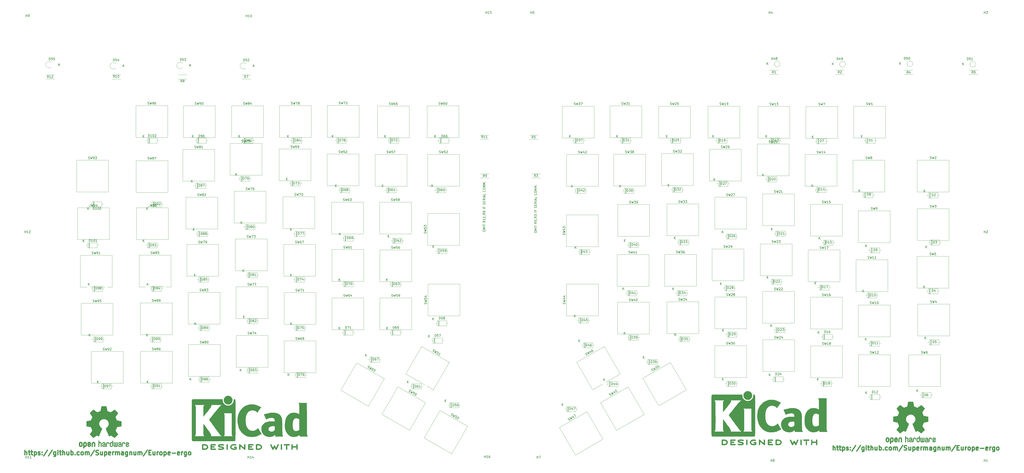
<source format=gbr>
%TF.GenerationSoftware,KiCad,Pcbnew,7.0.0-da2b9df05c~163~ubuntu22.04.1*%
%TF.CreationDate,2023-02-19T11:59:04+01:00*%
%TF.ProjectId,Europe-ergo,4575726f-7065-42d6-9572-676f2e6b6963,rev?*%
%TF.SameCoordinates,Original*%
%TF.FileFunction,Legend,Top*%
%TF.FilePolarity,Positive*%
%FSLAX46Y46*%
G04 Gerber Fmt 4.6, Leading zero omitted, Abs format (unit mm)*
G04 Created by KiCad (PCBNEW 7.0.0-da2b9df05c~163~ubuntu22.04.1) date 2023-02-19 11:59:04*
%MOMM*%
%LPD*%
G01*
G04 APERTURE LIST*
%ADD10C,0.150000*%
%ADD11C,0.500000*%
%ADD12C,0.120000*%
%ADD13C,0.010000*%
%ADD14R,1.600000X1.600000*%
%ADD15O,1.600000X1.600000*%
%ADD16C,7.500000*%
%ADD17C,1.700000*%
%ADD18C,4.000000*%
%ADD19C,2.200000*%
%ADD20R,1.500000X1.500000*%
%ADD21O,1.500000X1.500000*%
%ADD22C,1.400000*%
%ADD23O,1.400000X1.400000*%
%ADD24R,1.800000X1.800000*%
%ADD25O,1.800000X1.800000*%
%ADD26C,1.100000*%
%ADD27R,1.650000X1.650000*%
%ADD28C,1.650000*%
%ADD29O,1.700000X1.700000*%
%ADD30R,1.700000X1.700000*%
G04 APERTURE END LIST*
D10*
X322917380Y-124247617D02*
X322917380Y-124057141D01*
X322917380Y-124057141D02*
X322965000Y-123961903D01*
X322965000Y-123961903D02*
X323060238Y-123866665D01*
X323060238Y-123866665D02*
X323250714Y-123819046D01*
X323250714Y-123819046D02*
X323584047Y-123819046D01*
X323584047Y-123819046D02*
X323774523Y-123866665D01*
X323774523Y-123866665D02*
X323869761Y-123961903D01*
X323869761Y-123961903D02*
X323917380Y-124057141D01*
X323917380Y-124057141D02*
X323917380Y-124247617D01*
X323917380Y-124247617D02*
X323869761Y-124342855D01*
X323869761Y-124342855D02*
X323774523Y-124438093D01*
X323774523Y-124438093D02*
X323584047Y-124485712D01*
X323584047Y-124485712D02*
X323250714Y-124485712D01*
X323250714Y-124485712D02*
X323060238Y-124438093D01*
X323060238Y-124438093D02*
X322965000Y-124342855D01*
X322965000Y-124342855D02*
X322917380Y-124247617D01*
X323917380Y-123390474D02*
X322917380Y-123390474D01*
X322917380Y-123390474D02*
X323631666Y-123057141D01*
X323631666Y-123057141D02*
X322917380Y-122723808D01*
X322917380Y-122723808D02*
X323917380Y-122723808D01*
X323917380Y-122247617D02*
X322917380Y-122247617D01*
X322917380Y-121914284D02*
X322917380Y-121342856D01*
X323917380Y-121628570D02*
X322917380Y-121628570D01*
X323917380Y-119838094D02*
X323441190Y-120171427D01*
X323917380Y-120409522D02*
X322917380Y-120409522D01*
X322917380Y-120409522D02*
X322917380Y-120028570D01*
X322917380Y-120028570D02*
X322965000Y-119933332D01*
X322965000Y-119933332D02*
X323012619Y-119885713D01*
X323012619Y-119885713D02*
X323107857Y-119838094D01*
X323107857Y-119838094D02*
X323250714Y-119838094D01*
X323250714Y-119838094D02*
X323345952Y-119885713D01*
X323345952Y-119885713D02*
X323393571Y-119933332D01*
X323393571Y-119933332D02*
X323441190Y-120028570D01*
X323441190Y-120028570D02*
X323441190Y-120409522D01*
X322917380Y-118933332D02*
X322917380Y-119409522D01*
X322917380Y-119409522D02*
X323393571Y-119457141D01*
X323393571Y-119457141D02*
X323345952Y-119409522D01*
X323345952Y-119409522D02*
X323298333Y-119314284D01*
X323298333Y-119314284D02*
X323298333Y-119076189D01*
X323298333Y-119076189D02*
X323345952Y-118980951D01*
X323345952Y-118980951D02*
X323393571Y-118933332D01*
X323393571Y-118933332D02*
X323488809Y-118885713D01*
X323488809Y-118885713D02*
X323726904Y-118885713D01*
X323726904Y-118885713D02*
X323822142Y-118933332D01*
X323822142Y-118933332D02*
X323869761Y-118980951D01*
X323869761Y-118980951D02*
X323917380Y-119076189D01*
X323917380Y-119076189D02*
X323917380Y-119314284D01*
X323917380Y-119314284D02*
X323869761Y-119409522D01*
X323869761Y-119409522D02*
X323822142Y-119457141D01*
X323869761Y-118409522D02*
X323917380Y-118409522D01*
X323917380Y-118409522D02*
X324012619Y-118457141D01*
X324012619Y-118457141D02*
X324060238Y-118504760D01*
X323917380Y-117409523D02*
X323441190Y-117742856D01*
X323917380Y-117980951D02*
X322917380Y-117980951D01*
X322917380Y-117980951D02*
X322917380Y-117599999D01*
X322917380Y-117599999D02*
X322965000Y-117504761D01*
X322965000Y-117504761D02*
X323012619Y-117457142D01*
X323012619Y-117457142D02*
X323107857Y-117409523D01*
X323107857Y-117409523D02*
X323250714Y-117409523D01*
X323250714Y-117409523D02*
X323345952Y-117457142D01*
X323345952Y-117457142D02*
X323393571Y-117504761D01*
X323393571Y-117504761D02*
X323441190Y-117599999D01*
X323441190Y-117599999D02*
X323441190Y-117980951D01*
X322917380Y-117076189D02*
X322917380Y-116457142D01*
X322917380Y-116457142D02*
X323298333Y-116790475D01*
X323298333Y-116790475D02*
X323298333Y-116647618D01*
X323298333Y-116647618D02*
X323345952Y-116552380D01*
X323345952Y-116552380D02*
X323393571Y-116504761D01*
X323393571Y-116504761D02*
X323488809Y-116457142D01*
X323488809Y-116457142D02*
X323726904Y-116457142D01*
X323726904Y-116457142D02*
X323822142Y-116504761D01*
X323822142Y-116504761D02*
X323869761Y-116552380D01*
X323869761Y-116552380D02*
X323917380Y-116647618D01*
X323917380Y-116647618D02*
X323917380Y-116933332D01*
X323917380Y-116933332D02*
X323869761Y-117028570D01*
X323869761Y-117028570D02*
X323822142Y-117076189D01*
X323917380Y-115428570D02*
X322917380Y-115428570D01*
X323393571Y-114619047D02*
X323393571Y-114952380D01*
X323917380Y-114952380D02*
X322917380Y-114952380D01*
X322917380Y-114952380D02*
X322917380Y-114476190D01*
X323869761Y-113542856D02*
X323917380Y-113399999D01*
X323917380Y-113399999D02*
X323917380Y-113161904D01*
X323917380Y-113161904D02*
X323869761Y-113066666D01*
X323869761Y-113066666D02*
X323822142Y-113019047D01*
X323822142Y-113019047D02*
X323726904Y-112971428D01*
X323726904Y-112971428D02*
X323631666Y-112971428D01*
X323631666Y-112971428D02*
X323536428Y-113019047D01*
X323536428Y-113019047D02*
X323488809Y-113066666D01*
X323488809Y-113066666D02*
X323441190Y-113161904D01*
X323441190Y-113161904D02*
X323393571Y-113352380D01*
X323393571Y-113352380D02*
X323345952Y-113447618D01*
X323345952Y-113447618D02*
X323298333Y-113495237D01*
X323298333Y-113495237D02*
X323203095Y-113542856D01*
X323203095Y-113542856D02*
X323107857Y-113542856D01*
X323107857Y-113542856D02*
X323012619Y-113495237D01*
X323012619Y-113495237D02*
X322965000Y-113447618D01*
X322965000Y-113447618D02*
X322917380Y-113352380D01*
X322917380Y-113352380D02*
X322917380Y-113114285D01*
X322917380Y-113114285D02*
X322965000Y-112971428D01*
X323393571Y-112542856D02*
X323393571Y-112209523D01*
X323917380Y-112066666D02*
X323917380Y-112542856D01*
X323917380Y-112542856D02*
X322917380Y-112542856D01*
X322917380Y-112542856D02*
X322917380Y-112066666D01*
X323917380Y-111066666D02*
X323441190Y-111399999D01*
X323917380Y-111638094D02*
X322917380Y-111638094D01*
X322917380Y-111638094D02*
X322917380Y-111257142D01*
X322917380Y-111257142D02*
X322965000Y-111161904D01*
X322965000Y-111161904D02*
X323012619Y-111114285D01*
X323012619Y-111114285D02*
X323107857Y-111066666D01*
X323107857Y-111066666D02*
X323250714Y-111066666D01*
X323250714Y-111066666D02*
X323345952Y-111114285D01*
X323345952Y-111114285D02*
X323393571Y-111161904D01*
X323393571Y-111161904D02*
X323441190Y-111257142D01*
X323441190Y-111257142D02*
X323441190Y-111638094D01*
X323917380Y-110638094D02*
X322917380Y-110638094D01*
X323631666Y-110209523D02*
X323631666Y-109733333D01*
X323917380Y-110304761D02*
X322917380Y-109971428D01*
X322917380Y-109971428D02*
X323917380Y-109638095D01*
X323917380Y-108828571D02*
X323917380Y-109304761D01*
X323917380Y-109304761D02*
X322917380Y-109304761D01*
X323822142Y-107323809D02*
X323869761Y-107371428D01*
X323869761Y-107371428D02*
X323917380Y-107514285D01*
X323917380Y-107514285D02*
X323917380Y-107609523D01*
X323917380Y-107609523D02*
X323869761Y-107752380D01*
X323869761Y-107752380D02*
X323774523Y-107847618D01*
X323774523Y-107847618D02*
X323679285Y-107895237D01*
X323679285Y-107895237D02*
X323488809Y-107942856D01*
X323488809Y-107942856D02*
X323345952Y-107942856D01*
X323345952Y-107942856D02*
X323155476Y-107895237D01*
X323155476Y-107895237D02*
X323060238Y-107847618D01*
X323060238Y-107847618D02*
X322965000Y-107752380D01*
X322965000Y-107752380D02*
X322917380Y-107609523D01*
X322917380Y-107609523D02*
X322917380Y-107514285D01*
X322917380Y-107514285D02*
X322965000Y-107371428D01*
X322965000Y-107371428D02*
X323012619Y-107323809D01*
X322917380Y-106704761D02*
X322917380Y-106514285D01*
X322917380Y-106514285D02*
X322965000Y-106419047D01*
X322965000Y-106419047D02*
X323060238Y-106323809D01*
X323060238Y-106323809D02*
X323250714Y-106276190D01*
X323250714Y-106276190D02*
X323584047Y-106276190D01*
X323584047Y-106276190D02*
X323774523Y-106323809D01*
X323774523Y-106323809D02*
X323869761Y-106419047D01*
X323869761Y-106419047D02*
X323917380Y-106514285D01*
X323917380Y-106514285D02*
X323917380Y-106704761D01*
X323917380Y-106704761D02*
X323869761Y-106799999D01*
X323869761Y-106799999D02*
X323774523Y-106895237D01*
X323774523Y-106895237D02*
X323584047Y-106942856D01*
X323584047Y-106942856D02*
X323250714Y-106942856D01*
X323250714Y-106942856D02*
X323060238Y-106895237D01*
X323060238Y-106895237D02*
X322965000Y-106799999D01*
X322965000Y-106799999D02*
X322917380Y-106704761D01*
X323917380Y-105847618D02*
X322917380Y-105847618D01*
X322917380Y-105847618D02*
X323631666Y-105514285D01*
X323631666Y-105514285D02*
X322917380Y-105180952D01*
X322917380Y-105180952D02*
X323917380Y-105180952D01*
X323917380Y-104704761D02*
X322917380Y-104704761D01*
X322917380Y-104704761D02*
X323631666Y-104371428D01*
X323631666Y-104371428D02*
X322917380Y-104038095D01*
X322917380Y-104038095D02*
X323917380Y-104038095D01*
X323822142Y-103561904D02*
X323869761Y-103514285D01*
X323869761Y-103514285D02*
X323917380Y-103561904D01*
X323917380Y-103561904D02*
X323869761Y-103609523D01*
X323869761Y-103609523D02*
X323822142Y-103561904D01*
X323822142Y-103561904D02*
X323917380Y-103561904D01*
D11*
X99366664Y-222134761D02*
X99366664Y-220134761D01*
X100223807Y-222134761D02*
X100223807Y-221087142D01*
X100223807Y-221087142D02*
X100128569Y-220896666D01*
X100128569Y-220896666D02*
X99938093Y-220801428D01*
X99938093Y-220801428D02*
X99652378Y-220801428D01*
X99652378Y-220801428D02*
X99461902Y-220896666D01*
X99461902Y-220896666D02*
X99366664Y-220991904D01*
X100890474Y-220801428D02*
X101652378Y-220801428D01*
X101176188Y-220134761D02*
X101176188Y-221849047D01*
X101176188Y-221849047D02*
X101271426Y-222039523D01*
X101271426Y-222039523D02*
X101461902Y-222134761D01*
X101461902Y-222134761D02*
X101652378Y-222134761D01*
X102033331Y-220801428D02*
X102795235Y-220801428D01*
X102319045Y-220134761D02*
X102319045Y-221849047D01*
X102319045Y-221849047D02*
X102414283Y-222039523D01*
X102414283Y-222039523D02*
X102604759Y-222134761D01*
X102604759Y-222134761D02*
X102795235Y-222134761D01*
X103461902Y-220801428D02*
X103461902Y-222801428D01*
X103461902Y-220896666D02*
X103652378Y-220801428D01*
X103652378Y-220801428D02*
X104033331Y-220801428D01*
X104033331Y-220801428D02*
X104223807Y-220896666D01*
X104223807Y-220896666D02*
X104319045Y-220991904D01*
X104319045Y-220991904D02*
X104414283Y-221182380D01*
X104414283Y-221182380D02*
X104414283Y-221753809D01*
X104414283Y-221753809D02*
X104319045Y-221944285D01*
X104319045Y-221944285D02*
X104223807Y-222039523D01*
X104223807Y-222039523D02*
X104033331Y-222134761D01*
X104033331Y-222134761D02*
X103652378Y-222134761D01*
X103652378Y-222134761D02*
X103461902Y-222039523D01*
X105176188Y-222039523D02*
X105366664Y-222134761D01*
X105366664Y-222134761D02*
X105747616Y-222134761D01*
X105747616Y-222134761D02*
X105938093Y-222039523D01*
X105938093Y-222039523D02*
X106033331Y-221849047D01*
X106033331Y-221849047D02*
X106033331Y-221753809D01*
X106033331Y-221753809D02*
X105938093Y-221563333D01*
X105938093Y-221563333D02*
X105747616Y-221468095D01*
X105747616Y-221468095D02*
X105461902Y-221468095D01*
X105461902Y-221468095D02*
X105271426Y-221372857D01*
X105271426Y-221372857D02*
X105176188Y-221182380D01*
X105176188Y-221182380D02*
X105176188Y-221087142D01*
X105176188Y-221087142D02*
X105271426Y-220896666D01*
X105271426Y-220896666D02*
X105461902Y-220801428D01*
X105461902Y-220801428D02*
X105747616Y-220801428D01*
X105747616Y-220801428D02*
X105938093Y-220896666D01*
X106890474Y-221944285D02*
X106985712Y-222039523D01*
X106985712Y-222039523D02*
X106890474Y-222134761D01*
X106890474Y-222134761D02*
X106795236Y-222039523D01*
X106795236Y-222039523D02*
X106890474Y-221944285D01*
X106890474Y-221944285D02*
X106890474Y-222134761D01*
X106890474Y-220896666D02*
X106985712Y-220991904D01*
X106985712Y-220991904D02*
X106890474Y-221087142D01*
X106890474Y-221087142D02*
X106795236Y-220991904D01*
X106795236Y-220991904D02*
X106890474Y-220896666D01*
X106890474Y-220896666D02*
X106890474Y-221087142D01*
X109271426Y-220039523D02*
X107557141Y-222610952D01*
X111366664Y-220039523D02*
X109652379Y-222610952D01*
X112890474Y-220801428D02*
X112890474Y-222420476D01*
X112890474Y-222420476D02*
X112795236Y-222610952D01*
X112795236Y-222610952D02*
X112699998Y-222706190D01*
X112699998Y-222706190D02*
X112509521Y-222801428D01*
X112509521Y-222801428D02*
X112223807Y-222801428D01*
X112223807Y-222801428D02*
X112033331Y-222706190D01*
X112890474Y-222039523D02*
X112699998Y-222134761D01*
X112699998Y-222134761D02*
X112319045Y-222134761D01*
X112319045Y-222134761D02*
X112128569Y-222039523D01*
X112128569Y-222039523D02*
X112033331Y-221944285D01*
X112033331Y-221944285D02*
X111938093Y-221753809D01*
X111938093Y-221753809D02*
X111938093Y-221182380D01*
X111938093Y-221182380D02*
X112033331Y-220991904D01*
X112033331Y-220991904D02*
X112128569Y-220896666D01*
X112128569Y-220896666D02*
X112319045Y-220801428D01*
X112319045Y-220801428D02*
X112699998Y-220801428D01*
X112699998Y-220801428D02*
X112890474Y-220896666D01*
X113842855Y-222134761D02*
X113842855Y-220801428D01*
X113842855Y-220134761D02*
X113747617Y-220230000D01*
X113747617Y-220230000D02*
X113842855Y-220325238D01*
X113842855Y-220325238D02*
X113938093Y-220230000D01*
X113938093Y-220230000D02*
X113842855Y-220134761D01*
X113842855Y-220134761D02*
X113842855Y-220325238D01*
X114509522Y-220801428D02*
X115271426Y-220801428D01*
X114795236Y-220134761D02*
X114795236Y-221849047D01*
X114795236Y-221849047D02*
X114890474Y-222039523D01*
X114890474Y-222039523D02*
X115080950Y-222134761D01*
X115080950Y-222134761D02*
X115271426Y-222134761D01*
X115938093Y-222134761D02*
X115938093Y-220134761D01*
X116795236Y-222134761D02*
X116795236Y-221087142D01*
X116795236Y-221087142D02*
X116699998Y-220896666D01*
X116699998Y-220896666D02*
X116509522Y-220801428D01*
X116509522Y-220801428D02*
X116223807Y-220801428D01*
X116223807Y-220801428D02*
X116033331Y-220896666D01*
X116033331Y-220896666D02*
X115938093Y-220991904D01*
X118604760Y-220801428D02*
X118604760Y-222134761D01*
X117747617Y-220801428D02*
X117747617Y-221849047D01*
X117747617Y-221849047D02*
X117842855Y-222039523D01*
X117842855Y-222039523D02*
X118033331Y-222134761D01*
X118033331Y-222134761D02*
X118319046Y-222134761D01*
X118319046Y-222134761D02*
X118509522Y-222039523D01*
X118509522Y-222039523D02*
X118604760Y-221944285D01*
X119557141Y-222134761D02*
X119557141Y-220134761D01*
X119557141Y-220896666D02*
X119747617Y-220801428D01*
X119747617Y-220801428D02*
X120128570Y-220801428D01*
X120128570Y-220801428D02*
X120319046Y-220896666D01*
X120319046Y-220896666D02*
X120414284Y-220991904D01*
X120414284Y-220991904D02*
X120509522Y-221182380D01*
X120509522Y-221182380D02*
X120509522Y-221753809D01*
X120509522Y-221753809D02*
X120414284Y-221944285D01*
X120414284Y-221944285D02*
X120319046Y-222039523D01*
X120319046Y-222039523D02*
X120128570Y-222134761D01*
X120128570Y-222134761D02*
X119747617Y-222134761D01*
X119747617Y-222134761D02*
X119557141Y-222039523D01*
X121366665Y-221944285D02*
X121461903Y-222039523D01*
X121461903Y-222039523D02*
X121366665Y-222134761D01*
X121366665Y-222134761D02*
X121271427Y-222039523D01*
X121271427Y-222039523D02*
X121366665Y-221944285D01*
X121366665Y-221944285D02*
X121366665Y-222134761D01*
X123176189Y-222039523D02*
X122985713Y-222134761D01*
X122985713Y-222134761D02*
X122604760Y-222134761D01*
X122604760Y-222134761D02*
X122414284Y-222039523D01*
X122414284Y-222039523D02*
X122319046Y-221944285D01*
X122319046Y-221944285D02*
X122223808Y-221753809D01*
X122223808Y-221753809D02*
X122223808Y-221182380D01*
X122223808Y-221182380D02*
X122319046Y-220991904D01*
X122319046Y-220991904D02*
X122414284Y-220896666D01*
X122414284Y-220896666D02*
X122604760Y-220801428D01*
X122604760Y-220801428D02*
X122985713Y-220801428D01*
X122985713Y-220801428D02*
X123176189Y-220896666D01*
X124319046Y-222134761D02*
X124128570Y-222039523D01*
X124128570Y-222039523D02*
X124033332Y-221944285D01*
X124033332Y-221944285D02*
X123938094Y-221753809D01*
X123938094Y-221753809D02*
X123938094Y-221182380D01*
X123938094Y-221182380D02*
X124033332Y-220991904D01*
X124033332Y-220991904D02*
X124128570Y-220896666D01*
X124128570Y-220896666D02*
X124319046Y-220801428D01*
X124319046Y-220801428D02*
X124604761Y-220801428D01*
X124604761Y-220801428D02*
X124795237Y-220896666D01*
X124795237Y-220896666D02*
X124890475Y-220991904D01*
X124890475Y-220991904D02*
X124985713Y-221182380D01*
X124985713Y-221182380D02*
X124985713Y-221753809D01*
X124985713Y-221753809D02*
X124890475Y-221944285D01*
X124890475Y-221944285D02*
X124795237Y-222039523D01*
X124795237Y-222039523D02*
X124604761Y-222134761D01*
X124604761Y-222134761D02*
X124319046Y-222134761D01*
X125842856Y-222134761D02*
X125842856Y-220801428D01*
X125842856Y-220991904D02*
X125938094Y-220896666D01*
X125938094Y-220896666D02*
X126128570Y-220801428D01*
X126128570Y-220801428D02*
X126414285Y-220801428D01*
X126414285Y-220801428D02*
X126604761Y-220896666D01*
X126604761Y-220896666D02*
X126699999Y-221087142D01*
X126699999Y-221087142D02*
X126699999Y-222134761D01*
X126699999Y-221087142D02*
X126795237Y-220896666D01*
X126795237Y-220896666D02*
X126985713Y-220801428D01*
X126985713Y-220801428D02*
X127271427Y-220801428D01*
X127271427Y-220801428D02*
X127461904Y-220896666D01*
X127461904Y-220896666D02*
X127557142Y-221087142D01*
X127557142Y-221087142D02*
X127557142Y-222134761D01*
X129938094Y-220039523D02*
X128223809Y-222610952D01*
X130509523Y-222039523D02*
X130795237Y-222134761D01*
X130795237Y-222134761D02*
X131271428Y-222134761D01*
X131271428Y-222134761D02*
X131461904Y-222039523D01*
X131461904Y-222039523D02*
X131557142Y-221944285D01*
X131557142Y-221944285D02*
X131652380Y-221753809D01*
X131652380Y-221753809D02*
X131652380Y-221563333D01*
X131652380Y-221563333D02*
X131557142Y-221372857D01*
X131557142Y-221372857D02*
X131461904Y-221277619D01*
X131461904Y-221277619D02*
X131271428Y-221182380D01*
X131271428Y-221182380D02*
X130890475Y-221087142D01*
X130890475Y-221087142D02*
X130699999Y-220991904D01*
X130699999Y-220991904D02*
X130604761Y-220896666D01*
X130604761Y-220896666D02*
X130509523Y-220706190D01*
X130509523Y-220706190D02*
X130509523Y-220515714D01*
X130509523Y-220515714D02*
X130604761Y-220325238D01*
X130604761Y-220325238D02*
X130699999Y-220230000D01*
X130699999Y-220230000D02*
X130890475Y-220134761D01*
X130890475Y-220134761D02*
X131366666Y-220134761D01*
X131366666Y-220134761D02*
X131652380Y-220230000D01*
X133366666Y-220801428D02*
X133366666Y-222134761D01*
X132509523Y-220801428D02*
X132509523Y-221849047D01*
X132509523Y-221849047D02*
X132604761Y-222039523D01*
X132604761Y-222039523D02*
X132795237Y-222134761D01*
X132795237Y-222134761D02*
X133080952Y-222134761D01*
X133080952Y-222134761D02*
X133271428Y-222039523D01*
X133271428Y-222039523D02*
X133366666Y-221944285D01*
X134319047Y-220801428D02*
X134319047Y-222801428D01*
X134319047Y-220896666D02*
X134509523Y-220801428D01*
X134509523Y-220801428D02*
X134890476Y-220801428D01*
X134890476Y-220801428D02*
X135080952Y-220896666D01*
X135080952Y-220896666D02*
X135176190Y-220991904D01*
X135176190Y-220991904D02*
X135271428Y-221182380D01*
X135271428Y-221182380D02*
X135271428Y-221753809D01*
X135271428Y-221753809D02*
X135176190Y-221944285D01*
X135176190Y-221944285D02*
X135080952Y-222039523D01*
X135080952Y-222039523D02*
X134890476Y-222134761D01*
X134890476Y-222134761D02*
X134509523Y-222134761D01*
X134509523Y-222134761D02*
X134319047Y-222039523D01*
X136890476Y-222039523D02*
X136700000Y-222134761D01*
X136700000Y-222134761D02*
X136319047Y-222134761D01*
X136319047Y-222134761D02*
X136128571Y-222039523D01*
X136128571Y-222039523D02*
X136033333Y-221849047D01*
X136033333Y-221849047D02*
X136033333Y-221087142D01*
X136033333Y-221087142D02*
X136128571Y-220896666D01*
X136128571Y-220896666D02*
X136319047Y-220801428D01*
X136319047Y-220801428D02*
X136700000Y-220801428D01*
X136700000Y-220801428D02*
X136890476Y-220896666D01*
X136890476Y-220896666D02*
X136985714Y-221087142D01*
X136985714Y-221087142D02*
X136985714Y-221277619D01*
X136985714Y-221277619D02*
X136033333Y-221468095D01*
X137842857Y-222134761D02*
X137842857Y-220801428D01*
X137842857Y-221182380D02*
X137938095Y-220991904D01*
X137938095Y-220991904D02*
X138033333Y-220896666D01*
X138033333Y-220896666D02*
X138223809Y-220801428D01*
X138223809Y-220801428D02*
X138414286Y-220801428D01*
X139080952Y-222134761D02*
X139080952Y-220801428D01*
X139080952Y-220991904D02*
X139176190Y-220896666D01*
X139176190Y-220896666D02*
X139366666Y-220801428D01*
X139366666Y-220801428D02*
X139652381Y-220801428D01*
X139652381Y-220801428D02*
X139842857Y-220896666D01*
X139842857Y-220896666D02*
X139938095Y-221087142D01*
X139938095Y-221087142D02*
X139938095Y-222134761D01*
X139938095Y-221087142D02*
X140033333Y-220896666D01*
X140033333Y-220896666D02*
X140223809Y-220801428D01*
X140223809Y-220801428D02*
X140509523Y-220801428D01*
X140509523Y-220801428D02*
X140700000Y-220896666D01*
X140700000Y-220896666D02*
X140795238Y-221087142D01*
X140795238Y-221087142D02*
X140795238Y-222134761D01*
X142604762Y-222134761D02*
X142604762Y-221087142D01*
X142604762Y-221087142D02*
X142509524Y-220896666D01*
X142509524Y-220896666D02*
X142319048Y-220801428D01*
X142319048Y-220801428D02*
X141938095Y-220801428D01*
X141938095Y-220801428D02*
X141747619Y-220896666D01*
X142604762Y-222039523D02*
X142414286Y-222134761D01*
X142414286Y-222134761D02*
X141938095Y-222134761D01*
X141938095Y-222134761D02*
X141747619Y-222039523D01*
X141747619Y-222039523D02*
X141652381Y-221849047D01*
X141652381Y-221849047D02*
X141652381Y-221658571D01*
X141652381Y-221658571D02*
X141747619Y-221468095D01*
X141747619Y-221468095D02*
X141938095Y-221372857D01*
X141938095Y-221372857D02*
X142414286Y-221372857D01*
X142414286Y-221372857D02*
X142604762Y-221277619D01*
X144414286Y-220801428D02*
X144414286Y-222420476D01*
X144414286Y-222420476D02*
X144319048Y-222610952D01*
X144319048Y-222610952D02*
X144223810Y-222706190D01*
X144223810Y-222706190D02*
X144033333Y-222801428D01*
X144033333Y-222801428D02*
X143747619Y-222801428D01*
X143747619Y-222801428D02*
X143557143Y-222706190D01*
X144414286Y-222039523D02*
X144223810Y-222134761D01*
X144223810Y-222134761D02*
X143842857Y-222134761D01*
X143842857Y-222134761D02*
X143652381Y-222039523D01*
X143652381Y-222039523D02*
X143557143Y-221944285D01*
X143557143Y-221944285D02*
X143461905Y-221753809D01*
X143461905Y-221753809D02*
X143461905Y-221182380D01*
X143461905Y-221182380D02*
X143557143Y-220991904D01*
X143557143Y-220991904D02*
X143652381Y-220896666D01*
X143652381Y-220896666D02*
X143842857Y-220801428D01*
X143842857Y-220801428D02*
X144223810Y-220801428D01*
X144223810Y-220801428D02*
X144414286Y-220896666D01*
X145366667Y-220801428D02*
X145366667Y-222134761D01*
X145366667Y-220991904D02*
X145461905Y-220896666D01*
X145461905Y-220896666D02*
X145652381Y-220801428D01*
X145652381Y-220801428D02*
X145938096Y-220801428D01*
X145938096Y-220801428D02*
X146128572Y-220896666D01*
X146128572Y-220896666D02*
X146223810Y-221087142D01*
X146223810Y-221087142D02*
X146223810Y-222134761D01*
X148033334Y-220801428D02*
X148033334Y-222134761D01*
X147176191Y-220801428D02*
X147176191Y-221849047D01*
X147176191Y-221849047D02*
X147271429Y-222039523D01*
X147271429Y-222039523D02*
X147461905Y-222134761D01*
X147461905Y-222134761D02*
X147747620Y-222134761D01*
X147747620Y-222134761D02*
X147938096Y-222039523D01*
X147938096Y-222039523D02*
X148033334Y-221944285D01*
X148985715Y-222134761D02*
X148985715Y-220801428D01*
X148985715Y-220991904D02*
X149080953Y-220896666D01*
X149080953Y-220896666D02*
X149271429Y-220801428D01*
X149271429Y-220801428D02*
X149557144Y-220801428D01*
X149557144Y-220801428D02*
X149747620Y-220896666D01*
X149747620Y-220896666D02*
X149842858Y-221087142D01*
X149842858Y-221087142D02*
X149842858Y-222134761D01*
X149842858Y-221087142D02*
X149938096Y-220896666D01*
X149938096Y-220896666D02*
X150128572Y-220801428D01*
X150128572Y-220801428D02*
X150414286Y-220801428D01*
X150414286Y-220801428D02*
X150604763Y-220896666D01*
X150604763Y-220896666D02*
X150700001Y-221087142D01*
X150700001Y-221087142D02*
X150700001Y-222134761D01*
X153080953Y-220039523D02*
X151366668Y-222610952D01*
X153747620Y-221087142D02*
X154414287Y-221087142D01*
X154700001Y-222134761D02*
X153747620Y-222134761D01*
X153747620Y-222134761D02*
X153747620Y-220134761D01*
X153747620Y-220134761D02*
X154700001Y-220134761D01*
X156414287Y-220801428D02*
X156414287Y-222134761D01*
X155557144Y-220801428D02*
X155557144Y-221849047D01*
X155557144Y-221849047D02*
X155652382Y-222039523D01*
X155652382Y-222039523D02*
X155842858Y-222134761D01*
X155842858Y-222134761D02*
X156128573Y-222134761D01*
X156128573Y-222134761D02*
X156319049Y-222039523D01*
X156319049Y-222039523D02*
X156414287Y-221944285D01*
X157366668Y-222134761D02*
X157366668Y-220801428D01*
X157366668Y-221182380D02*
X157461906Y-220991904D01*
X157461906Y-220991904D02*
X157557144Y-220896666D01*
X157557144Y-220896666D02*
X157747620Y-220801428D01*
X157747620Y-220801428D02*
X157938097Y-220801428D01*
X158890477Y-222134761D02*
X158700001Y-222039523D01*
X158700001Y-222039523D02*
X158604763Y-221944285D01*
X158604763Y-221944285D02*
X158509525Y-221753809D01*
X158509525Y-221753809D02*
X158509525Y-221182380D01*
X158509525Y-221182380D02*
X158604763Y-220991904D01*
X158604763Y-220991904D02*
X158700001Y-220896666D01*
X158700001Y-220896666D02*
X158890477Y-220801428D01*
X158890477Y-220801428D02*
X159176192Y-220801428D01*
X159176192Y-220801428D02*
X159366668Y-220896666D01*
X159366668Y-220896666D02*
X159461906Y-220991904D01*
X159461906Y-220991904D02*
X159557144Y-221182380D01*
X159557144Y-221182380D02*
X159557144Y-221753809D01*
X159557144Y-221753809D02*
X159461906Y-221944285D01*
X159461906Y-221944285D02*
X159366668Y-222039523D01*
X159366668Y-222039523D02*
X159176192Y-222134761D01*
X159176192Y-222134761D02*
X158890477Y-222134761D01*
X160414287Y-220801428D02*
X160414287Y-222801428D01*
X160414287Y-220896666D02*
X160604763Y-220801428D01*
X160604763Y-220801428D02*
X160985716Y-220801428D01*
X160985716Y-220801428D02*
X161176192Y-220896666D01*
X161176192Y-220896666D02*
X161271430Y-220991904D01*
X161271430Y-220991904D02*
X161366668Y-221182380D01*
X161366668Y-221182380D02*
X161366668Y-221753809D01*
X161366668Y-221753809D02*
X161271430Y-221944285D01*
X161271430Y-221944285D02*
X161176192Y-222039523D01*
X161176192Y-222039523D02*
X160985716Y-222134761D01*
X160985716Y-222134761D02*
X160604763Y-222134761D01*
X160604763Y-222134761D02*
X160414287Y-222039523D01*
X162985716Y-222039523D02*
X162795240Y-222134761D01*
X162795240Y-222134761D02*
X162414287Y-222134761D01*
X162414287Y-222134761D02*
X162223811Y-222039523D01*
X162223811Y-222039523D02*
X162128573Y-221849047D01*
X162128573Y-221849047D02*
X162128573Y-221087142D01*
X162128573Y-221087142D02*
X162223811Y-220896666D01*
X162223811Y-220896666D02*
X162414287Y-220801428D01*
X162414287Y-220801428D02*
X162795240Y-220801428D01*
X162795240Y-220801428D02*
X162985716Y-220896666D01*
X162985716Y-220896666D02*
X163080954Y-221087142D01*
X163080954Y-221087142D02*
X163080954Y-221277619D01*
X163080954Y-221277619D02*
X162128573Y-221468095D01*
X163938097Y-221372857D02*
X165461907Y-221372857D01*
X167176192Y-222039523D02*
X166985716Y-222134761D01*
X166985716Y-222134761D02*
X166604763Y-222134761D01*
X166604763Y-222134761D02*
X166414287Y-222039523D01*
X166414287Y-222039523D02*
X166319049Y-221849047D01*
X166319049Y-221849047D02*
X166319049Y-221087142D01*
X166319049Y-221087142D02*
X166414287Y-220896666D01*
X166414287Y-220896666D02*
X166604763Y-220801428D01*
X166604763Y-220801428D02*
X166985716Y-220801428D01*
X166985716Y-220801428D02*
X167176192Y-220896666D01*
X167176192Y-220896666D02*
X167271430Y-221087142D01*
X167271430Y-221087142D02*
X167271430Y-221277619D01*
X167271430Y-221277619D02*
X166319049Y-221468095D01*
X168128573Y-222134761D02*
X168128573Y-220801428D01*
X168128573Y-221182380D02*
X168223811Y-220991904D01*
X168223811Y-220991904D02*
X168319049Y-220896666D01*
X168319049Y-220896666D02*
X168509525Y-220801428D01*
X168509525Y-220801428D02*
X168700002Y-220801428D01*
X170223811Y-220801428D02*
X170223811Y-222420476D01*
X170223811Y-222420476D02*
X170128573Y-222610952D01*
X170128573Y-222610952D02*
X170033335Y-222706190D01*
X170033335Y-222706190D02*
X169842858Y-222801428D01*
X169842858Y-222801428D02*
X169557144Y-222801428D01*
X169557144Y-222801428D02*
X169366668Y-222706190D01*
X170223811Y-222039523D02*
X170033335Y-222134761D01*
X170033335Y-222134761D02*
X169652382Y-222134761D01*
X169652382Y-222134761D02*
X169461906Y-222039523D01*
X169461906Y-222039523D02*
X169366668Y-221944285D01*
X169366668Y-221944285D02*
X169271430Y-221753809D01*
X169271430Y-221753809D02*
X169271430Y-221182380D01*
X169271430Y-221182380D02*
X169366668Y-220991904D01*
X169366668Y-220991904D02*
X169461906Y-220896666D01*
X169461906Y-220896666D02*
X169652382Y-220801428D01*
X169652382Y-220801428D02*
X170033335Y-220801428D01*
X170033335Y-220801428D02*
X170223811Y-220896666D01*
X171461906Y-222134761D02*
X171271430Y-222039523D01*
X171271430Y-222039523D02*
X171176192Y-221944285D01*
X171176192Y-221944285D02*
X171080954Y-221753809D01*
X171080954Y-221753809D02*
X171080954Y-221182380D01*
X171080954Y-221182380D02*
X171176192Y-220991904D01*
X171176192Y-220991904D02*
X171271430Y-220896666D01*
X171271430Y-220896666D02*
X171461906Y-220801428D01*
X171461906Y-220801428D02*
X171747621Y-220801428D01*
X171747621Y-220801428D02*
X171938097Y-220896666D01*
X171938097Y-220896666D02*
X172033335Y-220991904D01*
X172033335Y-220991904D02*
X172128573Y-221182380D01*
X172128573Y-221182380D02*
X172128573Y-221753809D01*
X172128573Y-221753809D02*
X172033335Y-221944285D01*
X172033335Y-221944285D02*
X171938097Y-222039523D01*
X171938097Y-222039523D02*
X171747621Y-222134761D01*
X171747621Y-222134761D02*
X171461906Y-222134761D01*
X454016664Y-220034761D02*
X454016664Y-218034761D01*
X454873807Y-220034761D02*
X454873807Y-218987142D01*
X454873807Y-218987142D02*
X454778569Y-218796666D01*
X454778569Y-218796666D02*
X454588093Y-218701428D01*
X454588093Y-218701428D02*
X454302378Y-218701428D01*
X454302378Y-218701428D02*
X454111902Y-218796666D01*
X454111902Y-218796666D02*
X454016664Y-218891904D01*
X455540474Y-218701428D02*
X456302378Y-218701428D01*
X455826188Y-218034761D02*
X455826188Y-219749047D01*
X455826188Y-219749047D02*
X455921426Y-219939523D01*
X455921426Y-219939523D02*
X456111902Y-220034761D01*
X456111902Y-220034761D02*
X456302378Y-220034761D01*
X456683331Y-218701428D02*
X457445235Y-218701428D01*
X456969045Y-218034761D02*
X456969045Y-219749047D01*
X456969045Y-219749047D02*
X457064283Y-219939523D01*
X457064283Y-219939523D02*
X457254759Y-220034761D01*
X457254759Y-220034761D02*
X457445235Y-220034761D01*
X458111902Y-218701428D02*
X458111902Y-220701428D01*
X458111902Y-218796666D02*
X458302378Y-218701428D01*
X458302378Y-218701428D02*
X458683331Y-218701428D01*
X458683331Y-218701428D02*
X458873807Y-218796666D01*
X458873807Y-218796666D02*
X458969045Y-218891904D01*
X458969045Y-218891904D02*
X459064283Y-219082380D01*
X459064283Y-219082380D02*
X459064283Y-219653809D01*
X459064283Y-219653809D02*
X458969045Y-219844285D01*
X458969045Y-219844285D02*
X458873807Y-219939523D01*
X458873807Y-219939523D02*
X458683331Y-220034761D01*
X458683331Y-220034761D02*
X458302378Y-220034761D01*
X458302378Y-220034761D02*
X458111902Y-219939523D01*
X459826188Y-219939523D02*
X460016664Y-220034761D01*
X460016664Y-220034761D02*
X460397616Y-220034761D01*
X460397616Y-220034761D02*
X460588093Y-219939523D01*
X460588093Y-219939523D02*
X460683331Y-219749047D01*
X460683331Y-219749047D02*
X460683331Y-219653809D01*
X460683331Y-219653809D02*
X460588093Y-219463333D01*
X460588093Y-219463333D02*
X460397616Y-219368095D01*
X460397616Y-219368095D02*
X460111902Y-219368095D01*
X460111902Y-219368095D02*
X459921426Y-219272857D01*
X459921426Y-219272857D02*
X459826188Y-219082380D01*
X459826188Y-219082380D02*
X459826188Y-218987142D01*
X459826188Y-218987142D02*
X459921426Y-218796666D01*
X459921426Y-218796666D02*
X460111902Y-218701428D01*
X460111902Y-218701428D02*
X460397616Y-218701428D01*
X460397616Y-218701428D02*
X460588093Y-218796666D01*
X461540474Y-219844285D02*
X461635712Y-219939523D01*
X461635712Y-219939523D02*
X461540474Y-220034761D01*
X461540474Y-220034761D02*
X461445236Y-219939523D01*
X461445236Y-219939523D02*
X461540474Y-219844285D01*
X461540474Y-219844285D02*
X461540474Y-220034761D01*
X461540474Y-218796666D02*
X461635712Y-218891904D01*
X461635712Y-218891904D02*
X461540474Y-218987142D01*
X461540474Y-218987142D02*
X461445236Y-218891904D01*
X461445236Y-218891904D02*
X461540474Y-218796666D01*
X461540474Y-218796666D02*
X461540474Y-218987142D01*
X463921426Y-217939523D02*
X462207141Y-220510952D01*
X466016664Y-217939523D02*
X464302379Y-220510952D01*
X467540474Y-218701428D02*
X467540474Y-220320476D01*
X467540474Y-220320476D02*
X467445236Y-220510952D01*
X467445236Y-220510952D02*
X467349998Y-220606190D01*
X467349998Y-220606190D02*
X467159521Y-220701428D01*
X467159521Y-220701428D02*
X466873807Y-220701428D01*
X466873807Y-220701428D02*
X466683331Y-220606190D01*
X467540474Y-219939523D02*
X467349998Y-220034761D01*
X467349998Y-220034761D02*
X466969045Y-220034761D01*
X466969045Y-220034761D02*
X466778569Y-219939523D01*
X466778569Y-219939523D02*
X466683331Y-219844285D01*
X466683331Y-219844285D02*
X466588093Y-219653809D01*
X466588093Y-219653809D02*
X466588093Y-219082380D01*
X466588093Y-219082380D02*
X466683331Y-218891904D01*
X466683331Y-218891904D02*
X466778569Y-218796666D01*
X466778569Y-218796666D02*
X466969045Y-218701428D01*
X466969045Y-218701428D02*
X467349998Y-218701428D01*
X467349998Y-218701428D02*
X467540474Y-218796666D01*
X468492855Y-220034761D02*
X468492855Y-218701428D01*
X468492855Y-218034761D02*
X468397617Y-218130000D01*
X468397617Y-218130000D02*
X468492855Y-218225238D01*
X468492855Y-218225238D02*
X468588093Y-218130000D01*
X468588093Y-218130000D02*
X468492855Y-218034761D01*
X468492855Y-218034761D02*
X468492855Y-218225238D01*
X469159522Y-218701428D02*
X469921426Y-218701428D01*
X469445236Y-218034761D02*
X469445236Y-219749047D01*
X469445236Y-219749047D02*
X469540474Y-219939523D01*
X469540474Y-219939523D02*
X469730950Y-220034761D01*
X469730950Y-220034761D02*
X469921426Y-220034761D01*
X470588093Y-220034761D02*
X470588093Y-218034761D01*
X471445236Y-220034761D02*
X471445236Y-218987142D01*
X471445236Y-218987142D02*
X471349998Y-218796666D01*
X471349998Y-218796666D02*
X471159522Y-218701428D01*
X471159522Y-218701428D02*
X470873807Y-218701428D01*
X470873807Y-218701428D02*
X470683331Y-218796666D01*
X470683331Y-218796666D02*
X470588093Y-218891904D01*
X473254760Y-218701428D02*
X473254760Y-220034761D01*
X472397617Y-218701428D02*
X472397617Y-219749047D01*
X472397617Y-219749047D02*
X472492855Y-219939523D01*
X472492855Y-219939523D02*
X472683331Y-220034761D01*
X472683331Y-220034761D02*
X472969046Y-220034761D01*
X472969046Y-220034761D02*
X473159522Y-219939523D01*
X473159522Y-219939523D02*
X473254760Y-219844285D01*
X474207141Y-220034761D02*
X474207141Y-218034761D01*
X474207141Y-218796666D02*
X474397617Y-218701428D01*
X474397617Y-218701428D02*
X474778570Y-218701428D01*
X474778570Y-218701428D02*
X474969046Y-218796666D01*
X474969046Y-218796666D02*
X475064284Y-218891904D01*
X475064284Y-218891904D02*
X475159522Y-219082380D01*
X475159522Y-219082380D02*
X475159522Y-219653809D01*
X475159522Y-219653809D02*
X475064284Y-219844285D01*
X475064284Y-219844285D02*
X474969046Y-219939523D01*
X474969046Y-219939523D02*
X474778570Y-220034761D01*
X474778570Y-220034761D02*
X474397617Y-220034761D01*
X474397617Y-220034761D02*
X474207141Y-219939523D01*
X476016665Y-219844285D02*
X476111903Y-219939523D01*
X476111903Y-219939523D02*
X476016665Y-220034761D01*
X476016665Y-220034761D02*
X475921427Y-219939523D01*
X475921427Y-219939523D02*
X476016665Y-219844285D01*
X476016665Y-219844285D02*
X476016665Y-220034761D01*
X477826189Y-219939523D02*
X477635713Y-220034761D01*
X477635713Y-220034761D02*
X477254760Y-220034761D01*
X477254760Y-220034761D02*
X477064284Y-219939523D01*
X477064284Y-219939523D02*
X476969046Y-219844285D01*
X476969046Y-219844285D02*
X476873808Y-219653809D01*
X476873808Y-219653809D02*
X476873808Y-219082380D01*
X476873808Y-219082380D02*
X476969046Y-218891904D01*
X476969046Y-218891904D02*
X477064284Y-218796666D01*
X477064284Y-218796666D02*
X477254760Y-218701428D01*
X477254760Y-218701428D02*
X477635713Y-218701428D01*
X477635713Y-218701428D02*
X477826189Y-218796666D01*
X478969046Y-220034761D02*
X478778570Y-219939523D01*
X478778570Y-219939523D02*
X478683332Y-219844285D01*
X478683332Y-219844285D02*
X478588094Y-219653809D01*
X478588094Y-219653809D02*
X478588094Y-219082380D01*
X478588094Y-219082380D02*
X478683332Y-218891904D01*
X478683332Y-218891904D02*
X478778570Y-218796666D01*
X478778570Y-218796666D02*
X478969046Y-218701428D01*
X478969046Y-218701428D02*
X479254761Y-218701428D01*
X479254761Y-218701428D02*
X479445237Y-218796666D01*
X479445237Y-218796666D02*
X479540475Y-218891904D01*
X479540475Y-218891904D02*
X479635713Y-219082380D01*
X479635713Y-219082380D02*
X479635713Y-219653809D01*
X479635713Y-219653809D02*
X479540475Y-219844285D01*
X479540475Y-219844285D02*
X479445237Y-219939523D01*
X479445237Y-219939523D02*
X479254761Y-220034761D01*
X479254761Y-220034761D02*
X478969046Y-220034761D01*
X480492856Y-220034761D02*
X480492856Y-218701428D01*
X480492856Y-218891904D02*
X480588094Y-218796666D01*
X480588094Y-218796666D02*
X480778570Y-218701428D01*
X480778570Y-218701428D02*
X481064285Y-218701428D01*
X481064285Y-218701428D02*
X481254761Y-218796666D01*
X481254761Y-218796666D02*
X481349999Y-218987142D01*
X481349999Y-218987142D02*
X481349999Y-220034761D01*
X481349999Y-218987142D02*
X481445237Y-218796666D01*
X481445237Y-218796666D02*
X481635713Y-218701428D01*
X481635713Y-218701428D02*
X481921427Y-218701428D01*
X481921427Y-218701428D02*
X482111904Y-218796666D01*
X482111904Y-218796666D02*
X482207142Y-218987142D01*
X482207142Y-218987142D02*
X482207142Y-220034761D01*
X484588094Y-217939523D02*
X482873809Y-220510952D01*
X485159523Y-219939523D02*
X485445237Y-220034761D01*
X485445237Y-220034761D02*
X485921428Y-220034761D01*
X485921428Y-220034761D02*
X486111904Y-219939523D01*
X486111904Y-219939523D02*
X486207142Y-219844285D01*
X486207142Y-219844285D02*
X486302380Y-219653809D01*
X486302380Y-219653809D02*
X486302380Y-219463333D01*
X486302380Y-219463333D02*
X486207142Y-219272857D01*
X486207142Y-219272857D02*
X486111904Y-219177619D01*
X486111904Y-219177619D02*
X485921428Y-219082380D01*
X485921428Y-219082380D02*
X485540475Y-218987142D01*
X485540475Y-218987142D02*
X485349999Y-218891904D01*
X485349999Y-218891904D02*
X485254761Y-218796666D01*
X485254761Y-218796666D02*
X485159523Y-218606190D01*
X485159523Y-218606190D02*
X485159523Y-218415714D01*
X485159523Y-218415714D02*
X485254761Y-218225238D01*
X485254761Y-218225238D02*
X485349999Y-218130000D01*
X485349999Y-218130000D02*
X485540475Y-218034761D01*
X485540475Y-218034761D02*
X486016666Y-218034761D01*
X486016666Y-218034761D02*
X486302380Y-218130000D01*
X488016666Y-218701428D02*
X488016666Y-220034761D01*
X487159523Y-218701428D02*
X487159523Y-219749047D01*
X487159523Y-219749047D02*
X487254761Y-219939523D01*
X487254761Y-219939523D02*
X487445237Y-220034761D01*
X487445237Y-220034761D02*
X487730952Y-220034761D01*
X487730952Y-220034761D02*
X487921428Y-219939523D01*
X487921428Y-219939523D02*
X488016666Y-219844285D01*
X488969047Y-218701428D02*
X488969047Y-220701428D01*
X488969047Y-218796666D02*
X489159523Y-218701428D01*
X489159523Y-218701428D02*
X489540476Y-218701428D01*
X489540476Y-218701428D02*
X489730952Y-218796666D01*
X489730952Y-218796666D02*
X489826190Y-218891904D01*
X489826190Y-218891904D02*
X489921428Y-219082380D01*
X489921428Y-219082380D02*
X489921428Y-219653809D01*
X489921428Y-219653809D02*
X489826190Y-219844285D01*
X489826190Y-219844285D02*
X489730952Y-219939523D01*
X489730952Y-219939523D02*
X489540476Y-220034761D01*
X489540476Y-220034761D02*
X489159523Y-220034761D01*
X489159523Y-220034761D02*
X488969047Y-219939523D01*
X491540476Y-219939523D02*
X491350000Y-220034761D01*
X491350000Y-220034761D02*
X490969047Y-220034761D01*
X490969047Y-220034761D02*
X490778571Y-219939523D01*
X490778571Y-219939523D02*
X490683333Y-219749047D01*
X490683333Y-219749047D02*
X490683333Y-218987142D01*
X490683333Y-218987142D02*
X490778571Y-218796666D01*
X490778571Y-218796666D02*
X490969047Y-218701428D01*
X490969047Y-218701428D02*
X491350000Y-218701428D01*
X491350000Y-218701428D02*
X491540476Y-218796666D01*
X491540476Y-218796666D02*
X491635714Y-218987142D01*
X491635714Y-218987142D02*
X491635714Y-219177619D01*
X491635714Y-219177619D02*
X490683333Y-219368095D01*
X492492857Y-220034761D02*
X492492857Y-218701428D01*
X492492857Y-219082380D02*
X492588095Y-218891904D01*
X492588095Y-218891904D02*
X492683333Y-218796666D01*
X492683333Y-218796666D02*
X492873809Y-218701428D01*
X492873809Y-218701428D02*
X493064286Y-218701428D01*
X493730952Y-220034761D02*
X493730952Y-218701428D01*
X493730952Y-218891904D02*
X493826190Y-218796666D01*
X493826190Y-218796666D02*
X494016666Y-218701428D01*
X494016666Y-218701428D02*
X494302381Y-218701428D01*
X494302381Y-218701428D02*
X494492857Y-218796666D01*
X494492857Y-218796666D02*
X494588095Y-218987142D01*
X494588095Y-218987142D02*
X494588095Y-220034761D01*
X494588095Y-218987142D02*
X494683333Y-218796666D01*
X494683333Y-218796666D02*
X494873809Y-218701428D01*
X494873809Y-218701428D02*
X495159523Y-218701428D01*
X495159523Y-218701428D02*
X495350000Y-218796666D01*
X495350000Y-218796666D02*
X495445238Y-218987142D01*
X495445238Y-218987142D02*
X495445238Y-220034761D01*
X497254762Y-220034761D02*
X497254762Y-218987142D01*
X497254762Y-218987142D02*
X497159524Y-218796666D01*
X497159524Y-218796666D02*
X496969048Y-218701428D01*
X496969048Y-218701428D02*
X496588095Y-218701428D01*
X496588095Y-218701428D02*
X496397619Y-218796666D01*
X497254762Y-219939523D02*
X497064286Y-220034761D01*
X497064286Y-220034761D02*
X496588095Y-220034761D01*
X496588095Y-220034761D02*
X496397619Y-219939523D01*
X496397619Y-219939523D02*
X496302381Y-219749047D01*
X496302381Y-219749047D02*
X496302381Y-219558571D01*
X496302381Y-219558571D02*
X496397619Y-219368095D01*
X496397619Y-219368095D02*
X496588095Y-219272857D01*
X496588095Y-219272857D02*
X497064286Y-219272857D01*
X497064286Y-219272857D02*
X497254762Y-219177619D01*
X499064286Y-218701428D02*
X499064286Y-220320476D01*
X499064286Y-220320476D02*
X498969048Y-220510952D01*
X498969048Y-220510952D02*
X498873810Y-220606190D01*
X498873810Y-220606190D02*
X498683333Y-220701428D01*
X498683333Y-220701428D02*
X498397619Y-220701428D01*
X498397619Y-220701428D02*
X498207143Y-220606190D01*
X499064286Y-219939523D02*
X498873810Y-220034761D01*
X498873810Y-220034761D02*
X498492857Y-220034761D01*
X498492857Y-220034761D02*
X498302381Y-219939523D01*
X498302381Y-219939523D02*
X498207143Y-219844285D01*
X498207143Y-219844285D02*
X498111905Y-219653809D01*
X498111905Y-219653809D02*
X498111905Y-219082380D01*
X498111905Y-219082380D02*
X498207143Y-218891904D01*
X498207143Y-218891904D02*
X498302381Y-218796666D01*
X498302381Y-218796666D02*
X498492857Y-218701428D01*
X498492857Y-218701428D02*
X498873810Y-218701428D01*
X498873810Y-218701428D02*
X499064286Y-218796666D01*
X500016667Y-218701428D02*
X500016667Y-220034761D01*
X500016667Y-218891904D02*
X500111905Y-218796666D01*
X500111905Y-218796666D02*
X500302381Y-218701428D01*
X500302381Y-218701428D02*
X500588096Y-218701428D01*
X500588096Y-218701428D02*
X500778572Y-218796666D01*
X500778572Y-218796666D02*
X500873810Y-218987142D01*
X500873810Y-218987142D02*
X500873810Y-220034761D01*
X502683334Y-218701428D02*
X502683334Y-220034761D01*
X501826191Y-218701428D02*
X501826191Y-219749047D01*
X501826191Y-219749047D02*
X501921429Y-219939523D01*
X501921429Y-219939523D02*
X502111905Y-220034761D01*
X502111905Y-220034761D02*
X502397620Y-220034761D01*
X502397620Y-220034761D02*
X502588096Y-219939523D01*
X502588096Y-219939523D02*
X502683334Y-219844285D01*
X503635715Y-220034761D02*
X503635715Y-218701428D01*
X503635715Y-218891904D02*
X503730953Y-218796666D01*
X503730953Y-218796666D02*
X503921429Y-218701428D01*
X503921429Y-218701428D02*
X504207144Y-218701428D01*
X504207144Y-218701428D02*
X504397620Y-218796666D01*
X504397620Y-218796666D02*
X504492858Y-218987142D01*
X504492858Y-218987142D02*
X504492858Y-220034761D01*
X504492858Y-218987142D02*
X504588096Y-218796666D01*
X504588096Y-218796666D02*
X504778572Y-218701428D01*
X504778572Y-218701428D02*
X505064286Y-218701428D01*
X505064286Y-218701428D02*
X505254763Y-218796666D01*
X505254763Y-218796666D02*
X505350001Y-218987142D01*
X505350001Y-218987142D02*
X505350001Y-220034761D01*
X507730953Y-217939523D02*
X506016668Y-220510952D01*
X508397620Y-218987142D02*
X509064287Y-218987142D01*
X509350001Y-220034761D02*
X508397620Y-220034761D01*
X508397620Y-220034761D02*
X508397620Y-218034761D01*
X508397620Y-218034761D02*
X509350001Y-218034761D01*
X511064287Y-218701428D02*
X511064287Y-220034761D01*
X510207144Y-218701428D02*
X510207144Y-219749047D01*
X510207144Y-219749047D02*
X510302382Y-219939523D01*
X510302382Y-219939523D02*
X510492858Y-220034761D01*
X510492858Y-220034761D02*
X510778573Y-220034761D01*
X510778573Y-220034761D02*
X510969049Y-219939523D01*
X510969049Y-219939523D02*
X511064287Y-219844285D01*
X512016668Y-220034761D02*
X512016668Y-218701428D01*
X512016668Y-219082380D02*
X512111906Y-218891904D01*
X512111906Y-218891904D02*
X512207144Y-218796666D01*
X512207144Y-218796666D02*
X512397620Y-218701428D01*
X512397620Y-218701428D02*
X512588097Y-218701428D01*
X513540477Y-220034761D02*
X513350001Y-219939523D01*
X513350001Y-219939523D02*
X513254763Y-219844285D01*
X513254763Y-219844285D02*
X513159525Y-219653809D01*
X513159525Y-219653809D02*
X513159525Y-219082380D01*
X513159525Y-219082380D02*
X513254763Y-218891904D01*
X513254763Y-218891904D02*
X513350001Y-218796666D01*
X513350001Y-218796666D02*
X513540477Y-218701428D01*
X513540477Y-218701428D02*
X513826192Y-218701428D01*
X513826192Y-218701428D02*
X514016668Y-218796666D01*
X514016668Y-218796666D02*
X514111906Y-218891904D01*
X514111906Y-218891904D02*
X514207144Y-219082380D01*
X514207144Y-219082380D02*
X514207144Y-219653809D01*
X514207144Y-219653809D02*
X514111906Y-219844285D01*
X514111906Y-219844285D02*
X514016668Y-219939523D01*
X514016668Y-219939523D02*
X513826192Y-220034761D01*
X513826192Y-220034761D02*
X513540477Y-220034761D01*
X515064287Y-218701428D02*
X515064287Y-220701428D01*
X515064287Y-218796666D02*
X515254763Y-218701428D01*
X515254763Y-218701428D02*
X515635716Y-218701428D01*
X515635716Y-218701428D02*
X515826192Y-218796666D01*
X515826192Y-218796666D02*
X515921430Y-218891904D01*
X515921430Y-218891904D02*
X516016668Y-219082380D01*
X516016668Y-219082380D02*
X516016668Y-219653809D01*
X516016668Y-219653809D02*
X515921430Y-219844285D01*
X515921430Y-219844285D02*
X515826192Y-219939523D01*
X515826192Y-219939523D02*
X515635716Y-220034761D01*
X515635716Y-220034761D02*
X515254763Y-220034761D01*
X515254763Y-220034761D02*
X515064287Y-219939523D01*
X517635716Y-219939523D02*
X517445240Y-220034761D01*
X517445240Y-220034761D02*
X517064287Y-220034761D01*
X517064287Y-220034761D02*
X516873811Y-219939523D01*
X516873811Y-219939523D02*
X516778573Y-219749047D01*
X516778573Y-219749047D02*
X516778573Y-218987142D01*
X516778573Y-218987142D02*
X516873811Y-218796666D01*
X516873811Y-218796666D02*
X517064287Y-218701428D01*
X517064287Y-218701428D02*
X517445240Y-218701428D01*
X517445240Y-218701428D02*
X517635716Y-218796666D01*
X517635716Y-218796666D02*
X517730954Y-218987142D01*
X517730954Y-218987142D02*
X517730954Y-219177619D01*
X517730954Y-219177619D02*
X516778573Y-219368095D01*
X518588097Y-219272857D02*
X520111907Y-219272857D01*
X521826192Y-219939523D02*
X521635716Y-220034761D01*
X521635716Y-220034761D02*
X521254763Y-220034761D01*
X521254763Y-220034761D02*
X521064287Y-219939523D01*
X521064287Y-219939523D02*
X520969049Y-219749047D01*
X520969049Y-219749047D02*
X520969049Y-218987142D01*
X520969049Y-218987142D02*
X521064287Y-218796666D01*
X521064287Y-218796666D02*
X521254763Y-218701428D01*
X521254763Y-218701428D02*
X521635716Y-218701428D01*
X521635716Y-218701428D02*
X521826192Y-218796666D01*
X521826192Y-218796666D02*
X521921430Y-218987142D01*
X521921430Y-218987142D02*
X521921430Y-219177619D01*
X521921430Y-219177619D02*
X520969049Y-219368095D01*
X522778573Y-220034761D02*
X522778573Y-218701428D01*
X522778573Y-219082380D02*
X522873811Y-218891904D01*
X522873811Y-218891904D02*
X522969049Y-218796666D01*
X522969049Y-218796666D02*
X523159525Y-218701428D01*
X523159525Y-218701428D02*
X523350002Y-218701428D01*
X524873811Y-218701428D02*
X524873811Y-220320476D01*
X524873811Y-220320476D02*
X524778573Y-220510952D01*
X524778573Y-220510952D02*
X524683335Y-220606190D01*
X524683335Y-220606190D02*
X524492858Y-220701428D01*
X524492858Y-220701428D02*
X524207144Y-220701428D01*
X524207144Y-220701428D02*
X524016668Y-220606190D01*
X524873811Y-219939523D02*
X524683335Y-220034761D01*
X524683335Y-220034761D02*
X524302382Y-220034761D01*
X524302382Y-220034761D02*
X524111906Y-219939523D01*
X524111906Y-219939523D02*
X524016668Y-219844285D01*
X524016668Y-219844285D02*
X523921430Y-219653809D01*
X523921430Y-219653809D02*
X523921430Y-219082380D01*
X523921430Y-219082380D02*
X524016668Y-218891904D01*
X524016668Y-218891904D02*
X524111906Y-218796666D01*
X524111906Y-218796666D02*
X524302382Y-218701428D01*
X524302382Y-218701428D02*
X524683335Y-218701428D01*
X524683335Y-218701428D02*
X524873811Y-218796666D01*
X526111906Y-220034761D02*
X525921430Y-219939523D01*
X525921430Y-219939523D02*
X525826192Y-219844285D01*
X525826192Y-219844285D02*
X525730954Y-219653809D01*
X525730954Y-219653809D02*
X525730954Y-219082380D01*
X525730954Y-219082380D02*
X525826192Y-218891904D01*
X525826192Y-218891904D02*
X525921430Y-218796666D01*
X525921430Y-218796666D02*
X526111906Y-218701428D01*
X526111906Y-218701428D02*
X526397621Y-218701428D01*
X526397621Y-218701428D02*
X526588097Y-218796666D01*
X526588097Y-218796666D02*
X526683335Y-218891904D01*
X526683335Y-218891904D02*
X526778573Y-219082380D01*
X526778573Y-219082380D02*
X526778573Y-219653809D01*
X526778573Y-219653809D02*
X526683335Y-219844285D01*
X526683335Y-219844285D02*
X526588097Y-219939523D01*
X526588097Y-219939523D02*
X526397621Y-220034761D01*
X526397621Y-220034761D02*
X526111906Y-220034761D01*
D10*
X300367380Y-123723808D02*
X300367380Y-123533332D01*
X300367380Y-123533332D02*
X300415000Y-123438094D01*
X300415000Y-123438094D02*
X300510238Y-123342856D01*
X300510238Y-123342856D02*
X300700714Y-123295237D01*
X300700714Y-123295237D02*
X301034047Y-123295237D01*
X301034047Y-123295237D02*
X301224523Y-123342856D01*
X301224523Y-123342856D02*
X301319761Y-123438094D01*
X301319761Y-123438094D02*
X301367380Y-123533332D01*
X301367380Y-123533332D02*
X301367380Y-123723808D01*
X301367380Y-123723808D02*
X301319761Y-123819046D01*
X301319761Y-123819046D02*
X301224523Y-123914284D01*
X301224523Y-123914284D02*
X301034047Y-123961903D01*
X301034047Y-123961903D02*
X300700714Y-123961903D01*
X300700714Y-123961903D02*
X300510238Y-123914284D01*
X300510238Y-123914284D02*
X300415000Y-123819046D01*
X300415000Y-123819046D02*
X300367380Y-123723808D01*
X301367380Y-122866665D02*
X300367380Y-122866665D01*
X300367380Y-122866665D02*
X301081666Y-122533332D01*
X301081666Y-122533332D02*
X300367380Y-122199999D01*
X300367380Y-122199999D02*
X301367380Y-122199999D01*
X301367380Y-121723808D02*
X300367380Y-121723808D01*
X300367380Y-121390475D02*
X300367380Y-120819047D01*
X301367380Y-121104761D02*
X300367380Y-121104761D01*
X301367380Y-119314285D02*
X300891190Y-119647618D01*
X301367380Y-119885713D02*
X300367380Y-119885713D01*
X300367380Y-119885713D02*
X300367380Y-119504761D01*
X300367380Y-119504761D02*
X300415000Y-119409523D01*
X300415000Y-119409523D02*
X300462619Y-119361904D01*
X300462619Y-119361904D02*
X300557857Y-119314285D01*
X300557857Y-119314285D02*
X300700714Y-119314285D01*
X300700714Y-119314285D02*
X300795952Y-119361904D01*
X300795952Y-119361904D02*
X300843571Y-119409523D01*
X300843571Y-119409523D02*
X300891190Y-119504761D01*
X300891190Y-119504761D02*
X300891190Y-119885713D01*
X301367380Y-118361904D02*
X301367380Y-118933332D01*
X301367380Y-118647618D02*
X300367380Y-118647618D01*
X300367380Y-118647618D02*
X300510238Y-118742856D01*
X300510238Y-118742856D02*
X300605476Y-118838094D01*
X300605476Y-118838094D02*
X300653095Y-118933332D01*
X301367380Y-117409523D02*
X301367380Y-117980951D01*
X301367380Y-117695237D02*
X300367380Y-117695237D01*
X300367380Y-117695237D02*
X300510238Y-117790475D01*
X300510238Y-117790475D02*
X300605476Y-117885713D01*
X300605476Y-117885713D02*
X300653095Y-117980951D01*
X301319761Y-116933332D02*
X301367380Y-116933332D01*
X301367380Y-116933332D02*
X301462619Y-116980951D01*
X301462619Y-116980951D02*
X301510238Y-117028570D01*
X301367380Y-115933333D02*
X300891190Y-116266666D01*
X301367380Y-116504761D02*
X300367380Y-116504761D01*
X300367380Y-116504761D02*
X300367380Y-116123809D01*
X300367380Y-116123809D02*
X300415000Y-116028571D01*
X300415000Y-116028571D02*
X300462619Y-115980952D01*
X300462619Y-115980952D02*
X300557857Y-115933333D01*
X300557857Y-115933333D02*
X300700714Y-115933333D01*
X300700714Y-115933333D02*
X300795952Y-115980952D01*
X300795952Y-115980952D02*
X300843571Y-116028571D01*
X300843571Y-116028571D02*
X300891190Y-116123809D01*
X300891190Y-116123809D02*
X300891190Y-116504761D01*
X301367380Y-115457142D02*
X301367380Y-115266666D01*
X301367380Y-115266666D02*
X301319761Y-115171428D01*
X301319761Y-115171428D02*
X301272142Y-115123809D01*
X301272142Y-115123809D02*
X301129285Y-115028571D01*
X301129285Y-115028571D02*
X300938809Y-114980952D01*
X300938809Y-114980952D02*
X300557857Y-114980952D01*
X300557857Y-114980952D02*
X300462619Y-115028571D01*
X300462619Y-115028571D02*
X300415000Y-115076190D01*
X300415000Y-115076190D02*
X300367380Y-115171428D01*
X300367380Y-115171428D02*
X300367380Y-115361904D01*
X300367380Y-115361904D02*
X300415000Y-115457142D01*
X300415000Y-115457142D02*
X300462619Y-115504761D01*
X300462619Y-115504761D02*
X300557857Y-115552380D01*
X300557857Y-115552380D02*
X300795952Y-115552380D01*
X300795952Y-115552380D02*
X300891190Y-115504761D01*
X300891190Y-115504761D02*
X300938809Y-115457142D01*
X300938809Y-115457142D02*
X300986428Y-115361904D01*
X300986428Y-115361904D02*
X300986428Y-115171428D01*
X300986428Y-115171428D02*
X300938809Y-115076190D01*
X300938809Y-115076190D02*
X300891190Y-115028571D01*
X300891190Y-115028571D02*
X300795952Y-114980952D01*
X301367380Y-113952380D02*
X300367380Y-113952380D01*
X300843571Y-113142857D02*
X300843571Y-113476190D01*
X301367380Y-113476190D02*
X300367380Y-113476190D01*
X300367380Y-113476190D02*
X300367380Y-113000000D01*
X301319761Y-112066666D02*
X301367380Y-111923809D01*
X301367380Y-111923809D02*
X301367380Y-111685714D01*
X301367380Y-111685714D02*
X301319761Y-111590476D01*
X301319761Y-111590476D02*
X301272142Y-111542857D01*
X301272142Y-111542857D02*
X301176904Y-111495238D01*
X301176904Y-111495238D02*
X301081666Y-111495238D01*
X301081666Y-111495238D02*
X300986428Y-111542857D01*
X300986428Y-111542857D02*
X300938809Y-111590476D01*
X300938809Y-111590476D02*
X300891190Y-111685714D01*
X300891190Y-111685714D02*
X300843571Y-111876190D01*
X300843571Y-111876190D02*
X300795952Y-111971428D01*
X300795952Y-111971428D02*
X300748333Y-112019047D01*
X300748333Y-112019047D02*
X300653095Y-112066666D01*
X300653095Y-112066666D02*
X300557857Y-112066666D01*
X300557857Y-112066666D02*
X300462619Y-112019047D01*
X300462619Y-112019047D02*
X300415000Y-111971428D01*
X300415000Y-111971428D02*
X300367380Y-111876190D01*
X300367380Y-111876190D02*
X300367380Y-111638095D01*
X300367380Y-111638095D02*
X300415000Y-111495238D01*
X300843571Y-111066666D02*
X300843571Y-110733333D01*
X301367380Y-110590476D02*
X301367380Y-111066666D01*
X301367380Y-111066666D02*
X300367380Y-111066666D01*
X300367380Y-111066666D02*
X300367380Y-110590476D01*
X301367380Y-109590476D02*
X300891190Y-109923809D01*
X301367380Y-110161904D02*
X300367380Y-110161904D01*
X300367380Y-110161904D02*
X300367380Y-109780952D01*
X300367380Y-109780952D02*
X300415000Y-109685714D01*
X300415000Y-109685714D02*
X300462619Y-109638095D01*
X300462619Y-109638095D02*
X300557857Y-109590476D01*
X300557857Y-109590476D02*
X300700714Y-109590476D01*
X300700714Y-109590476D02*
X300795952Y-109638095D01*
X300795952Y-109638095D02*
X300843571Y-109685714D01*
X300843571Y-109685714D02*
X300891190Y-109780952D01*
X300891190Y-109780952D02*
X300891190Y-110161904D01*
X301367380Y-109161904D02*
X300367380Y-109161904D01*
X301081666Y-108733333D02*
X301081666Y-108257143D01*
X301367380Y-108828571D02*
X300367380Y-108495238D01*
X300367380Y-108495238D02*
X301367380Y-108161905D01*
X301367380Y-107352381D02*
X301367380Y-107828571D01*
X301367380Y-107828571D02*
X300367380Y-107828571D01*
X301272142Y-105847619D02*
X301319761Y-105895238D01*
X301319761Y-105895238D02*
X301367380Y-106038095D01*
X301367380Y-106038095D02*
X301367380Y-106133333D01*
X301367380Y-106133333D02*
X301319761Y-106276190D01*
X301319761Y-106276190D02*
X301224523Y-106371428D01*
X301224523Y-106371428D02*
X301129285Y-106419047D01*
X301129285Y-106419047D02*
X300938809Y-106466666D01*
X300938809Y-106466666D02*
X300795952Y-106466666D01*
X300795952Y-106466666D02*
X300605476Y-106419047D01*
X300605476Y-106419047D02*
X300510238Y-106371428D01*
X300510238Y-106371428D02*
X300415000Y-106276190D01*
X300415000Y-106276190D02*
X300367380Y-106133333D01*
X300367380Y-106133333D02*
X300367380Y-106038095D01*
X300367380Y-106038095D02*
X300415000Y-105895238D01*
X300415000Y-105895238D02*
X300462619Y-105847619D01*
X300367380Y-105228571D02*
X300367380Y-105038095D01*
X300367380Y-105038095D02*
X300415000Y-104942857D01*
X300415000Y-104942857D02*
X300510238Y-104847619D01*
X300510238Y-104847619D02*
X300700714Y-104800000D01*
X300700714Y-104800000D02*
X301034047Y-104800000D01*
X301034047Y-104800000D02*
X301224523Y-104847619D01*
X301224523Y-104847619D02*
X301319761Y-104942857D01*
X301319761Y-104942857D02*
X301367380Y-105038095D01*
X301367380Y-105038095D02*
X301367380Y-105228571D01*
X301367380Y-105228571D02*
X301319761Y-105323809D01*
X301319761Y-105323809D02*
X301224523Y-105419047D01*
X301224523Y-105419047D02*
X301034047Y-105466666D01*
X301034047Y-105466666D02*
X300700714Y-105466666D01*
X300700714Y-105466666D02*
X300510238Y-105419047D01*
X300510238Y-105419047D02*
X300415000Y-105323809D01*
X300415000Y-105323809D02*
X300367380Y-105228571D01*
X301367380Y-104371428D02*
X300367380Y-104371428D01*
X300367380Y-104371428D02*
X301081666Y-104038095D01*
X301081666Y-104038095D02*
X300367380Y-103704762D01*
X300367380Y-103704762D02*
X301367380Y-103704762D01*
X301367380Y-103228571D02*
X300367380Y-103228571D01*
X300367380Y-103228571D02*
X301081666Y-102895238D01*
X301081666Y-102895238D02*
X300367380Y-102561905D01*
X300367380Y-102561905D02*
X301367380Y-102561905D01*
X301272142Y-102085714D02*
X301319761Y-102038095D01*
X301319761Y-102038095D02*
X301367380Y-102085714D01*
X301367380Y-102085714D02*
X301319761Y-102133333D01*
X301319761Y-102133333D02*
X301272142Y-102085714D01*
X301272142Y-102085714D02*
X301367380Y-102085714D01*
%TO.C,D23*%
X429905714Y-167577380D02*
X429905714Y-166577380D01*
X429905714Y-166577380D02*
X430143809Y-166577380D01*
X430143809Y-166577380D02*
X430286666Y-166625000D01*
X430286666Y-166625000D02*
X430381904Y-166720238D01*
X430381904Y-166720238D02*
X430429523Y-166815476D01*
X430429523Y-166815476D02*
X430477142Y-167005952D01*
X430477142Y-167005952D02*
X430477142Y-167148809D01*
X430477142Y-167148809D02*
X430429523Y-167339285D01*
X430429523Y-167339285D02*
X430381904Y-167434523D01*
X430381904Y-167434523D02*
X430286666Y-167529761D01*
X430286666Y-167529761D02*
X430143809Y-167577380D01*
X430143809Y-167577380D02*
X429905714Y-167577380D01*
X430858095Y-166672619D02*
X430905714Y-166625000D01*
X430905714Y-166625000D02*
X431000952Y-166577380D01*
X431000952Y-166577380D02*
X431239047Y-166577380D01*
X431239047Y-166577380D02*
X431334285Y-166625000D01*
X431334285Y-166625000D02*
X431381904Y-166672619D01*
X431381904Y-166672619D02*
X431429523Y-166767857D01*
X431429523Y-166767857D02*
X431429523Y-166863095D01*
X431429523Y-166863095D02*
X431381904Y-167005952D01*
X431381904Y-167005952D02*
X430810476Y-167577380D01*
X430810476Y-167577380D02*
X431429523Y-167577380D01*
X431762857Y-166577380D02*
X432381904Y-166577380D01*
X432381904Y-166577380D02*
X432048571Y-166958333D01*
X432048571Y-166958333D02*
X432191428Y-166958333D01*
X432191428Y-166958333D02*
X432286666Y-167005952D01*
X432286666Y-167005952D02*
X432334285Y-167053571D01*
X432334285Y-167053571D02*
X432381904Y-167148809D01*
X432381904Y-167148809D02*
X432381904Y-167386904D01*
X432381904Y-167386904D02*
X432334285Y-167482142D01*
X432334285Y-167482142D02*
X432286666Y-167529761D01*
X432286666Y-167529761D02*
X432191428Y-167577380D01*
X432191428Y-167577380D02*
X431905714Y-167577380D01*
X431905714Y-167577380D02*
X431810476Y-167529761D01*
X431810476Y-167529761D02*
X431762857Y-167482142D01*
X426598095Y-165827380D02*
X426598095Y-164827380D01*
X427169523Y-165827380D02*
X426740952Y-165255952D01*
X427169523Y-164827380D02*
X426598095Y-165398809D01*
%TO.C,D91*%
X156175714Y-192287380D02*
X156175714Y-191287380D01*
X156175714Y-191287380D02*
X156413809Y-191287380D01*
X156413809Y-191287380D02*
X156556666Y-191335000D01*
X156556666Y-191335000D02*
X156651904Y-191430238D01*
X156651904Y-191430238D02*
X156699523Y-191525476D01*
X156699523Y-191525476D02*
X156747142Y-191715952D01*
X156747142Y-191715952D02*
X156747142Y-191858809D01*
X156747142Y-191858809D02*
X156699523Y-192049285D01*
X156699523Y-192049285D02*
X156651904Y-192144523D01*
X156651904Y-192144523D02*
X156556666Y-192239761D01*
X156556666Y-192239761D02*
X156413809Y-192287380D01*
X156413809Y-192287380D02*
X156175714Y-192287380D01*
X157223333Y-192287380D02*
X157413809Y-192287380D01*
X157413809Y-192287380D02*
X157509047Y-192239761D01*
X157509047Y-192239761D02*
X157556666Y-192192142D01*
X157556666Y-192192142D02*
X157651904Y-192049285D01*
X157651904Y-192049285D02*
X157699523Y-191858809D01*
X157699523Y-191858809D02*
X157699523Y-191477857D01*
X157699523Y-191477857D02*
X157651904Y-191382619D01*
X157651904Y-191382619D02*
X157604285Y-191335000D01*
X157604285Y-191335000D02*
X157509047Y-191287380D01*
X157509047Y-191287380D02*
X157318571Y-191287380D01*
X157318571Y-191287380D02*
X157223333Y-191335000D01*
X157223333Y-191335000D02*
X157175714Y-191382619D01*
X157175714Y-191382619D02*
X157128095Y-191477857D01*
X157128095Y-191477857D02*
X157128095Y-191715952D01*
X157128095Y-191715952D02*
X157175714Y-191811190D01*
X157175714Y-191811190D02*
X157223333Y-191858809D01*
X157223333Y-191858809D02*
X157318571Y-191906428D01*
X157318571Y-191906428D02*
X157509047Y-191906428D01*
X157509047Y-191906428D02*
X157604285Y-191858809D01*
X157604285Y-191858809D02*
X157651904Y-191811190D01*
X157651904Y-191811190D02*
X157699523Y-191715952D01*
X158651904Y-192287380D02*
X158080476Y-192287380D01*
X158366190Y-192287380D02*
X158366190Y-191287380D01*
X158366190Y-191287380D02*
X158270952Y-191430238D01*
X158270952Y-191430238D02*
X158175714Y-191525476D01*
X158175714Y-191525476D02*
X158080476Y-191573095D01*
X152928095Y-190567380D02*
X152928095Y-189567380D01*
X153499523Y-190567380D02*
X153070952Y-189995952D01*
X153499523Y-189567380D02*
X152928095Y-190138809D01*
%TO.C,D61*%
X270465714Y-192487380D02*
X270465714Y-191487380D01*
X270465714Y-191487380D02*
X270703809Y-191487380D01*
X270703809Y-191487380D02*
X270846666Y-191535000D01*
X270846666Y-191535000D02*
X270941904Y-191630238D01*
X270941904Y-191630238D02*
X270989523Y-191725476D01*
X270989523Y-191725476D02*
X271037142Y-191915952D01*
X271037142Y-191915952D02*
X271037142Y-192058809D01*
X271037142Y-192058809D02*
X270989523Y-192249285D01*
X270989523Y-192249285D02*
X270941904Y-192344523D01*
X270941904Y-192344523D02*
X270846666Y-192439761D01*
X270846666Y-192439761D02*
X270703809Y-192487380D01*
X270703809Y-192487380D02*
X270465714Y-192487380D01*
X271894285Y-191487380D02*
X271703809Y-191487380D01*
X271703809Y-191487380D02*
X271608571Y-191535000D01*
X271608571Y-191535000D02*
X271560952Y-191582619D01*
X271560952Y-191582619D02*
X271465714Y-191725476D01*
X271465714Y-191725476D02*
X271418095Y-191915952D01*
X271418095Y-191915952D02*
X271418095Y-192296904D01*
X271418095Y-192296904D02*
X271465714Y-192392142D01*
X271465714Y-192392142D02*
X271513333Y-192439761D01*
X271513333Y-192439761D02*
X271608571Y-192487380D01*
X271608571Y-192487380D02*
X271799047Y-192487380D01*
X271799047Y-192487380D02*
X271894285Y-192439761D01*
X271894285Y-192439761D02*
X271941904Y-192392142D01*
X271941904Y-192392142D02*
X271989523Y-192296904D01*
X271989523Y-192296904D02*
X271989523Y-192058809D01*
X271989523Y-192058809D02*
X271941904Y-191963571D01*
X271941904Y-191963571D02*
X271894285Y-191915952D01*
X271894285Y-191915952D02*
X271799047Y-191868333D01*
X271799047Y-191868333D02*
X271608571Y-191868333D01*
X271608571Y-191868333D02*
X271513333Y-191915952D01*
X271513333Y-191915952D02*
X271465714Y-191963571D01*
X271465714Y-191963571D02*
X271418095Y-192058809D01*
X272941904Y-192487380D02*
X272370476Y-192487380D01*
X272656190Y-192487380D02*
X272656190Y-191487380D01*
X272656190Y-191487380D02*
X272560952Y-191630238D01*
X272560952Y-191630238D02*
X272465714Y-191725476D01*
X272465714Y-191725476D02*
X272370476Y-191773095D01*
X267118095Y-190567380D02*
X267118095Y-189567380D01*
X267689523Y-190567380D02*
X267260952Y-189995952D01*
X267689523Y-189567380D02*
X267118095Y-190138809D01*
%TO.C,H15*%
X301511905Y-28217380D02*
X301511905Y-27217380D01*
X301511905Y-27693571D02*
X302083333Y-27693571D01*
X302083333Y-28217380D02*
X302083333Y-27217380D01*
X303083333Y-28217380D02*
X302511905Y-28217380D01*
X302797619Y-28217380D02*
X302797619Y-27217380D01*
X302797619Y-27217380D02*
X302702381Y-27360238D01*
X302702381Y-27360238D02*
X302607143Y-27455476D01*
X302607143Y-27455476D02*
X302511905Y-27503095D01*
X303988095Y-27217380D02*
X303511905Y-27217380D01*
X303511905Y-27217380D02*
X303464286Y-27693571D01*
X303464286Y-27693571D02*
X303511905Y-27645952D01*
X303511905Y-27645952D02*
X303607143Y-27598333D01*
X303607143Y-27598333D02*
X303845238Y-27598333D01*
X303845238Y-27598333D02*
X303940476Y-27645952D01*
X303940476Y-27645952D02*
X303988095Y-27693571D01*
X303988095Y-27693571D02*
X304035714Y-27788809D01*
X304035714Y-27788809D02*
X304035714Y-28026904D01*
X304035714Y-28026904D02*
X303988095Y-28122142D01*
X303988095Y-28122142D02*
X303940476Y-28169761D01*
X303940476Y-28169761D02*
X303845238Y-28217380D01*
X303845238Y-28217380D02*
X303607143Y-28217380D01*
X303607143Y-28217380D02*
X303511905Y-28169761D01*
X303511905Y-28169761D02*
X303464286Y-28122142D01*
%TO.C,D90*%
X196355714Y-84537380D02*
X196355714Y-83537380D01*
X196355714Y-83537380D02*
X196593809Y-83537380D01*
X196593809Y-83537380D02*
X196736666Y-83585000D01*
X196736666Y-83585000D02*
X196831904Y-83680238D01*
X196831904Y-83680238D02*
X196879523Y-83775476D01*
X196879523Y-83775476D02*
X196927142Y-83965952D01*
X196927142Y-83965952D02*
X196927142Y-84108809D01*
X196927142Y-84108809D02*
X196879523Y-84299285D01*
X196879523Y-84299285D02*
X196831904Y-84394523D01*
X196831904Y-84394523D02*
X196736666Y-84489761D01*
X196736666Y-84489761D02*
X196593809Y-84537380D01*
X196593809Y-84537380D02*
X196355714Y-84537380D01*
X197403333Y-84537380D02*
X197593809Y-84537380D01*
X197593809Y-84537380D02*
X197689047Y-84489761D01*
X197689047Y-84489761D02*
X197736666Y-84442142D01*
X197736666Y-84442142D02*
X197831904Y-84299285D01*
X197831904Y-84299285D02*
X197879523Y-84108809D01*
X197879523Y-84108809D02*
X197879523Y-83727857D01*
X197879523Y-83727857D02*
X197831904Y-83632619D01*
X197831904Y-83632619D02*
X197784285Y-83585000D01*
X197784285Y-83585000D02*
X197689047Y-83537380D01*
X197689047Y-83537380D02*
X197498571Y-83537380D01*
X197498571Y-83537380D02*
X197403333Y-83585000D01*
X197403333Y-83585000D02*
X197355714Y-83632619D01*
X197355714Y-83632619D02*
X197308095Y-83727857D01*
X197308095Y-83727857D02*
X197308095Y-83965952D01*
X197308095Y-83965952D02*
X197355714Y-84061190D01*
X197355714Y-84061190D02*
X197403333Y-84108809D01*
X197403333Y-84108809D02*
X197498571Y-84156428D01*
X197498571Y-84156428D02*
X197689047Y-84156428D01*
X197689047Y-84156428D02*
X197784285Y-84108809D01*
X197784285Y-84108809D02*
X197831904Y-84061190D01*
X197831904Y-84061190D02*
X197879523Y-83965952D01*
X198498571Y-83537380D02*
X198593809Y-83537380D01*
X198593809Y-83537380D02*
X198689047Y-83585000D01*
X198689047Y-83585000D02*
X198736666Y-83632619D01*
X198736666Y-83632619D02*
X198784285Y-83727857D01*
X198784285Y-83727857D02*
X198831904Y-83918333D01*
X198831904Y-83918333D02*
X198831904Y-84156428D01*
X198831904Y-84156428D02*
X198784285Y-84346904D01*
X198784285Y-84346904D02*
X198736666Y-84442142D01*
X198736666Y-84442142D02*
X198689047Y-84489761D01*
X198689047Y-84489761D02*
X198593809Y-84537380D01*
X198593809Y-84537380D02*
X198498571Y-84537380D01*
X198498571Y-84537380D02*
X198403333Y-84489761D01*
X198403333Y-84489761D02*
X198355714Y-84442142D01*
X198355714Y-84442142D02*
X198308095Y-84346904D01*
X198308095Y-84346904D02*
X198260476Y-84156428D01*
X198260476Y-84156428D02*
X198260476Y-83918333D01*
X198260476Y-83918333D02*
X198308095Y-83727857D01*
X198308095Y-83727857D02*
X198355714Y-83632619D01*
X198355714Y-83632619D02*
X198403333Y-83585000D01*
X198403333Y-83585000D02*
X198498571Y-83537380D01*
X193138095Y-82567380D02*
X193138095Y-81567380D01*
X193709523Y-82567380D02*
X193280952Y-81995952D01*
X193709523Y-81567380D02*
X193138095Y-82138809D01*
%TO.C,D79*%
X195045714Y-101157380D02*
X195045714Y-100157380D01*
X195045714Y-100157380D02*
X195283809Y-100157380D01*
X195283809Y-100157380D02*
X195426666Y-100205000D01*
X195426666Y-100205000D02*
X195521904Y-100300238D01*
X195521904Y-100300238D02*
X195569523Y-100395476D01*
X195569523Y-100395476D02*
X195617142Y-100585952D01*
X195617142Y-100585952D02*
X195617142Y-100728809D01*
X195617142Y-100728809D02*
X195569523Y-100919285D01*
X195569523Y-100919285D02*
X195521904Y-101014523D01*
X195521904Y-101014523D02*
X195426666Y-101109761D01*
X195426666Y-101109761D02*
X195283809Y-101157380D01*
X195283809Y-101157380D02*
X195045714Y-101157380D01*
X195950476Y-100157380D02*
X196617142Y-100157380D01*
X196617142Y-100157380D02*
X196188571Y-101157380D01*
X197045714Y-101157380D02*
X197236190Y-101157380D01*
X197236190Y-101157380D02*
X197331428Y-101109761D01*
X197331428Y-101109761D02*
X197379047Y-101062142D01*
X197379047Y-101062142D02*
X197474285Y-100919285D01*
X197474285Y-100919285D02*
X197521904Y-100728809D01*
X197521904Y-100728809D02*
X197521904Y-100347857D01*
X197521904Y-100347857D02*
X197474285Y-100252619D01*
X197474285Y-100252619D02*
X197426666Y-100205000D01*
X197426666Y-100205000D02*
X197331428Y-100157380D01*
X197331428Y-100157380D02*
X197140952Y-100157380D01*
X197140952Y-100157380D02*
X197045714Y-100205000D01*
X197045714Y-100205000D02*
X196998095Y-100252619D01*
X196998095Y-100252619D02*
X196950476Y-100347857D01*
X196950476Y-100347857D02*
X196950476Y-100585952D01*
X196950476Y-100585952D02*
X196998095Y-100681190D01*
X196998095Y-100681190D02*
X197045714Y-100728809D01*
X197045714Y-100728809D02*
X197140952Y-100776428D01*
X197140952Y-100776428D02*
X197331428Y-100776428D01*
X197331428Y-100776428D02*
X197426666Y-100728809D01*
X197426666Y-100728809D02*
X197474285Y-100681190D01*
X197474285Y-100681190D02*
X197521904Y-100585952D01*
X191818095Y-99367380D02*
X191818095Y-98367380D01*
X192389523Y-99367380D02*
X191960952Y-98795952D01*
X192389523Y-98367380D02*
X191818095Y-98938809D01*
%TO.C,SW43*%
X336345761Y-125429523D02*
X336393380Y-125286666D01*
X336393380Y-125286666D02*
X336393380Y-125048571D01*
X336393380Y-125048571D02*
X336345761Y-124953333D01*
X336345761Y-124953333D02*
X336298142Y-124905714D01*
X336298142Y-124905714D02*
X336202904Y-124858095D01*
X336202904Y-124858095D02*
X336107666Y-124858095D01*
X336107666Y-124858095D02*
X336012428Y-124905714D01*
X336012428Y-124905714D02*
X335964809Y-124953333D01*
X335964809Y-124953333D02*
X335917190Y-125048571D01*
X335917190Y-125048571D02*
X335869571Y-125239047D01*
X335869571Y-125239047D02*
X335821952Y-125334285D01*
X335821952Y-125334285D02*
X335774333Y-125381904D01*
X335774333Y-125381904D02*
X335679095Y-125429523D01*
X335679095Y-125429523D02*
X335583857Y-125429523D01*
X335583857Y-125429523D02*
X335488619Y-125381904D01*
X335488619Y-125381904D02*
X335441000Y-125334285D01*
X335441000Y-125334285D02*
X335393380Y-125239047D01*
X335393380Y-125239047D02*
X335393380Y-125000952D01*
X335393380Y-125000952D02*
X335441000Y-124858095D01*
X335393380Y-124524761D02*
X336393380Y-124286666D01*
X336393380Y-124286666D02*
X335679095Y-124096190D01*
X335679095Y-124096190D02*
X336393380Y-123905714D01*
X336393380Y-123905714D02*
X335393380Y-123667619D01*
X335726714Y-122858095D02*
X336393380Y-122858095D01*
X335345761Y-123096190D02*
X336060047Y-123334285D01*
X336060047Y-123334285D02*
X336060047Y-122715238D01*
X335393380Y-122429523D02*
X335393380Y-121810476D01*
X335393380Y-121810476D02*
X335774333Y-122143809D01*
X335774333Y-122143809D02*
X335774333Y-122000952D01*
X335774333Y-122000952D02*
X335821952Y-121905714D01*
X335821952Y-121905714D02*
X335869571Y-121858095D01*
X335869571Y-121858095D02*
X335964809Y-121810476D01*
X335964809Y-121810476D02*
X336202904Y-121810476D01*
X336202904Y-121810476D02*
X336298142Y-121858095D01*
X336298142Y-121858095D02*
X336345761Y-121905714D01*
X336345761Y-121905714D02*
X336393380Y-122000952D01*
X336393380Y-122000952D02*
X336393380Y-122286666D01*
X336393380Y-122286666D02*
X336345761Y-122381904D01*
X336345761Y-122381904D02*
X336298142Y-122429523D01*
%TO.C,SW89*%
X155150476Y-154725761D02*
X155293333Y-154773380D01*
X155293333Y-154773380D02*
X155531428Y-154773380D01*
X155531428Y-154773380D02*
X155626666Y-154725761D01*
X155626666Y-154725761D02*
X155674285Y-154678142D01*
X155674285Y-154678142D02*
X155721904Y-154582904D01*
X155721904Y-154582904D02*
X155721904Y-154487666D01*
X155721904Y-154487666D02*
X155674285Y-154392428D01*
X155674285Y-154392428D02*
X155626666Y-154344809D01*
X155626666Y-154344809D02*
X155531428Y-154297190D01*
X155531428Y-154297190D02*
X155340952Y-154249571D01*
X155340952Y-154249571D02*
X155245714Y-154201952D01*
X155245714Y-154201952D02*
X155198095Y-154154333D01*
X155198095Y-154154333D02*
X155150476Y-154059095D01*
X155150476Y-154059095D02*
X155150476Y-153963857D01*
X155150476Y-153963857D02*
X155198095Y-153868619D01*
X155198095Y-153868619D02*
X155245714Y-153821000D01*
X155245714Y-153821000D02*
X155340952Y-153773380D01*
X155340952Y-153773380D02*
X155579047Y-153773380D01*
X155579047Y-153773380D02*
X155721904Y-153821000D01*
X156055238Y-153773380D02*
X156293333Y-154773380D01*
X156293333Y-154773380D02*
X156483809Y-154059095D01*
X156483809Y-154059095D02*
X156674285Y-154773380D01*
X156674285Y-154773380D02*
X156912381Y-153773380D01*
X157436190Y-154201952D02*
X157340952Y-154154333D01*
X157340952Y-154154333D02*
X157293333Y-154106714D01*
X157293333Y-154106714D02*
X157245714Y-154011476D01*
X157245714Y-154011476D02*
X157245714Y-153963857D01*
X157245714Y-153963857D02*
X157293333Y-153868619D01*
X157293333Y-153868619D02*
X157340952Y-153821000D01*
X157340952Y-153821000D02*
X157436190Y-153773380D01*
X157436190Y-153773380D02*
X157626666Y-153773380D01*
X157626666Y-153773380D02*
X157721904Y-153821000D01*
X157721904Y-153821000D02*
X157769523Y-153868619D01*
X157769523Y-153868619D02*
X157817142Y-153963857D01*
X157817142Y-153963857D02*
X157817142Y-154011476D01*
X157817142Y-154011476D02*
X157769523Y-154106714D01*
X157769523Y-154106714D02*
X157721904Y-154154333D01*
X157721904Y-154154333D02*
X157626666Y-154201952D01*
X157626666Y-154201952D02*
X157436190Y-154201952D01*
X157436190Y-154201952D02*
X157340952Y-154249571D01*
X157340952Y-154249571D02*
X157293333Y-154297190D01*
X157293333Y-154297190D02*
X157245714Y-154392428D01*
X157245714Y-154392428D02*
X157245714Y-154582904D01*
X157245714Y-154582904D02*
X157293333Y-154678142D01*
X157293333Y-154678142D02*
X157340952Y-154725761D01*
X157340952Y-154725761D02*
X157436190Y-154773380D01*
X157436190Y-154773380D02*
X157626666Y-154773380D01*
X157626666Y-154773380D02*
X157721904Y-154725761D01*
X157721904Y-154725761D02*
X157769523Y-154678142D01*
X157769523Y-154678142D02*
X157817142Y-154582904D01*
X157817142Y-154582904D02*
X157817142Y-154392428D01*
X157817142Y-154392428D02*
X157769523Y-154297190D01*
X157769523Y-154297190D02*
X157721904Y-154249571D01*
X157721904Y-154249571D02*
X157626666Y-154201952D01*
X158293333Y-154773380D02*
X158483809Y-154773380D01*
X158483809Y-154773380D02*
X158579047Y-154725761D01*
X158579047Y-154725761D02*
X158626666Y-154678142D01*
X158626666Y-154678142D02*
X158721904Y-154535285D01*
X158721904Y-154535285D02*
X158769523Y-154344809D01*
X158769523Y-154344809D02*
X158769523Y-153963857D01*
X158769523Y-153963857D02*
X158721904Y-153868619D01*
X158721904Y-153868619D02*
X158674285Y-153821000D01*
X158674285Y-153821000D02*
X158579047Y-153773380D01*
X158579047Y-153773380D02*
X158388571Y-153773380D01*
X158388571Y-153773380D02*
X158293333Y-153821000D01*
X158293333Y-153821000D02*
X158245714Y-153868619D01*
X158245714Y-153868619D02*
X158198095Y-153963857D01*
X158198095Y-153963857D02*
X158198095Y-154201952D01*
X158198095Y-154201952D02*
X158245714Y-154297190D01*
X158245714Y-154297190D02*
X158293333Y-154344809D01*
X158293333Y-154344809D02*
X158388571Y-154392428D01*
X158388571Y-154392428D02*
X158579047Y-154392428D01*
X158579047Y-154392428D02*
X158674285Y-154344809D01*
X158674285Y-154344809D02*
X158721904Y-154297190D01*
X158721904Y-154297190D02*
X158769523Y-154201952D01*
%TO.C,SW3*%
X496521667Y-113325761D02*
X496664524Y-113373380D01*
X496664524Y-113373380D02*
X496902619Y-113373380D01*
X496902619Y-113373380D02*
X496997857Y-113325761D01*
X496997857Y-113325761D02*
X497045476Y-113278142D01*
X497045476Y-113278142D02*
X497093095Y-113182904D01*
X497093095Y-113182904D02*
X497093095Y-113087666D01*
X497093095Y-113087666D02*
X497045476Y-112992428D01*
X497045476Y-112992428D02*
X496997857Y-112944809D01*
X496997857Y-112944809D02*
X496902619Y-112897190D01*
X496902619Y-112897190D02*
X496712143Y-112849571D01*
X496712143Y-112849571D02*
X496616905Y-112801952D01*
X496616905Y-112801952D02*
X496569286Y-112754333D01*
X496569286Y-112754333D02*
X496521667Y-112659095D01*
X496521667Y-112659095D02*
X496521667Y-112563857D01*
X496521667Y-112563857D02*
X496569286Y-112468619D01*
X496569286Y-112468619D02*
X496616905Y-112421000D01*
X496616905Y-112421000D02*
X496712143Y-112373380D01*
X496712143Y-112373380D02*
X496950238Y-112373380D01*
X496950238Y-112373380D02*
X497093095Y-112421000D01*
X497426429Y-112373380D02*
X497664524Y-113373380D01*
X497664524Y-113373380D02*
X497855000Y-112659095D01*
X497855000Y-112659095D02*
X498045476Y-113373380D01*
X498045476Y-113373380D02*
X498283572Y-112373380D01*
X498569286Y-112373380D02*
X499188333Y-112373380D01*
X499188333Y-112373380D02*
X498855000Y-112754333D01*
X498855000Y-112754333D02*
X498997857Y-112754333D01*
X498997857Y-112754333D02*
X499093095Y-112801952D01*
X499093095Y-112801952D02*
X499140714Y-112849571D01*
X499140714Y-112849571D02*
X499188333Y-112944809D01*
X499188333Y-112944809D02*
X499188333Y-113182904D01*
X499188333Y-113182904D02*
X499140714Y-113278142D01*
X499140714Y-113278142D02*
X499093095Y-113325761D01*
X499093095Y-113325761D02*
X498997857Y-113373380D01*
X498997857Y-113373380D02*
X498712143Y-113373380D01*
X498712143Y-113373380D02*
X498616905Y-113325761D01*
X498616905Y-113325761D02*
X498569286Y-113278142D01*
%TO.C,D44*%
X356715714Y-191397380D02*
X356715714Y-190397380D01*
X356715714Y-190397380D02*
X356953809Y-190397380D01*
X356953809Y-190397380D02*
X357096666Y-190445000D01*
X357096666Y-190445000D02*
X357191904Y-190540238D01*
X357191904Y-190540238D02*
X357239523Y-190635476D01*
X357239523Y-190635476D02*
X357287142Y-190825952D01*
X357287142Y-190825952D02*
X357287142Y-190968809D01*
X357287142Y-190968809D02*
X357239523Y-191159285D01*
X357239523Y-191159285D02*
X357191904Y-191254523D01*
X357191904Y-191254523D02*
X357096666Y-191349761D01*
X357096666Y-191349761D02*
X356953809Y-191397380D01*
X356953809Y-191397380D02*
X356715714Y-191397380D01*
X358144285Y-190730714D02*
X358144285Y-191397380D01*
X357906190Y-190349761D02*
X357668095Y-191064047D01*
X357668095Y-191064047D02*
X358287142Y-191064047D01*
X359096666Y-190730714D02*
X359096666Y-191397380D01*
X358858571Y-190349761D02*
X358620476Y-191064047D01*
X358620476Y-191064047D02*
X359239523Y-191064047D01*
X353288095Y-189567380D02*
X353288095Y-188567380D01*
X353859523Y-189567380D02*
X353430952Y-188995952D01*
X353859523Y-188567380D02*
X353288095Y-189138809D01*
%TO.C,D47*%
X338265714Y-202287380D02*
X338265714Y-201287380D01*
X338265714Y-201287380D02*
X338503809Y-201287380D01*
X338503809Y-201287380D02*
X338646666Y-201335000D01*
X338646666Y-201335000D02*
X338741904Y-201430238D01*
X338741904Y-201430238D02*
X338789523Y-201525476D01*
X338789523Y-201525476D02*
X338837142Y-201715952D01*
X338837142Y-201715952D02*
X338837142Y-201858809D01*
X338837142Y-201858809D02*
X338789523Y-202049285D01*
X338789523Y-202049285D02*
X338741904Y-202144523D01*
X338741904Y-202144523D02*
X338646666Y-202239761D01*
X338646666Y-202239761D02*
X338503809Y-202287380D01*
X338503809Y-202287380D02*
X338265714Y-202287380D01*
X339694285Y-201620714D02*
X339694285Y-202287380D01*
X339456190Y-201239761D02*
X339218095Y-201954047D01*
X339218095Y-201954047D02*
X339837142Y-201954047D01*
X340122857Y-201287380D02*
X340789523Y-201287380D01*
X340789523Y-201287380D02*
X340360952Y-202287380D01*
X334928095Y-200567380D02*
X334928095Y-199567380D01*
X335499523Y-200567380D02*
X335070952Y-199995952D01*
X335499523Y-199567380D02*
X334928095Y-200138809D01*
%TO.C,H3*%
X520238095Y-28217380D02*
X520238095Y-27217380D01*
X520238095Y-27693571D02*
X520809523Y-27693571D01*
X520809523Y-28217380D02*
X520809523Y-27217380D01*
X521190476Y-27217380D02*
X521809523Y-27217380D01*
X521809523Y-27217380D02*
X521476190Y-27598333D01*
X521476190Y-27598333D02*
X521619047Y-27598333D01*
X521619047Y-27598333D02*
X521714285Y-27645952D01*
X521714285Y-27645952D02*
X521761904Y-27693571D01*
X521761904Y-27693571D02*
X521809523Y-27788809D01*
X521809523Y-27788809D02*
X521809523Y-28026904D01*
X521809523Y-28026904D02*
X521761904Y-28122142D01*
X521761904Y-28122142D02*
X521714285Y-28169761D01*
X521714285Y-28169761D02*
X521619047Y-28217380D01*
X521619047Y-28217380D02*
X521333333Y-28217380D01*
X521333333Y-28217380D02*
X521238095Y-28169761D01*
X521238095Y-28169761D02*
X521190476Y-28122142D01*
%TO.C,D51*%
X512785714Y-48551720D02*
X512785714Y-47551720D01*
X512785714Y-47551720D02*
X513023809Y-47551720D01*
X513023809Y-47551720D02*
X513166666Y-47599340D01*
X513166666Y-47599340D02*
X513261904Y-47694578D01*
X513261904Y-47694578D02*
X513309523Y-47789816D01*
X513309523Y-47789816D02*
X513357142Y-47980292D01*
X513357142Y-47980292D02*
X513357142Y-48123149D01*
X513357142Y-48123149D02*
X513309523Y-48313625D01*
X513309523Y-48313625D02*
X513261904Y-48408863D01*
X513261904Y-48408863D02*
X513166666Y-48504101D01*
X513166666Y-48504101D02*
X513023809Y-48551720D01*
X513023809Y-48551720D02*
X512785714Y-48551720D01*
X514261904Y-47551720D02*
X513785714Y-47551720D01*
X513785714Y-47551720D02*
X513738095Y-48027911D01*
X513738095Y-48027911D02*
X513785714Y-47980292D01*
X513785714Y-47980292D02*
X513880952Y-47932673D01*
X513880952Y-47932673D02*
X514119047Y-47932673D01*
X514119047Y-47932673D02*
X514214285Y-47980292D01*
X514214285Y-47980292D02*
X514261904Y-48027911D01*
X514261904Y-48027911D02*
X514309523Y-48123149D01*
X514309523Y-48123149D02*
X514309523Y-48361244D01*
X514309523Y-48361244D02*
X514261904Y-48456482D01*
X514261904Y-48456482D02*
X514214285Y-48504101D01*
X514214285Y-48504101D02*
X514119047Y-48551720D01*
X514119047Y-48551720D02*
X513880952Y-48551720D01*
X513880952Y-48551720D02*
X513785714Y-48504101D01*
X513785714Y-48504101D02*
X513738095Y-48456482D01*
X515261904Y-48551720D02*
X514690476Y-48551720D01*
X514976190Y-48551720D02*
X514976190Y-47551720D01*
X514976190Y-47551720D02*
X514880952Y-47694578D01*
X514880952Y-47694578D02*
X514785714Y-47789816D01*
X514785714Y-47789816D02*
X514690476Y-47837435D01*
X510718095Y-50807380D02*
X510718095Y-49807380D01*
X511289523Y-50807380D02*
X510860952Y-50235952D01*
X511289523Y-49807380D02*
X510718095Y-50378809D01*
%TO.C,SW21*%
X428190476Y-106825761D02*
X428333333Y-106873380D01*
X428333333Y-106873380D02*
X428571428Y-106873380D01*
X428571428Y-106873380D02*
X428666666Y-106825761D01*
X428666666Y-106825761D02*
X428714285Y-106778142D01*
X428714285Y-106778142D02*
X428761904Y-106682904D01*
X428761904Y-106682904D02*
X428761904Y-106587666D01*
X428761904Y-106587666D02*
X428714285Y-106492428D01*
X428714285Y-106492428D02*
X428666666Y-106444809D01*
X428666666Y-106444809D02*
X428571428Y-106397190D01*
X428571428Y-106397190D02*
X428380952Y-106349571D01*
X428380952Y-106349571D02*
X428285714Y-106301952D01*
X428285714Y-106301952D02*
X428238095Y-106254333D01*
X428238095Y-106254333D02*
X428190476Y-106159095D01*
X428190476Y-106159095D02*
X428190476Y-106063857D01*
X428190476Y-106063857D02*
X428238095Y-105968619D01*
X428238095Y-105968619D02*
X428285714Y-105921000D01*
X428285714Y-105921000D02*
X428380952Y-105873380D01*
X428380952Y-105873380D02*
X428619047Y-105873380D01*
X428619047Y-105873380D02*
X428761904Y-105921000D01*
X429095238Y-105873380D02*
X429333333Y-106873380D01*
X429333333Y-106873380D02*
X429523809Y-106159095D01*
X429523809Y-106159095D02*
X429714285Y-106873380D01*
X429714285Y-106873380D02*
X429952381Y-105873380D01*
X430285714Y-105968619D02*
X430333333Y-105921000D01*
X430333333Y-105921000D02*
X430428571Y-105873380D01*
X430428571Y-105873380D02*
X430666666Y-105873380D01*
X430666666Y-105873380D02*
X430761904Y-105921000D01*
X430761904Y-105921000D02*
X430809523Y-105968619D01*
X430809523Y-105968619D02*
X430857142Y-106063857D01*
X430857142Y-106063857D02*
X430857142Y-106159095D01*
X430857142Y-106159095D02*
X430809523Y-106301952D01*
X430809523Y-106301952D02*
X430238095Y-106873380D01*
X430238095Y-106873380D02*
X430857142Y-106873380D01*
X431809523Y-106873380D02*
X431238095Y-106873380D01*
X431523809Y-106873380D02*
X431523809Y-105873380D01*
X431523809Y-105873380D02*
X431428571Y-106016238D01*
X431428571Y-106016238D02*
X431333333Y-106111476D01*
X431333333Y-106111476D02*
X431238095Y-106159095D01*
%TO.C,SW28*%
X407190476Y-152145761D02*
X407333333Y-152193380D01*
X407333333Y-152193380D02*
X407571428Y-152193380D01*
X407571428Y-152193380D02*
X407666666Y-152145761D01*
X407666666Y-152145761D02*
X407714285Y-152098142D01*
X407714285Y-152098142D02*
X407761904Y-152002904D01*
X407761904Y-152002904D02*
X407761904Y-151907666D01*
X407761904Y-151907666D02*
X407714285Y-151812428D01*
X407714285Y-151812428D02*
X407666666Y-151764809D01*
X407666666Y-151764809D02*
X407571428Y-151717190D01*
X407571428Y-151717190D02*
X407380952Y-151669571D01*
X407380952Y-151669571D02*
X407285714Y-151621952D01*
X407285714Y-151621952D02*
X407238095Y-151574333D01*
X407238095Y-151574333D02*
X407190476Y-151479095D01*
X407190476Y-151479095D02*
X407190476Y-151383857D01*
X407190476Y-151383857D02*
X407238095Y-151288619D01*
X407238095Y-151288619D02*
X407285714Y-151241000D01*
X407285714Y-151241000D02*
X407380952Y-151193380D01*
X407380952Y-151193380D02*
X407619047Y-151193380D01*
X407619047Y-151193380D02*
X407761904Y-151241000D01*
X408095238Y-151193380D02*
X408333333Y-152193380D01*
X408333333Y-152193380D02*
X408523809Y-151479095D01*
X408523809Y-151479095D02*
X408714285Y-152193380D01*
X408714285Y-152193380D02*
X408952381Y-151193380D01*
X409285714Y-151288619D02*
X409333333Y-151241000D01*
X409333333Y-151241000D02*
X409428571Y-151193380D01*
X409428571Y-151193380D02*
X409666666Y-151193380D01*
X409666666Y-151193380D02*
X409761904Y-151241000D01*
X409761904Y-151241000D02*
X409809523Y-151288619D01*
X409809523Y-151288619D02*
X409857142Y-151383857D01*
X409857142Y-151383857D02*
X409857142Y-151479095D01*
X409857142Y-151479095D02*
X409809523Y-151621952D01*
X409809523Y-151621952D02*
X409238095Y-152193380D01*
X409238095Y-152193380D02*
X409857142Y-152193380D01*
X410428571Y-151621952D02*
X410333333Y-151574333D01*
X410333333Y-151574333D02*
X410285714Y-151526714D01*
X410285714Y-151526714D02*
X410238095Y-151431476D01*
X410238095Y-151431476D02*
X410238095Y-151383857D01*
X410238095Y-151383857D02*
X410285714Y-151288619D01*
X410285714Y-151288619D02*
X410333333Y-151241000D01*
X410333333Y-151241000D02*
X410428571Y-151193380D01*
X410428571Y-151193380D02*
X410619047Y-151193380D01*
X410619047Y-151193380D02*
X410714285Y-151241000D01*
X410714285Y-151241000D02*
X410761904Y-151288619D01*
X410761904Y-151288619D02*
X410809523Y-151383857D01*
X410809523Y-151383857D02*
X410809523Y-151431476D01*
X410809523Y-151431476D02*
X410761904Y-151526714D01*
X410761904Y-151526714D02*
X410714285Y-151574333D01*
X410714285Y-151574333D02*
X410619047Y-151621952D01*
X410619047Y-151621952D02*
X410428571Y-151621952D01*
X410428571Y-151621952D02*
X410333333Y-151669571D01*
X410333333Y-151669571D02*
X410285714Y-151717190D01*
X410285714Y-151717190D02*
X410238095Y-151812428D01*
X410238095Y-151812428D02*
X410238095Y-152002904D01*
X410238095Y-152002904D02*
X410285714Y-152098142D01*
X410285714Y-152098142D02*
X410333333Y-152145761D01*
X410333333Y-152145761D02*
X410428571Y-152193380D01*
X410428571Y-152193380D02*
X410619047Y-152193380D01*
X410619047Y-152193380D02*
X410714285Y-152145761D01*
X410714285Y-152145761D02*
X410761904Y-152098142D01*
X410761904Y-152098142D02*
X410809523Y-152002904D01*
X410809523Y-152002904D02*
X410809523Y-151812428D01*
X410809523Y-151812428D02*
X410761904Y-151717190D01*
X410761904Y-151717190D02*
X410714285Y-151669571D01*
X410714285Y-151669571D02*
X410619047Y-151621952D01*
%TO.C,D26*%
X408465714Y-126397380D02*
X408465714Y-125397380D01*
X408465714Y-125397380D02*
X408703809Y-125397380D01*
X408703809Y-125397380D02*
X408846666Y-125445000D01*
X408846666Y-125445000D02*
X408941904Y-125540238D01*
X408941904Y-125540238D02*
X408989523Y-125635476D01*
X408989523Y-125635476D02*
X409037142Y-125825952D01*
X409037142Y-125825952D02*
X409037142Y-125968809D01*
X409037142Y-125968809D02*
X408989523Y-126159285D01*
X408989523Y-126159285D02*
X408941904Y-126254523D01*
X408941904Y-126254523D02*
X408846666Y-126349761D01*
X408846666Y-126349761D02*
X408703809Y-126397380D01*
X408703809Y-126397380D02*
X408465714Y-126397380D01*
X409418095Y-125492619D02*
X409465714Y-125445000D01*
X409465714Y-125445000D02*
X409560952Y-125397380D01*
X409560952Y-125397380D02*
X409799047Y-125397380D01*
X409799047Y-125397380D02*
X409894285Y-125445000D01*
X409894285Y-125445000D02*
X409941904Y-125492619D01*
X409941904Y-125492619D02*
X409989523Y-125587857D01*
X409989523Y-125587857D02*
X409989523Y-125683095D01*
X409989523Y-125683095D02*
X409941904Y-125825952D01*
X409941904Y-125825952D02*
X409370476Y-126397380D01*
X409370476Y-126397380D02*
X409989523Y-126397380D01*
X410846666Y-125397380D02*
X410656190Y-125397380D01*
X410656190Y-125397380D02*
X410560952Y-125445000D01*
X410560952Y-125445000D02*
X410513333Y-125492619D01*
X410513333Y-125492619D02*
X410418095Y-125635476D01*
X410418095Y-125635476D02*
X410370476Y-125825952D01*
X410370476Y-125825952D02*
X410370476Y-126206904D01*
X410370476Y-126206904D02*
X410418095Y-126302142D01*
X410418095Y-126302142D02*
X410465714Y-126349761D01*
X410465714Y-126349761D02*
X410560952Y-126397380D01*
X410560952Y-126397380D02*
X410751428Y-126397380D01*
X410751428Y-126397380D02*
X410846666Y-126349761D01*
X410846666Y-126349761D02*
X410894285Y-126302142D01*
X410894285Y-126302142D02*
X410941904Y-126206904D01*
X410941904Y-126206904D02*
X410941904Y-125968809D01*
X410941904Y-125968809D02*
X410894285Y-125873571D01*
X410894285Y-125873571D02*
X410846666Y-125825952D01*
X410846666Y-125825952D02*
X410751428Y-125778333D01*
X410751428Y-125778333D02*
X410560952Y-125778333D01*
X410560952Y-125778333D02*
X410465714Y-125825952D01*
X410465714Y-125825952D02*
X410418095Y-125873571D01*
X410418095Y-125873571D02*
X410370476Y-125968809D01*
X405258095Y-124667380D02*
X405258095Y-123667380D01*
X405829523Y-124667380D02*
X405400952Y-124095952D01*
X405829523Y-123667380D02*
X405258095Y-124238809D01*
%TO.C,D95*%
X155985714Y-171627380D02*
X155985714Y-170627380D01*
X155985714Y-170627380D02*
X156223809Y-170627380D01*
X156223809Y-170627380D02*
X156366666Y-170675000D01*
X156366666Y-170675000D02*
X156461904Y-170770238D01*
X156461904Y-170770238D02*
X156509523Y-170865476D01*
X156509523Y-170865476D02*
X156557142Y-171055952D01*
X156557142Y-171055952D02*
X156557142Y-171198809D01*
X156557142Y-171198809D02*
X156509523Y-171389285D01*
X156509523Y-171389285D02*
X156461904Y-171484523D01*
X156461904Y-171484523D02*
X156366666Y-171579761D01*
X156366666Y-171579761D02*
X156223809Y-171627380D01*
X156223809Y-171627380D02*
X155985714Y-171627380D01*
X157033333Y-171627380D02*
X157223809Y-171627380D01*
X157223809Y-171627380D02*
X157319047Y-171579761D01*
X157319047Y-171579761D02*
X157366666Y-171532142D01*
X157366666Y-171532142D02*
X157461904Y-171389285D01*
X157461904Y-171389285D02*
X157509523Y-171198809D01*
X157509523Y-171198809D02*
X157509523Y-170817857D01*
X157509523Y-170817857D02*
X157461904Y-170722619D01*
X157461904Y-170722619D02*
X157414285Y-170675000D01*
X157414285Y-170675000D02*
X157319047Y-170627380D01*
X157319047Y-170627380D02*
X157128571Y-170627380D01*
X157128571Y-170627380D02*
X157033333Y-170675000D01*
X157033333Y-170675000D02*
X156985714Y-170722619D01*
X156985714Y-170722619D02*
X156938095Y-170817857D01*
X156938095Y-170817857D02*
X156938095Y-171055952D01*
X156938095Y-171055952D02*
X156985714Y-171151190D01*
X156985714Y-171151190D02*
X157033333Y-171198809D01*
X157033333Y-171198809D02*
X157128571Y-171246428D01*
X157128571Y-171246428D02*
X157319047Y-171246428D01*
X157319047Y-171246428D02*
X157414285Y-171198809D01*
X157414285Y-171198809D02*
X157461904Y-171151190D01*
X157461904Y-171151190D02*
X157509523Y-171055952D01*
X158414285Y-170627380D02*
X157938095Y-170627380D01*
X157938095Y-170627380D02*
X157890476Y-171103571D01*
X157890476Y-171103571D02*
X157938095Y-171055952D01*
X157938095Y-171055952D02*
X158033333Y-171008333D01*
X158033333Y-171008333D02*
X158271428Y-171008333D01*
X158271428Y-171008333D02*
X158366666Y-171055952D01*
X158366666Y-171055952D02*
X158414285Y-171103571D01*
X158414285Y-171103571D02*
X158461904Y-171198809D01*
X158461904Y-171198809D02*
X158461904Y-171436904D01*
X158461904Y-171436904D02*
X158414285Y-171532142D01*
X158414285Y-171532142D02*
X158366666Y-171579761D01*
X158366666Y-171579761D02*
X158271428Y-171627380D01*
X158271428Y-171627380D02*
X158033333Y-171627380D01*
X158033333Y-171627380D02*
X157938095Y-171579761D01*
X157938095Y-171579761D02*
X157890476Y-171532142D01*
X152698095Y-169947380D02*
X152698095Y-168947380D01*
X153269523Y-169947380D02*
X152840952Y-169375952D01*
X153269523Y-168947380D02*
X152698095Y-169518809D01*
%TO.C,SW80*%
X176190476Y-173045761D02*
X176333333Y-173093380D01*
X176333333Y-173093380D02*
X176571428Y-173093380D01*
X176571428Y-173093380D02*
X176666666Y-173045761D01*
X176666666Y-173045761D02*
X176714285Y-172998142D01*
X176714285Y-172998142D02*
X176761904Y-172902904D01*
X176761904Y-172902904D02*
X176761904Y-172807666D01*
X176761904Y-172807666D02*
X176714285Y-172712428D01*
X176714285Y-172712428D02*
X176666666Y-172664809D01*
X176666666Y-172664809D02*
X176571428Y-172617190D01*
X176571428Y-172617190D02*
X176380952Y-172569571D01*
X176380952Y-172569571D02*
X176285714Y-172521952D01*
X176285714Y-172521952D02*
X176238095Y-172474333D01*
X176238095Y-172474333D02*
X176190476Y-172379095D01*
X176190476Y-172379095D02*
X176190476Y-172283857D01*
X176190476Y-172283857D02*
X176238095Y-172188619D01*
X176238095Y-172188619D02*
X176285714Y-172141000D01*
X176285714Y-172141000D02*
X176380952Y-172093380D01*
X176380952Y-172093380D02*
X176619047Y-172093380D01*
X176619047Y-172093380D02*
X176761904Y-172141000D01*
X177095238Y-172093380D02*
X177333333Y-173093380D01*
X177333333Y-173093380D02*
X177523809Y-172379095D01*
X177523809Y-172379095D02*
X177714285Y-173093380D01*
X177714285Y-173093380D02*
X177952381Y-172093380D01*
X178476190Y-172521952D02*
X178380952Y-172474333D01*
X178380952Y-172474333D02*
X178333333Y-172426714D01*
X178333333Y-172426714D02*
X178285714Y-172331476D01*
X178285714Y-172331476D02*
X178285714Y-172283857D01*
X178285714Y-172283857D02*
X178333333Y-172188619D01*
X178333333Y-172188619D02*
X178380952Y-172141000D01*
X178380952Y-172141000D02*
X178476190Y-172093380D01*
X178476190Y-172093380D02*
X178666666Y-172093380D01*
X178666666Y-172093380D02*
X178761904Y-172141000D01*
X178761904Y-172141000D02*
X178809523Y-172188619D01*
X178809523Y-172188619D02*
X178857142Y-172283857D01*
X178857142Y-172283857D02*
X178857142Y-172331476D01*
X178857142Y-172331476D02*
X178809523Y-172426714D01*
X178809523Y-172426714D02*
X178761904Y-172474333D01*
X178761904Y-172474333D02*
X178666666Y-172521952D01*
X178666666Y-172521952D02*
X178476190Y-172521952D01*
X178476190Y-172521952D02*
X178380952Y-172569571D01*
X178380952Y-172569571D02*
X178333333Y-172617190D01*
X178333333Y-172617190D02*
X178285714Y-172712428D01*
X178285714Y-172712428D02*
X178285714Y-172902904D01*
X178285714Y-172902904D02*
X178333333Y-172998142D01*
X178333333Y-172998142D02*
X178380952Y-173045761D01*
X178380952Y-173045761D02*
X178476190Y-173093380D01*
X178476190Y-173093380D02*
X178666666Y-173093380D01*
X178666666Y-173093380D02*
X178761904Y-173045761D01*
X178761904Y-173045761D02*
X178809523Y-172998142D01*
X178809523Y-172998142D02*
X178857142Y-172902904D01*
X178857142Y-172902904D02*
X178857142Y-172712428D01*
X178857142Y-172712428D02*
X178809523Y-172617190D01*
X178809523Y-172617190D02*
X178761904Y-172569571D01*
X178761904Y-172569571D02*
X178666666Y-172521952D01*
X179476190Y-172093380D02*
X179571428Y-172093380D01*
X179571428Y-172093380D02*
X179666666Y-172141000D01*
X179666666Y-172141000D02*
X179714285Y-172188619D01*
X179714285Y-172188619D02*
X179761904Y-172283857D01*
X179761904Y-172283857D02*
X179809523Y-172474333D01*
X179809523Y-172474333D02*
X179809523Y-172712428D01*
X179809523Y-172712428D02*
X179761904Y-172902904D01*
X179761904Y-172902904D02*
X179714285Y-172998142D01*
X179714285Y-172998142D02*
X179666666Y-173045761D01*
X179666666Y-173045761D02*
X179571428Y-173093380D01*
X179571428Y-173093380D02*
X179476190Y-173093380D01*
X179476190Y-173093380D02*
X179380952Y-173045761D01*
X179380952Y-173045761D02*
X179333333Y-172998142D01*
X179333333Y-172998142D02*
X179285714Y-172902904D01*
X179285714Y-172902904D02*
X179238095Y-172712428D01*
X179238095Y-172712428D02*
X179238095Y-172474333D01*
X179238095Y-172474333D02*
X179285714Y-172283857D01*
X179285714Y-172283857D02*
X179333333Y-172188619D01*
X179333333Y-172188619D02*
X179380952Y-172141000D01*
X179380952Y-172141000D02*
X179476190Y-172093380D01*
%TO.C,D43*%
X343595714Y-133287380D02*
X343595714Y-132287380D01*
X343595714Y-132287380D02*
X343833809Y-132287380D01*
X343833809Y-132287380D02*
X343976666Y-132335000D01*
X343976666Y-132335000D02*
X344071904Y-132430238D01*
X344071904Y-132430238D02*
X344119523Y-132525476D01*
X344119523Y-132525476D02*
X344167142Y-132715952D01*
X344167142Y-132715952D02*
X344167142Y-132858809D01*
X344167142Y-132858809D02*
X344119523Y-133049285D01*
X344119523Y-133049285D02*
X344071904Y-133144523D01*
X344071904Y-133144523D02*
X343976666Y-133239761D01*
X343976666Y-133239761D02*
X343833809Y-133287380D01*
X343833809Y-133287380D02*
X343595714Y-133287380D01*
X345024285Y-132620714D02*
X345024285Y-133287380D01*
X344786190Y-132239761D02*
X344548095Y-132954047D01*
X344548095Y-132954047D02*
X345167142Y-132954047D01*
X345452857Y-132287380D02*
X346071904Y-132287380D01*
X346071904Y-132287380D02*
X345738571Y-132668333D01*
X345738571Y-132668333D02*
X345881428Y-132668333D01*
X345881428Y-132668333D02*
X345976666Y-132715952D01*
X345976666Y-132715952D02*
X346024285Y-132763571D01*
X346024285Y-132763571D02*
X346071904Y-132858809D01*
X346071904Y-132858809D02*
X346071904Y-133096904D01*
X346071904Y-133096904D02*
X346024285Y-133192142D01*
X346024285Y-133192142D02*
X345976666Y-133239761D01*
X345976666Y-133239761D02*
X345881428Y-133287380D01*
X345881428Y-133287380D02*
X345595714Y-133287380D01*
X345595714Y-133287380D02*
X345500476Y-133239761D01*
X345500476Y-133239761D02*
X345452857Y-133192142D01*
X340738095Y-131487380D02*
X340738095Y-130487380D01*
X341309523Y-131487380D02*
X340880952Y-130915952D01*
X341309523Y-130487380D02*
X340738095Y-131058809D01*
%TO.C,SW5*%
X496421667Y-134245761D02*
X496564524Y-134293380D01*
X496564524Y-134293380D02*
X496802619Y-134293380D01*
X496802619Y-134293380D02*
X496897857Y-134245761D01*
X496897857Y-134245761D02*
X496945476Y-134198142D01*
X496945476Y-134198142D02*
X496993095Y-134102904D01*
X496993095Y-134102904D02*
X496993095Y-134007666D01*
X496993095Y-134007666D02*
X496945476Y-133912428D01*
X496945476Y-133912428D02*
X496897857Y-133864809D01*
X496897857Y-133864809D02*
X496802619Y-133817190D01*
X496802619Y-133817190D02*
X496612143Y-133769571D01*
X496612143Y-133769571D02*
X496516905Y-133721952D01*
X496516905Y-133721952D02*
X496469286Y-133674333D01*
X496469286Y-133674333D02*
X496421667Y-133579095D01*
X496421667Y-133579095D02*
X496421667Y-133483857D01*
X496421667Y-133483857D02*
X496469286Y-133388619D01*
X496469286Y-133388619D02*
X496516905Y-133341000D01*
X496516905Y-133341000D02*
X496612143Y-133293380D01*
X496612143Y-133293380D02*
X496850238Y-133293380D01*
X496850238Y-133293380D02*
X496993095Y-133341000D01*
X497326429Y-133293380D02*
X497564524Y-134293380D01*
X497564524Y-134293380D02*
X497755000Y-133579095D01*
X497755000Y-133579095D02*
X497945476Y-134293380D01*
X497945476Y-134293380D02*
X498183572Y-133293380D01*
X499040714Y-133293380D02*
X498564524Y-133293380D01*
X498564524Y-133293380D02*
X498516905Y-133769571D01*
X498516905Y-133769571D02*
X498564524Y-133721952D01*
X498564524Y-133721952D02*
X498659762Y-133674333D01*
X498659762Y-133674333D02*
X498897857Y-133674333D01*
X498897857Y-133674333D02*
X498993095Y-133721952D01*
X498993095Y-133721952D02*
X499040714Y-133769571D01*
X499040714Y-133769571D02*
X499088333Y-133864809D01*
X499088333Y-133864809D02*
X499088333Y-134102904D01*
X499088333Y-134102904D02*
X499040714Y-134198142D01*
X499040714Y-134198142D02*
X498993095Y-134245761D01*
X498993095Y-134245761D02*
X498897857Y-134293380D01*
X498897857Y-134293380D02*
X498659762Y-134293380D01*
X498659762Y-134293380D02*
X498564524Y-134245761D01*
X498564524Y-134245761D02*
X498516905Y-134198142D01*
%TO.C,R10*%
X138757142Y-56287380D02*
X138423809Y-55811190D01*
X138185714Y-56287380D02*
X138185714Y-55287380D01*
X138185714Y-55287380D02*
X138566666Y-55287380D01*
X138566666Y-55287380D02*
X138661904Y-55335000D01*
X138661904Y-55335000D02*
X138709523Y-55382619D01*
X138709523Y-55382619D02*
X138757142Y-55477857D01*
X138757142Y-55477857D02*
X138757142Y-55620714D01*
X138757142Y-55620714D02*
X138709523Y-55715952D01*
X138709523Y-55715952D02*
X138661904Y-55763571D01*
X138661904Y-55763571D02*
X138566666Y-55811190D01*
X138566666Y-55811190D02*
X138185714Y-55811190D01*
X139709523Y-56287380D02*
X139138095Y-56287380D01*
X139423809Y-56287380D02*
X139423809Y-55287380D01*
X139423809Y-55287380D02*
X139328571Y-55430238D01*
X139328571Y-55430238D02*
X139233333Y-55525476D01*
X139233333Y-55525476D02*
X139138095Y-55573095D01*
X140328571Y-55287380D02*
X140423809Y-55287380D01*
X140423809Y-55287380D02*
X140519047Y-55335000D01*
X140519047Y-55335000D02*
X140566666Y-55382619D01*
X140566666Y-55382619D02*
X140614285Y-55477857D01*
X140614285Y-55477857D02*
X140661904Y-55668333D01*
X140661904Y-55668333D02*
X140661904Y-55906428D01*
X140661904Y-55906428D02*
X140614285Y-56096904D01*
X140614285Y-56096904D02*
X140566666Y-56192142D01*
X140566666Y-56192142D02*
X140519047Y-56239761D01*
X140519047Y-56239761D02*
X140423809Y-56287380D01*
X140423809Y-56287380D02*
X140328571Y-56287380D01*
X140328571Y-56287380D02*
X140233333Y-56239761D01*
X140233333Y-56239761D02*
X140185714Y-56192142D01*
X140185714Y-56192142D02*
X140138095Y-56096904D01*
X140138095Y-56096904D02*
X140090476Y-55906428D01*
X140090476Y-55906428D02*
X140090476Y-55668333D01*
X140090476Y-55668333D02*
X140138095Y-55477857D01*
X140138095Y-55477857D02*
X140185714Y-55382619D01*
X140185714Y-55382619D02*
X140233333Y-55335000D01*
X140233333Y-55335000D02*
X140328571Y-55287380D01*
%TO.C,SW9*%
X470666667Y-114285761D02*
X470809524Y-114333380D01*
X470809524Y-114333380D02*
X471047619Y-114333380D01*
X471047619Y-114333380D02*
X471142857Y-114285761D01*
X471142857Y-114285761D02*
X471190476Y-114238142D01*
X471190476Y-114238142D02*
X471238095Y-114142904D01*
X471238095Y-114142904D02*
X471238095Y-114047666D01*
X471238095Y-114047666D02*
X471190476Y-113952428D01*
X471190476Y-113952428D02*
X471142857Y-113904809D01*
X471142857Y-113904809D02*
X471047619Y-113857190D01*
X471047619Y-113857190D02*
X470857143Y-113809571D01*
X470857143Y-113809571D02*
X470761905Y-113761952D01*
X470761905Y-113761952D02*
X470714286Y-113714333D01*
X470714286Y-113714333D02*
X470666667Y-113619095D01*
X470666667Y-113619095D02*
X470666667Y-113523857D01*
X470666667Y-113523857D02*
X470714286Y-113428619D01*
X470714286Y-113428619D02*
X470761905Y-113381000D01*
X470761905Y-113381000D02*
X470857143Y-113333380D01*
X470857143Y-113333380D02*
X471095238Y-113333380D01*
X471095238Y-113333380D02*
X471238095Y-113381000D01*
X471571429Y-113333380D02*
X471809524Y-114333380D01*
X471809524Y-114333380D02*
X472000000Y-113619095D01*
X472000000Y-113619095D02*
X472190476Y-114333380D01*
X472190476Y-114333380D02*
X472428572Y-113333380D01*
X472857143Y-114333380D02*
X473047619Y-114333380D01*
X473047619Y-114333380D02*
X473142857Y-114285761D01*
X473142857Y-114285761D02*
X473190476Y-114238142D01*
X473190476Y-114238142D02*
X473285714Y-114095285D01*
X473285714Y-114095285D02*
X473333333Y-113904809D01*
X473333333Y-113904809D02*
X473333333Y-113523857D01*
X473333333Y-113523857D02*
X473285714Y-113428619D01*
X473285714Y-113428619D02*
X473238095Y-113381000D01*
X473238095Y-113381000D02*
X473142857Y-113333380D01*
X473142857Y-113333380D02*
X472952381Y-113333380D01*
X472952381Y-113333380D02*
X472857143Y-113381000D01*
X472857143Y-113381000D02*
X472809524Y-113428619D01*
X472809524Y-113428619D02*
X472761905Y-113523857D01*
X472761905Y-113523857D02*
X472761905Y-113761952D01*
X472761905Y-113761952D02*
X472809524Y-113857190D01*
X472809524Y-113857190D02*
X472857143Y-113904809D01*
X472857143Y-113904809D02*
X472952381Y-113952428D01*
X472952381Y-113952428D02*
X473142857Y-113952428D01*
X473142857Y-113952428D02*
X473238095Y-113904809D01*
X473238095Y-113904809D02*
X473285714Y-113857190D01*
X473285714Y-113857190D02*
X473333333Y-113761952D01*
%TO.C,H11*%
X99661905Y-223617380D02*
X99661905Y-222617380D01*
X99661905Y-223093571D02*
X100233333Y-223093571D01*
X100233333Y-223617380D02*
X100233333Y-222617380D01*
X101233333Y-223617380D02*
X100661905Y-223617380D01*
X100947619Y-223617380D02*
X100947619Y-222617380D01*
X100947619Y-222617380D02*
X100852381Y-222760238D01*
X100852381Y-222760238D02*
X100757143Y-222855476D01*
X100757143Y-222855476D02*
X100661905Y-222903095D01*
X102185714Y-223617380D02*
X101614286Y-223617380D01*
X101900000Y-223617380D02*
X101900000Y-222617380D01*
X101900000Y-222617380D02*
X101804762Y-222760238D01*
X101804762Y-222760238D02*
X101709524Y-222855476D01*
X101709524Y-222855476D02*
X101614286Y-222903095D01*
%TO.C,SW35*%
X374655782Y-185362608D02*
X374803309Y-185332419D01*
X374803309Y-185332419D02*
X375009506Y-185213371D01*
X375009506Y-185213371D02*
X375068175Y-185124513D01*
X375068175Y-185124513D02*
X375085605Y-185059464D01*
X375085605Y-185059464D02*
X375079225Y-184953176D01*
X375079225Y-184953176D02*
X375031606Y-184870698D01*
X375031606Y-184870698D02*
X374942748Y-184812028D01*
X374942748Y-184812028D02*
X374877699Y-184794599D01*
X374877699Y-184794599D02*
X374771411Y-184800978D01*
X374771411Y-184800978D02*
X374582644Y-184854977D01*
X374582644Y-184854977D02*
X374476356Y-184861357D01*
X374476356Y-184861357D02*
X374411307Y-184843927D01*
X374411307Y-184843927D02*
X374322449Y-184785258D01*
X374322449Y-184785258D02*
X374274829Y-184702779D01*
X374274829Y-184702779D02*
X374268450Y-184596491D01*
X374268450Y-184596491D02*
X374285880Y-184531442D01*
X374285880Y-184531442D02*
X374344549Y-184442584D01*
X374344549Y-184442584D02*
X374550745Y-184323537D01*
X374550745Y-184323537D02*
X374698273Y-184293347D01*
X374963138Y-184085441D02*
X375669335Y-184832419D01*
X375669335Y-184832419D02*
X375477149Y-184118591D01*
X375477149Y-184118591D02*
X375999249Y-184641943D01*
X375999249Y-184641943D02*
X375705446Y-183656870D01*
X375952881Y-183514013D02*
X376488992Y-183204489D01*
X376488992Y-183204489D02*
X376390793Y-183701070D01*
X376390793Y-183701070D02*
X376514511Y-183629641D01*
X376514511Y-183629641D02*
X376620799Y-183623262D01*
X376620799Y-183623262D02*
X376685848Y-183640692D01*
X376685848Y-183640692D02*
X376774707Y-183699361D01*
X376774707Y-183699361D02*
X376893754Y-183905557D01*
X376893754Y-183905557D02*
X376900134Y-184011845D01*
X376900134Y-184011845D02*
X376882704Y-184076894D01*
X376882704Y-184076894D02*
X376824035Y-184165752D01*
X376824035Y-184165752D02*
X376576599Y-184308610D01*
X376576599Y-184308610D02*
X376470311Y-184314989D01*
X376470311Y-184314989D02*
X376405262Y-184297560D01*
X377272539Y-182752108D02*
X376860146Y-182990203D01*
X376860146Y-182990203D02*
X377057002Y-183426406D01*
X377057002Y-183426406D02*
X377074432Y-183361357D01*
X377074432Y-183361357D02*
X377133101Y-183272499D01*
X377133101Y-183272499D02*
X377339297Y-183153451D01*
X377339297Y-183153451D02*
X377445586Y-183147071D01*
X377445586Y-183147071D02*
X377510634Y-183164501D01*
X377510634Y-183164501D02*
X377599493Y-183223170D01*
X377599493Y-183223170D02*
X377718540Y-183429367D01*
X377718540Y-183429367D02*
X377724920Y-183535655D01*
X377724920Y-183535655D02*
X377707490Y-183600704D01*
X377707490Y-183600704D02*
X377648821Y-183689562D01*
X377648821Y-183689562D02*
X377442625Y-183808610D01*
X377442625Y-183808610D02*
X377336337Y-183814989D01*
X377336337Y-183814989D02*
X377271288Y-183797560D01*
%TO.C,SW34*%
X386190476Y-154245761D02*
X386333333Y-154293380D01*
X386333333Y-154293380D02*
X386571428Y-154293380D01*
X386571428Y-154293380D02*
X386666666Y-154245761D01*
X386666666Y-154245761D02*
X386714285Y-154198142D01*
X386714285Y-154198142D02*
X386761904Y-154102904D01*
X386761904Y-154102904D02*
X386761904Y-154007666D01*
X386761904Y-154007666D02*
X386714285Y-153912428D01*
X386714285Y-153912428D02*
X386666666Y-153864809D01*
X386666666Y-153864809D02*
X386571428Y-153817190D01*
X386571428Y-153817190D02*
X386380952Y-153769571D01*
X386380952Y-153769571D02*
X386285714Y-153721952D01*
X386285714Y-153721952D02*
X386238095Y-153674333D01*
X386238095Y-153674333D02*
X386190476Y-153579095D01*
X386190476Y-153579095D02*
X386190476Y-153483857D01*
X386190476Y-153483857D02*
X386238095Y-153388619D01*
X386238095Y-153388619D02*
X386285714Y-153341000D01*
X386285714Y-153341000D02*
X386380952Y-153293380D01*
X386380952Y-153293380D02*
X386619047Y-153293380D01*
X386619047Y-153293380D02*
X386761904Y-153341000D01*
X387095238Y-153293380D02*
X387333333Y-154293380D01*
X387333333Y-154293380D02*
X387523809Y-153579095D01*
X387523809Y-153579095D02*
X387714285Y-154293380D01*
X387714285Y-154293380D02*
X387952381Y-153293380D01*
X388238095Y-153293380D02*
X388857142Y-153293380D01*
X388857142Y-153293380D02*
X388523809Y-153674333D01*
X388523809Y-153674333D02*
X388666666Y-153674333D01*
X388666666Y-153674333D02*
X388761904Y-153721952D01*
X388761904Y-153721952D02*
X388809523Y-153769571D01*
X388809523Y-153769571D02*
X388857142Y-153864809D01*
X388857142Y-153864809D02*
X388857142Y-154102904D01*
X388857142Y-154102904D02*
X388809523Y-154198142D01*
X388809523Y-154198142D02*
X388761904Y-154245761D01*
X388761904Y-154245761D02*
X388666666Y-154293380D01*
X388666666Y-154293380D02*
X388380952Y-154293380D01*
X388380952Y-154293380D02*
X388285714Y-154245761D01*
X388285714Y-154245761D02*
X388238095Y-154198142D01*
X389714285Y-153626714D02*
X389714285Y-154293380D01*
X389476190Y-153245761D02*
X389238095Y-153960047D01*
X389238095Y-153960047D02*
X389857142Y-153960047D01*
%TO.C,H9*%
X99738095Y-29617380D02*
X99738095Y-28617380D01*
X99738095Y-29093571D02*
X100309523Y-29093571D01*
X100309523Y-29617380D02*
X100309523Y-28617380D01*
X100833333Y-29617380D02*
X101023809Y-29617380D01*
X101023809Y-29617380D02*
X101119047Y-29569761D01*
X101119047Y-29569761D02*
X101166666Y-29522142D01*
X101166666Y-29522142D02*
X101261904Y-29379285D01*
X101261904Y-29379285D02*
X101309523Y-29188809D01*
X101309523Y-29188809D02*
X101309523Y-28807857D01*
X101309523Y-28807857D02*
X101261904Y-28712619D01*
X101261904Y-28712619D02*
X101214285Y-28665000D01*
X101214285Y-28665000D02*
X101119047Y-28617380D01*
X101119047Y-28617380D02*
X100928571Y-28617380D01*
X100928571Y-28617380D02*
X100833333Y-28665000D01*
X100833333Y-28665000D02*
X100785714Y-28712619D01*
X100785714Y-28712619D02*
X100738095Y-28807857D01*
X100738095Y-28807857D02*
X100738095Y-29045952D01*
X100738095Y-29045952D02*
X100785714Y-29141190D01*
X100785714Y-29141190D02*
X100833333Y-29188809D01*
X100833333Y-29188809D02*
X100928571Y-29236428D01*
X100928571Y-29236428D02*
X101119047Y-29236428D01*
X101119047Y-29236428D02*
X101214285Y-29188809D01*
X101214285Y-29188809D02*
X101261904Y-29141190D01*
X101261904Y-29141190D02*
X101309523Y-29045952D01*
%TO.C,R11*%
X300347142Y-82867380D02*
X300013809Y-82391190D01*
X299775714Y-82867380D02*
X299775714Y-81867380D01*
X299775714Y-81867380D02*
X300156666Y-81867380D01*
X300156666Y-81867380D02*
X300251904Y-81915000D01*
X300251904Y-81915000D02*
X300299523Y-81962619D01*
X300299523Y-81962619D02*
X300347142Y-82057857D01*
X300347142Y-82057857D02*
X300347142Y-82200714D01*
X300347142Y-82200714D02*
X300299523Y-82295952D01*
X300299523Y-82295952D02*
X300251904Y-82343571D01*
X300251904Y-82343571D02*
X300156666Y-82391190D01*
X300156666Y-82391190D02*
X299775714Y-82391190D01*
X301299523Y-82867380D02*
X300728095Y-82867380D01*
X301013809Y-82867380D02*
X301013809Y-81867380D01*
X301013809Y-81867380D02*
X300918571Y-82010238D01*
X300918571Y-82010238D02*
X300823333Y-82105476D01*
X300823333Y-82105476D02*
X300728095Y-82153095D01*
X302251904Y-82867380D02*
X301680476Y-82867380D01*
X301966190Y-82867380D02*
X301966190Y-81867380D01*
X301966190Y-81867380D02*
X301870952Y-82010238D01*
X301870952Y-82010238D02*
X301775714Y-82105476D01*
X301775714Y-82105476D02*
X301680476Y-82153095D01*
%TO.C,SW53*%
X275445761Y-124809523D02*
X275493380Y-124666666D01*
X275493380Y-124666666D02*
X275493380Y-124428571D01*
X275493380Y-124428571D02*
X275445761Y-124333333D01*
X275445761Y-124333333D02*
X275398142Y-124285714D01*
X275398142Y-124285714D02*
X275302904Y-124238095D01*
X275302904Y-124238095D02*
X275207666Y-124238095D01*
X275207666Y-124238095D02*
X275112428Y-124285714D01*
X275112428Y-124285714D02*
X275064809Y-124333333D01*
X275064809Y-124333333D02*
X275017190Y-124428571D01*
X275017190Y-124428571D02*
X274969571Y-124619047D01*
X274969571Y-124619047D02*
X274921952Y-124714285D01*
X274921952Y-124714285D02*
X274874333Y-124761904D01*
X274874333Y-124761904D02*
X274779095Y-124809523D01*
X274779095Y-124809523D02*
X274683857Y-124809523D01*
X274683857Y-124809523D02*
X274588619Y-124761904D01*
X274588619Y-124761904D02*
X274541000Y-124714285D01*
X274541000Y-124714285D02*
X274493380Y-124619047D01*
X274493380Y-124619047D02*
X274493380Y-124380952D01*
X274493380Y-124380952D02*
X274541000Y-124238095D01*
X274493380Y-123904761D02*
X275493380Y-123666666D01*
X275493380Y-123666666D02*
X274779095Y-123476190D01*
X274779095Y-123476190D02*
X275493380Y-123285714D01*
X275493380Y-123285714D02*
X274493380Y-123047619D01*
X274493380Y-122190476D02*
X274493380Y-122666666D01*
X274493380Y-122666666D02*
X274969571Y-122714285D01*
X274969571Y-122714285D02*
X274921952Y-122666666D01*
X274921952Y-122666666D02*
X274874333Y-122571428D01*
X274874333Y-122571428D02*
X274874333Y-122333333D01*
X274874333Y-122333333D02*
X274921952Y-122238095D01*
X274921952Y-122238095D02*
X274969571Y-122190476D01*
X274969571Y-122190476D02*
X275064809Y-122142857D01*
X275064809Y-122142857D02*
X275302904Y-122142857D01*
X275302904Y-122142857D02*
X275398142Y-122190476D01*
X275398142Y-122190476D02*
X275445761Y-122238095D01*
X275445761Y-122238095D02*
X275493380Y-122333333D01*
X275493380Y-122333333D02*
X275493380Y-122571428D01*
X275493380Y-122571428D02*
X275445761Y-122666666D01*
X275445761Y-122666666D02*
X275398142Y-122714285D01*
X274493380Y-121809523D02*
X274493380Y-121190476D01*
X274493380Y-121190476D02*
X274874333Y-121523809D01*
X274874333Y-121523809D02*
X274874333Y-121380952D01*
X274874333Y-121380952D02*
X274921952Y-121285714D01*
X274921952Y-121285714D02*
X274969571Y-121238095D01*
X274969571Y-121238095D02*
X275064809Y-121190476D01*
X275064809Y-121190476D02*
X275302904Y-121190476D01*
X275302904Y-121190476D02*
X275398142Y-121238095D01*
X275398142Y-121238095D02*
X275445761Y-121285714D01*
X275445761Y-121285714D02*
X275493380Y-121380952D01*
X275493380Y-121380952D02*
X275493380Y-121666666D01*
X275493380Y-121666666D02*
X275445761Y-121761904D01*
X275445761Y-121761904D02*
X275398142Y-121809523D01*
%TO.C,D93*%
X154385714Y-130447380D02*
X154385714Y-129447380D01*
X154385714Y-129447380D02*
X154623809Y-129447380D01*
X154623809Y-129447380D02*
X154766666Y-129495000D01*
X154766666Y-129495000D02*
X154861904Y-129590238D01*
X154861904Y-129590238D02*
X154909523Y-129685476D01*
X154909523Y-129685476D02*
X154957142Y-129875952D01*
X154957142Y-129875952D02*
X154957142Y-130018809D01*
X154957142Y-130018809D02*
X154909523Y-130209285D01*
X154909523Y-130209285D02*
X154861904Y-130304523D01*
X154861904Y-130304523D02*
X154766666Y-130399761D01*
X154766666Y-130399761D02*
X154623809Y-130447380D01*
X154623809Y-130447380D02*
X154385714Y-130447380D01*
X155433333Y-130447380D02*
X155623809Y-130447380D01*
X155623809Y-130447380D02*
X155719047Y-130399761D01*
X155719047Y-130399761D02*
X155766666Y-130352142D01*
X155766666Y-130352142D02*
X155861904Y-130209285D01*
X155861904Y-130209285D02*
X155909523Y-130018809D01*
X155909523Y-130018809D02*
X155909523Y-129637857D01*
X155909523Y-129637857D02*
X155861904Y-129542619D01*
X155861904Y-129542619D02*
X155814285Y-129495000D01*
X155814285Y-129495000D02*
X155719047Y-129447380D01*
X155719047Y-129447380D02*
X155528571Y-129447380D01*
X155528571Y-129447380D02*
X155433333Y-129495000D01*
X155433333Y-129495000D02*
X155385714Y-129542619D01*
X155385714Y-129542619D02*
X155338095Y-129637857D01*
X155338095Y-129637857D02*
X155338095Y-129875952D01*
X155338095Y-129875952D02*
X155385714Y-129971190D01*
X155385714Y-129971190D02*
X155433333Y-130018809D01*
X155433333Y-130018809D02*
X155528571Y-130066428D01*
X155528571Y-130066428D02*
X155719047Y-130066428D01*
X155719047Y-130066428D02*
X155814285Y-130018809D01*
X155814285Y-130018809D02*
X155861904Y-129971190D01*
X155861904Y-129971190D02*
X155909523Y-129875952D01*
X156242857Y-129447380D02*
X156861904Y-129447380D01*
X156861904Y-129447380D02*
X156528571Y-129828333D01*
X156528571Y-129828333D02*
X156671428Y-129828333D01*
X156671428Y-129828333D02*
X156766666Y-129875952D01*
X156766666Y-129875952D02*
X156814285Y-129923571D01*
X156814285Y-129923571D02*
X156861904Y-130018809D01*
X156861904Y-130018809D02*
X156861904Y-130256904D01*
X156861904Y-130256904D02*
X156814285Y-130352142D01*
X156814285Y-130352142D02*
X156766666Y-130399761D01*
X156766666Y-130399761D02*
X156671428Y-130447380D01*
X156671428Y-130447380D02*
X156385714Y-130447380D01*
X156385714Y-130447380D02*
X156290476Y-130399761D01*
X156290476Y-130399761D02*
X156242857Y-130352142D01*
X151138095Y-128567380D02*
X151138095Y-127567380D01*
X151709523Y-128567380D02*
X151280952Y-127995952D01*
X151709523Y-127567380D02*
X151138095Y-128138809D01*
%TO.C,SW11*%
X469190476Y-135825761D02*
X469333333Y-135873380D01*
X469333333Y-135873380D02*
X469571428Y-135873380D01*
X469571428Y-135873380D02*
X469666666Y-135825761D01*
X469666666Y-135825761D02*
X469714285Y-135778142D01*
X469714285Y-135778142D02*
X469761904Y-135682904D01*
X469761904Y-135682904D02*
X469761904Y-135587666D01*
X469761904Y-135587666D02*
X469714285Y-135492428D01*
X469714285Y-135492428D02*
X469666666Y-135444809D01*
X469666666Y-135444809D02*
X469571428Y-135397190D01*
X469571428Y-135397190D02*
X469380952Y-135349571D01*
X469380952Y-135349571D02*
X469285714Y-135301952D01*
X469285714Y-135301952D02*
X469238095Y-135254333D01*
X469238095Y-135254333D02*
X469190476Y-135159095D01*
X469190476Y-135159095D02*
X469190476Y-135063857D01*
X469190476Y-135063857D02*
X469238095Y-134968619D01*
X469238095Y-134968619D02*
X469285714Y-134921000D01*
X469285714Y-134921000D02*
X469380952Y-134873380D01*
X469380952Y-134873380D02*
X469619047Y-134873380D01*
X469619047Y-134873380D02*
X469761904Y-134921000D01*
X470095238Y-134873380D02*
X470333333Y-135873380D01*
X470333333Y-135873380D02*
X470523809Y-135159095D01*
X470523809Y-135159095D02*
X470714285Y-135873380D01*
X470714285Y-135873380D02*
X470952381Y-134873380D01*
X471857142Y-135873380D02*
X471285714Y-135873380D01*
X471571428Y-135873380D02*
X471571428Y-134873380D01*
X471571428Y-134873380D02*
X471476190Y-135016238D01*
X471476190Y-135016238D02*
X471380952Y-135111476D01*
X471380952Y-135111476D02*
X471285714Y-135159095D01*
X472809523Y-135873380D02*
X472238095Y-135873380D01*
X472523809Y-135873380D02*
X472523809Y-134873380D01*
X472523809Y-134873380D02*
X472428571Y-135016238D01*
X472428571Y-135016238D02*
X472333333Y-135111476D01*
X472333333Y-135111476D02*
X472238095Y-135159095D01*
%TO.C,R8*%
X168293333Y-58287380D02*
X167960000Y-57811190D01*
X167721905Y-58287380D02*
X167721905Y-57287380D01*
X167721905Y-57287380D02*
X168102857Y-57287380D01*
X168102857Y-57287380D02*
X168198095Y-57335000D01*
X168198095Y-57335000D02*
X168245714Y-57382619D01*
X168245714Y-57382619D02*
X168293333Y-57477857D01*
X168293333Y-57477857D02*
X168293333Y-57620714D01*
X168293333Y-57620714D02*
X168245714Y-57715952D01*
X168245714Y-57715952D02*
X168198095Y-57763571D01*
X168198095Y-57763571D02*
X168102857Y-57811190D01*
X168102857Y-57811190D02*
X167721905Y-57811190D01*
X168864762Y-57715952D02*
X168769524Y-57668333D01*
X168769524Y-57668333D02*
X168721905Y-57620714D01*
X168721905Y-57620714D02*
X168674286Y-57525476D01*
X168674286Y-57525476D02*
X168674286Y-57477857D01*
X168674286Y-57477857D02*
X168721905Y-57382619D01*
X168721905Y-57382619D02*
X168769524Y-57335000D01*
X168769524Y-57335000D02*
X168864762Y-57287380D01*
X168864762Y-57287380D02*
X169055238Y-57287380D01*
X169055238Y-57287380D02*
X169150476Y-57335000D01*
X169150476Y-57335000D02*
X169198095Y-57382619D01*
X169198095Y-57382619D02*
X169245714Y-57477857D01*
X169245714Y-57477857D02*
X169245714Y-57525476D01*
X169245714Y-57525476D02*
X169198095Y-57620714D01*
X169198095Y-57620714D02*
X169150476Y-57668333D01*
X169150476Y-57668333D02*
X169055238Y-57715952D01*
X169055238Y-57715952D02*
X168864762Y-57715952D01*
X168864762Y-57715952D02*
X168769524Y-57763571D01*
X168769524Y-57763571D02*
X168721905Y-57811190D01*
X168721905Y-57811190D02*
X168674286Y-57906428D01*
X168674286Y-57906428D02*
X168674286Y-58096904D01*
X168674286Y-58096904D02*
X168721905Y-58192142D01*
X168721905Y-58192142D02*
X168769524Y-58239761D01*
X168769524Y-58239761D02*
X168864762Y-58287380D01*
X168864762Y-58287380D02*
X169055238Y-58287380D01*
X169055238Y-58287380D02*
X169150476Y-58239761D01*
X169150476Y-58239761D02*
X169198095Y-58192142D01*
X169198095Y-58192142D02*
X169245714Y-58096904D01*
X169245714Y-58096904D02*
X169245714Y-57906428D01*
X169245714Y-57906428D02*
X169198095Y-57811190D01*
X169198095Y-57811190D02*
X169150476Y-57763571D01*
X169150476Y-57763571D02*
X169055238Y-57715952D01*
%TO.C,D88*%
X176565714Y-125387380D02*
X176565714Y-124387380D01*
X176565714Y-124387380D02*
X176803809Y-124387380D01*
X176803809Y-124387380D02*
X176946666Y-124435000D01*
X176946666Y-124435000D02*
X177041904Y-124530238D01*
X177041904Y-124530238D02*
X177089523Y-124625476D01*
X177089523Y-124625476D02*
X177137142Y-124815952D01*
X177137142Y-124815952D02*
X177137142Y-124958809D01*
X177137142Y-124958809D02*
X177089523Y-125149285D01*
X177089523Y-125149285D02*
X177041904Y-125244523D01*
X177041904Y-125244523D02*
X176946666Y-125339761D01*
X176946666Y-125339761D02*
X176803809Y-125387380D01*
X176803809Y-125387380D02*
X176565714Y-125387380D01*
X177708571Y-124815952D02*
X177613333Y-124768333D01*
X177613333Y-124768333D02*
X177565714Y-124720714D01*
X177565714Y-124720714D02*
X177518095Y-124625476D01*
X177518095Y-124625476D02*
X177518095Y-124577857D01*
X177518095Y-124577857D02*
X177565714Y-124482619D01*
X177565714Y-124482619D02*
X177613333Y-124435000D01*
X177613333Y-124435000D02*
X177708571Y-124387380D01*
X177708571Y-124387380D02*
X177899047Y-124387380D01*
X177899047Y-124387380D02*
X177994285Y-124435000D01*
X177994285Y-124435000D02*
X178041904Y-124482619D01*
X178041904Y-124482619D02*
X178089523Y-124577857D01*
X178089523Y-124577857D02*
X178089523Y-124625476D01*
X178089523Y-124625476D02*
X178041904Y-124720714D01*
X178041904Y-124720714D02*
X177994285Y-124768333D01*
X177994285Y-124768333D02*
X177899047Y-124815952D01*
X177899047Y-124815952D02*
X177708571Y-124815952D01*
X177708571Y-124815952D02*
X177613333Y-124863571D01*
X177613333Y-124863571D02*
X177565714Y-124911190D01*
X177565714Y-124911190D02*
X177518095Y-125006428D01*
X177518095Y-125006428D02*
X177518095Y-125196904D01*
X177518095Y-125196904D02*
X177565714Y-125292142D01*
X177565714Y-125292142D02*
X177613333Y-125339761D01*
X177613333Y-125339761D02*
X177708571Y-125387380D01*
X177708571Y-125387380D02*
X177899047Y-125387380D01*
X177899047Y-125387380D02*
X177994285Y-125339761D01*
X177994285Y-125339761D02*
X178041904Y-125292142D01*
X178041904Y-125292142D02*
X178089523Y-125196904D01*
X178089523Y-125196904D02*
X178089523Y-125006428D01*
X178089523Y-125006428D02*
X178041904Y-124911190D01*
X178041904Y-124911190D02*
X177994285Y-124863571D01*
X177994285Y-124863571D02*
X177899047Y-124815952D01*
X178660952Y-124815952D02*
X178565714Y-124768333D01*
X178565714Y-124768333D02*
X178518095Y-124720714D01*
X178518095Y-124720714D02*
X178470476Y-124625476D01*
X178470476Y-124625476D02*
X178470476Y-124577857D01*
X178470476Y-124577857D02*
X178518095Y-124482619D01*
X178518095Y-124482619D02*
X178565714Y-124435000D01*
X178565714Y-124435000D02*
X178660952Y-124387380D01*
X178660952Y-124387380D02*
X178851428Y-124387380D01*
X178851428Y-124387380D02*
X178946666Y-124435000D01*
X178946666Y-124435000D02*
X178994285Y-124482619D01*
X178994285Y-124482619D02*
X179041904Y-124577857D01*
X179041904Y-124577857D02*
X179041904Y-124625476D01*
X179041904Y-124625476D02*
X178994285Y-124720714D01*
X178994285Y-124720714D02*
X178946666Y-124768333D01*
X178946666Y-124768333D02*
X178851428Y-124815952D01*
X178851428Y-124815952D02*
X178660952Y-124815952D01*
X178660952Y-124815952D02*
X178565714Y-124863571D01*
X178565714Y-124863571D02*
X178518095Y-124911190D01*
X178518095Y-124911190D02*
X178470476Y-125006428D01*
X178470476Y-125006428D02*
X178470476Y-125196904D01*
X178470476Y-125196904D02*
X178518095Y-125292142D01*
X178518095Y-125292142D02*
X178565714Y-125339761D01*
X178565714Y-125339761D02*
X178660952Y-125387380D01*
X178660952Y-125387380D02*
X178851428Y-125387380D01*
X178851428Y-125387380D02*
X178946666Y-125339761D01*
X178946666Y-125339761D02*
X178994285Y-125292142D01*
X178994285Y-125292142D02*
X179041904Y-125196904D01*
X179041904Y-125196904D02*
X179041904Y-125006428D01*
X179041904Y-125006428D02*
X178994285Y-124911190D01*
X178994285Y-124911190D02*
X178946666Y-124863571D01*
X178946666Y-124863571D02*
X178851428Y-124815952D01*
X173148095Y-123567380D02*
X173148095Y-122567380D01*
X173719523Y-123567380D02*
X173290952Y-122995952D01*
X173719523Y-122567380D02*
X173148095Y-123138809D01*
%TO.C,SW7*%
X447666667Y-68445761D02*
X447809524Y-68493380D01*
X447809524Y-68493380D02*
X448047619Y-68493380D01*
X448047619Y-68493380D02*
X448142857Y-68445761D01*
X448142857Y-68445761D02*
X448190476Y-68398142D01*
X448190476Y-68398142D02*
X448238095Y-68302904D01*
X448238095Y-68302904D02*
X448238095Y-68207666D01*
X448238095Y-68207666D02*
X448190476Y-68112428D01*
X448190476Y-68112428D02*
X448142857Y-68064809D01*
X448142857Y-68064809D02*
X448047619Y-68017190D01*
X448047619Y-68017190D02*
X447857143Y-67969571D01*
X447857143Y-67969571D02*
X447761905Y-67921952D01*
X447761905Y-67921952D02*
X447714286Y-67874333D01*
X447714286Y-67874333D02*
X447666667Y-67779095D01*
X447666667Y-67779095D02*
X447666667Y-67683857D01*
X447666667Y-67683857D02*
X447714286Y-67588619D01*
X447714286Y-67588619D02*
X447761905Y-67541000D01*
X447761905Y-67541000D02*
X447857143Y-67493380D01*
X447857143Y-67493380D02*
X448095238Y-67493380D01*
X448095238Y-67493380D02*
X448238095Y-67541000D01*
X448571429Y-67493380D02*
X448809524Y-68493380D01*
X448809524Y-68493380D02*
X449000000Y-67779095D01*
X449000000Y-67779095D02*
X449190476Y-68493380D01*
X449190476Y-68493380D02*
X449428572Y-67493380D01*
X449714286Y-67493380D02*
X450380952Y-67493380D01*
X450380952Y-67493380D02*
X449952381Y-68493380D01*
%TO.C,SW58*%
X260110476Y-110445761D02*
X260253333Y-110493380D01*
X260253333Y-110493380D02*
X260491428Y-110493380D01*
X260491428Y-110493380D02*
X260586666Y-110445761D01*
X260586666Y-110445761D02*
X260634285Y-110398142D01*
X260634285Y-110398142D02*
X260681904Y-110302904D01*
X260681904Y-110302904D02*
X260681904Y-110207666D01*
X260681904Y-110207666D02*
X260634285Y-110112428D01*
X260634285Y-110112428D02*
X260586666Y-110064809D01*
X260586666Y-110064809D02*
X260491428Y-110017190D01*
X260491428Y-110017190D02*
X260300952Y-109969571D01*
X260300952Y-109969571D02*
X260205714Y-109921952D01*
X260205714Y-109921952D02*
X260158095Y-109874333D01*
X260158095Y-109874333D02*
X260110476Y-109779095D01*
X260110476Y-109779095D02*
X260110476Y-109683857D01*
X260110476Y-109683857D02*
X260158095Y-109588619D01*
X260158095Y-109588619D02*
X260205714Y-109541000D01*
X260205714Y-109541000D02*
X260300952Y-109493380D01*
X260300952Y-109493380D02*
X260539047Y-109493380D01*
X260539047Y-109493380D02*
X260681904Y-109541000D01*
X261015238Y-109493380D02*
X261253333Y-110493380D01*
X261253333Y-110493380D02*
X261443809Y-109779095D01*
X261443809Y-109779095D02*
X261634285Y-110493380D01*
X261634285Y-110493380D02*
X261872381Y-109493380D01*
X262729523Y-109493380D02*
X262253333Y-109493380D01*
X262253333Y-109493380D02*
X262205714Y-109969571D01*
X262205714Y-109969571D02*
X262253333Y-109921952D01*
X262253333Y-109921952D02*
X262348571Y-109874333D01*
X262348571Y-109874333D02*
X262586666Y-109874333D01*
X262586666Y-109874333D02*
X262681904Y-109921952D01*
X262681904Y-109921952D02*
X262729523Y-109969571D01*
X262729523Y-109969571D02*
X262777142Y-110064809D01*
X262777142Y-110064809D02*
X262777142Y-110302904D01*
X262777142Y-110302904D02*
X262729523Y-110398142D01*
X262729523Y-110398142D02*
X262681904Y-110445761D01*
X262681904Y-110445761D02*
X262586666Y-110493380D01*
X262586666Y-110493380D02*
X262348571Y-110493380D01*
X262348571Y-110493380D02*
X262253333Y-110445761D01*
X262253333Y-110445761D02*
X262205714Y-110398142D01*
X263348571Y-109921952D02*
X263253333Y-109874333D01*
X263253333Y-109874333D02*
X263205714Y-109826714D01*
X263205714Y-109826714D02*
X263158095Y-109731476D01*
X263158095Y-109731476D02*
X263158095Y-109683857D01*
X263158095Y-109683857D02*
X263205714Y-109588619D01*
X263205714Y-109588619D02*
X263253333Y-109541000D01*
X263253333Y-109541000D02*
X263348571Y-109493380D01*
X263348571Y-109493380D02*
X263539047Y-109493380D01*
X263539047Y-109493380D02*
X263634285Y-109541000D01*
X263634285Y-109541000D02*
X263681904Y-109588619D01*
X263681904Y-109588619D02*
X263729523Y-109683857D01*
X263729523Y-109683857D02*
X263729523Y-109731476D01*
X263729523Y-109731476D02*
X263681904Y-109826714D01*
X263681904Y-109826714D02*
X263634285Y-109874333D01*
X263634285Y-109874333D02*
X263539047Y-109921952D01*
X263539047Y-109921952D02*
X263348571Y-109921952D01*
X263348571Y-109921952D02*
X263253333Y-109969571D01*
X263253333Y-109969571D02*
X263205714Y-110017190D01*
X263205714Y-110017190D02*
X263158095Y-110112428D01*
X263158095Y-110112428D02*
X263158095Y-110302904D01*
X263158095Y-110302904D02*
X263205714Y-110398142D01*
X263205714Y-110398142D02*
X263253333Y-110445761D01*
X263253333Y-110445761D02*
X263348571Y-110493380D01*
X263348571Y-110493380D02*
X263539047Y-110493380D01*
X263539047Y-110493380D02*
X263634285Y-110445761D01*
X263634285Y-110445761D02*
X263681904Y-110398142D01*
X263681904Y-110398142D02*
X263729523Y-110302904D01*
X263729523Y-110302904D02*
X263729523Y-110112428D01*
X263729523Y-110112428D02*
X263681904Y-110017190D01*
X263681904Y-110017190D02*
X263634285Y-109969571D01*
X263634285Y-109969571D02*
X263539047Y-109921952D01*
%TO.C,SW76*%
X196330476Y-105645761D02*
X196473333Y-105693380D01*
X196473333Y-105693380D02*
X196711428Y-105693380D01*
X196711428Y-105693380D02*
X196806666Y-105645761D01*
X196806666Y-105645761D02*
X196854285Y-105598142D01*
X196854285Y-105598142D02*
X196901904Y-105502904D01*
X196901904Y-105502904D02*
X196901904Y-105407666D01*
X196901904Y-105407666D02*
X196854285Y-105312428D01*
X196854285Y-105312428D02*
X196806666Y-105264809D01*
X196806666Y-105264809D02*
X196711428Y-105217190D01*
X196711428Y-105217190D02*
X196520952Y-105169571D01*
X196520952Y-105169571D02*
X196425714Y-105121952D01*
X196425714Y-105121952D02*
X196378095Y-105074333D01*
X196378095Y-105074333D02*
X196330476Y-104979095D01*
X196330476Y-104979095D02*
X196330476Y-104883857D01*
X196330476Y-104883857D02*
X196378095Y-104788619D01*
X196378095Y-104788619D02*
X196425714Y-104741000D01*
X196425714Y-104741000D02*
X196520952Y-104693380D01*
X196520952Y-104693380D02*
X196759047Y-104693380D01*
X196759047Y-104693380D02*
X196901904Y-104741000D01*
X197235238Y-104693380D02*
X197473333Y-105693380D01*
X197473333Y-105693380D02*
X197663809Y-104979095D01*
X197663809Y-104979095D02*
X197854285Y-105693380D01*
X197854285Y-105693380D02*
X198092381Y-104693380D01*
X198378095Y-104693380D02*
X199044761Y-104693380D01*
X199044761Y-104693380D02*
X198616190Y-105693380D01*
X199854285Y-104693380D02*
X199663809Y-104693380D01*
X199663809Y-104693380D02*
X199568571Y-104741000D01*
X199568571Y-104741000D02*
X199520952Y-104788619D01*
X199520952Y-104788619D02*
X199425714Y-104931476D01*
X199425714Y-104931476D02*
X199378095Y-105121952D01*
X199378095Y-105121952D02*
X199378095Y-105502904D01*
X199378095Y-105502904D02*
X199425714Y-105598142D01*
X199425714Y-105598142D02*
X199473333Y-105645761D01*
X199473333Y-105645761D02*
X199568571Y-105693380D01*
X199568571Y-105693380D02*
X199759047Y-105693380D01*
X199759047Y-105693380D02*
X199854285Y-105645761D01*
X199854285Y-105645761D02*
X199901904Y-105598142D01*
X199901904Y-105598142D02*
X199949523Y-105502904D01*
X199949523Y-105502904D02*
X199949523Y-105264809D01*
X199949523Y-105264809D02*
X199901904Y-105169571D01*
X199901904Y-105169571D02*
X199854285Y-105121952D01*
X199854285Y-105121952D02*
X199759047Y-105074333D01*
X199759047Y-105074333D02*
X199568571Y-105074333D01*
X199568571Y-105074333D02*
X199473333Y-105121952D01*
X199473333Y-105121952D02*
X199425714Y-105169571D01*
X199425714Y-105169571D02*
X199378095Y-105264809D01*
%TO.C,H8*%
X426638095Y-225067380D02*
X426638095Y-224067380D01*
X426638095Y-224543571D02*
X427209523Y-224543571D01*
X427209523Y-225067380D02*
X427209523Y-224067380D01*
X427828571Y-224495952D02*
X427733333Y-224448333D01*
X427733333Y-224448333D02*
X427685714Y-224400714D01*
X427685714Y-224400714D02*
X427638095Y-224305476D01*
X427638095Y-224305476D02*
X427638095Y-224257857D01*
X427638095Y-224257857D02*
X427685714Y-224162619D01*
X427685714Y-224162619D02*
X427733333Y-224115000D01*
X427733333Y-224115000D02*
X427828571Y-224067380D01*
X427828571Y-224067380D02*
X428019047Y-224067380D01*
X428019047Y-224067380D02*
X428114285Y-224115000D01*
X428114285Y-224115000D02*
X428161904Y-224162619D01*
X428161904Y-224162619D02*
X428209523Y-224257857D01*
X428209523Y-224257857D02*
X428209523Y-224305476D01*
X428209523Y-224305476D02*
X428161904Y-224400714D01*
X428161904Y-224400714D02*
X428114285Y-224448333D01*
X428114285Y-224448333D02*
X428019047Y-224495952D01*
X428019047Y-224495952D02*
X427828571Y-224495952D01*
X427828571Y-224495952D02*
X427733333Y-224543571D01*
X427733333Y-224543571D02*
X427685714Y-224591190D01*
X427685714Y-224591190D02*
X427638095Y-224686428D01*
X427638095Y-224686428D02*
X427638095Y-224876904D01*
X427638095Y-224876904D02*
X427685714Y-224972142D01*
X427685714Y-224972142D02*
X427733333Y-225019761D01*
X427733333Y-225019761D02*
X427828571Y-225067380D01*
X427828571Y-225067380D02*
X428019047Y-225067380D01*
X428019047Y-225067380D02*
X428114285Y-225019761D01*
X428114285Y-225019761D02*
X428161904Y-224972142D01*
X428161904Y-224972142D02*
X428209523Y-224876904D01*
X428209523Y-224876904D02*
X428209523Y-224686428D01*
X428209523Y-224686428D02*
X428161904Y-224591190D01*
X428161904Y-224591190D02*
X428114285Y-224543571D01*
X428114285Y-224543571D02*
X428019047Y-224495952D01*
%TO.C,D35*%
X387715714Y-171677380D02*
X387715714Y-170677380D01*
X387715714Y-170677380D02*
X387953809Y-170677380D01*
X387953809Y-170677380D02*
X388096666Y-170725000D01*
X388096666Y-170725000D02*
X388191904Y-170820238D01*
X388191904Y-170820238D02*
X388239523Y-170915476D01*
X388239523Y-170915476D02*
X388287142Y-171105952D01*
X388287142Y-171105952D02*
X388287142Y-171248809D01*
X388287142Y-171248809D02*
X388239523Y-171439285D01*
X388239523Y-171439285D02*
X388191904Y-171534523D01*
X388191904Y-171534523D02*
X388096666Y-171629761D01*
X388096666Y-171629761D02*
X387953809Y-171677380D01*
X387953809Y-171677380D02*
X387715714Y-171677380D01*
X388620476Y-170677380D02*
X389239523Y-170677380D01*
X389239523Y-170677380D02*
X388906190Y-171058333D01*
X388906190Y-171058333D02*
X389049047Y-171058333D01*
X389049047Y-171058333D02*
X389144285Y-171105952D01*
X389144285Y-171105952D02*
X389191904Y-171153571D01*
X389191904Y-171153571D02*
X389239523Y-171248809D01*
X389239523Y-171248809D02*
X389239523Y-171486904D01*
X389239523Y-171486904D02*
X389191904Y-171582142D01*
X389191904Y-171582142D02*
X389144285Y-171629761D01*
X389144285Y-171629761D02*
X389049047Y-171677380D01*
X389049047Y-171677380D02*
X388763333Y-171677380D01*
X388763333Y-171677380D02*
X388668095Y-171629761D01*
X388668095Y-171629761D02*
X388620476Y-171582142D01*
X390144285Y-170677380D02*
X389668095Y-170677380D01*
X389668095Y-170677380D02*
X389620476Y-171153571D01*
X389620476Y-171153571D02*
X389668095Y-171105952D01*
X389668095Y-171105952D02*
X389763333Y-171058333D01*
X389763333Y-171058333D02*
X390001428Y-171058333D01*
X390001428Y-171058333D02*
X390096666Y-171105952D01*
X390096666Y-171105952D02*
X390144285Y-171153571D01*
X390144285Y-171153571D02*
X390191904Y-171248809D01*
X390191904Y-171248809D02*
X390191904Y-171486904D01*
X390191904Y-171486904D02*
X390144285Y-171582142D01*
X390144285Y-171582142D02*
X390096666Y-171629761D01*
X390096666Y-171629761D02*
X390001428Y-171677380D01*
X390001428Y-171677380D02*
X389763333Y-171677380D01*
X389763333Y-171677380D02*
X389668095Y-171629761D01*
X389668095Y-171629761D02*
X389620476Y-171582142D01*
X384538095Y-169827380D02*
X384538095Y-168827380D01*
X385109523Y-169827380D02*
X384680952Y-169255952D01*
X385109523Y-168827380D02*
X384538095Y-169398809D01*
%TO.C,D83*%
X198375714Y-185317380D02*
X198375714Y-184317380D01*
X198375714Y-184317380D02*
X198613809Y-184317380D01*
X198613809Y-184317380D02*
X198756666Y-184365000D01*
X198756666Y-184365000D02*
X198851904Y-184460238D01*
X198851904Y-184460238D02*
X198899523Y-184555476D01*
X198899523Y-184555476D02*
X198947142Y-184745952D01*
X198947142Y-184745952D02*
X198947142Y-184888809D01*
X198947142Y-184888809D02*
X198899523Y-185079285D01*
X198899523Y-185079285D02*
X198851904Y-185174523D01*
X198851904Y-185174523D02*
X198756666Y-185269761D01*
X198756666Y-185269761D02*
X198613809Y-185317380D01*
X198613809Y-185317380D02*
X198375714Y-185317380D01*
X199518571Y-184745952D02*
X199423333Y-184698333D01*
X199423333Y-184698333D02*
X199375714Y-184650714D01*
X199375714Y-184650714D02*
X199328095Y-184555476D01*
X199328095Y-184555476D02*
X199328095Y-184507857D01*
X199328095Y-184507857D02*
X199375714Y-184412619D01*
X199375714Y-184412619D02*
X199423333Y-184365000D01*
X199423333Y-184365000D02*
X199518571Y-184317380D01*
X199518571Y-184317380D02*
X199709047Y-184317380D01*
X199709047Y-184317380D02*
X199804285Y-184365000D01*
X199804285Y-184365000D02*
X199851904Y-184412619D01*
X199851904Y-184412619D02*
X199899523Y-184507857D01*
X199899523Y-184507857D02*
X199899523Y-184555476D01*
X199899523Y-184555476D02*
X199851904Y-184650714D01*
X199851904Y-184650714D02*
X199804285Y-184698333D01*
X199804285Y-184698333D02*
X199709047Y-184745952D01*
X199709047Y-184745952D02*
X199518571Y-184745952D01*
X199518571Y-184745952D02*
X199423333Y-184793571D01*
X199423333Y-184793571D02*
X199375714Y-184841190D01*
X199375714Y-184841190D02*
X199328095Y-184936428D01*
X199328095Y-184936428D02*
X199328095Y-185126904D01*
X199328095Y-185126904D02*
X199375714Y-185222142D01*
X199375714Y-185222142D02*
X199423333Y-185269761D01*
X199423333Y-185269761D02*
X199518571Y-185317380D01*
X199518571Y-185317380D02*
X199709047Y-185317380D01*
X199709047Y-185317380D02*
X199804285Y-185269761D01*
X199804285Y-185269761D02*
X199851904Y-185222142D01*
X199851904Y-185222142D02*
X199899523Y-185126904D01*
X199899523Y-185126904D02*
X199899523Y-184936428D01*
X199899523Y-184936428D02*
X199851904Y-184841190D01*
X199851904Y-184841190D02*
X199804285Y-184793571D01*
X199804285Y-184793571D02*
X199709047Y-184745952D01*
X200232857Y-184317380D02*
X200851904Y-184317380D01*
X200851904Y-184317380D02*
X200518571Y-184698333D01*
X200518571Y-184698333D02*
X200661428Y-184698333D01*
X200661428Y-184698333D02*
X200756666Y-184745952D01*
X200756666Y-184745952D02*
X200804285Y-184793571D01*
X200804285Y-184793571D02*
X200851904Y-184888809D01*
X200851904Y-184888809D02*
X200851904Y-185126904D01*
X200851904Y-185126904D02*
X200804285Y-185222142D01*
X200804285Y-185222142D02*
X200756666Y-185269761D01*
X200756666Y-185269761D02*
X200661428Y-185317380D01*
X200661428Y-185317380D02*
X200375714Y-185317380D01*
X200375714Y-185317380D02*
X200280476Y-185269761D01*
X200280476Y-185269761D02*
X200232857Y-185222142D01*
X193738095Y-185367380D02*
X193738095Y-184367380D01*
X194309523Y-185367380D02*
X193880952Y-184795952D01*
X194309523Y-184367380D02*
X193738095Y-184938809D01*
%TO.C,D66*%
X282235714Y-82517380D02*
X282235714Y-81517380D01*
X282235714Y-81517380D02*
X282473809Y-81517380D01*
X282473809Y-81517380D02*
X282616666Y-81565000D01*
X282616666Y-81565000D02*
X282711904Y-81660238D01*
X282711904Y-81660238D02*
X282759523Y-81755476D01*
X282759523Y-81755476D02*
X282807142Y-81945952D01*
X282807142Y-81945952D02*
X282807142Y-82088809D01*
X282807142Y-82088809D02*
X282759523Y-82279285D01*
X282759523Y-82279285D02*
X282711904Y-82374523D01*
X282711904Y-82374523D02*
X282616666Y-82469761D01*
X282616666Y-82469761D02*
X282473809Y-82517380D01*
X282473809Y-82517380D02*
X282235714Y-82517380D01*
X283664285Y-81517380D02*
X283473809Y-81517380D01*
X283473809Y-81517380D02*
X283378571Y-81565000D01*
X283378571Y-81565000D02*
X283330952Y-81612619D01*
X283330952Y-81612619D02*
X283235714Y-81755476D01*
X283235714Y-81755476D02*
X283188095Y-81945952D01*
X283188095Y-81945952D02*
X283188095Y-82326904D01*
X283188095Y-82326904D02*
X283235714Y-82422142D01*
X283235714Y-82422142D02*
X283283333Y-82469761D01*
X283283333Y-82469761D02*
X283378571Y-82517380D01*
X283378571Y-82517380D02*
X283569047Y-82517380D01*
X283569047Y-82517380D02*
X283664285Y-82469761D01*
X283664285Y-82469761D02*
X283711904Y-82422142D01*
X283711904Y-82422142D02*
X283759523Y-82326904D01*
X283759523Y-82326904D02*
X283759523Y-82088809D01*
X283759523Y-82088809D02*
X283711904Y-81993571D01*
X283711904Y-81993571D02*
X283664285Y-81945952D01*
X283664285Y-81945952D02*
X283569047Y-81898333D01*
X283569047Y-81898333D02*
X283378571Y-81898333D01*
X283378571Y-81898333D02*
X283283333Y-81945952D01*
X283283333Y-81945952D02*
X283235714Y-81993571D01*
X283235714Y-81993571D02*
X283188095Y-82088809D01*
X284616666Y-81517380D02*
X284426190Y-81517380D01*
X284426190Y-81517380D02*
X284330952Y-81565000D01*
X284330952Y-81565000D02*
X284283333Y-81612619D01*
X284283333Y-81612619D02*
X284188095Y-81755476D01*
X284188095Y-81755476D02*
X284140476Y-81945952D01*
X284140476Y-81945952D02*
X284140476Y-82326904D01*
X284140476Y-82326904D02*
X284188095Y-82422142D01*
X284188095Y-82422142D02*
X284235714Y-82469761D01*
X284235714Y-82469761D02*
X284330952Y-82517380D01*
X284330952Y-82517380D02*
X284521428Y-82517380D01*
X284521428Y-82517380D02*
X284616666Y-82469761D01*
X284616666Y-82469761D02*
X284664285Y-82422142D01*
X284664285Y-82422142D02*
X284711904Y-82326904D01*
X284711904Y-82326904D02*
X284711904Y-82088809D01*
X284711904Y-82088809D02*
X284664285Y-81993571D01*
X284664285Y-81993571D02*
X284616666Y-81945952D01*
X284616666Y-81945952D02*
X284521428Y-81898333D01*
X284521428Y-81898333D02*
X284330952Y-81898333D01*
X284330952Y-81898333D02*
X284235714Y-81945952D01*
X284235714Y-81945952D02*
X284188095Y-81993571D01*
X284188095Y-81993571D02*
X284140476Y-82088809D01*
X279118095Y-82567380D02*
X279118095Y-81567380D01*
X279689523Y-82567380D02*
X279260952Y-81995952D01*
X279689523Y-81567380D02*
X279118095Y-82138809D01*
%TO.C,SW20*%
X425860476Y-84925761D02*
X426003333Y-84973380D01*
X426003333Y-84973380D02*
X426241428Y-84973380D01*
X426241428Y-84973380D02*
X426336666Y-84925761D01*
X426336666Y-84925761D02*
X426384285Y-84878142D01*
X426384285Y-84878142D02*
X426431904Y-84782904D01*
X426431904Y-84782904D02*
X426431904Y-84687666D01*
X426431904Y-84687666D02*
X426384285Y-84592428D01*
X426384285Y-84592428D02*
X426336666Y-84544809D01*
X426336666Y-84544809D02*
X426241428Y-84497190D01*
X426241428Y-84497190D02*
X426050952Y-84449571D01*
X426050952Y-84449571D02*
X425955714Y-84401952D01*
X425955714Y-84401952D02*
X425908095Y-84354333D01*
X425908095Y-84354333D02*
X425860476Y-84259095D01*
X425860476Y-84259095D02*
X425860476Y-84163857D01*
X425860476Y-84163857D02*
X425908095Y-84068619D01*
X425908095Y-84068619D02*
X425955714Y-84021000D01*
X425955714Y-84021000D02*
X426050952Y-83973380D01*
X426050952Y-83973380D02*
X426289047Y-83973380D01*
X426289047Y-83973380D02*
X426431904Y-84021000D01*
X426765238Y-83973380D02*
X427003333Y-84973380D01*
X427003333Y-84973380D02*
X427193809Y-84259095D01*
X427193809Y-84259095D02*
X427384285Y-84973380D01*
X427384285Y-84973380D02*
X427622381Y-83973380D01*
X427955714Y-84068619D02*
X428003333Y-84021000D01*
X428003333Y-84021000D02*
X428098571Y-83973380D01*
X428098571Y-83973380D02*
X428336666Y-83973380D01*
X428336666Y-83973380D02*
X428431904Y-84021000D01*
X428431904Y-84021000D02*
X428479523Y-84068619D01*
X428479523Y-84068619D02*
X428527142Y-84163857D01*
X428527142Y-84163857D02*
X428527142Y-84259095D01*
X428527142Y-84259095D02*
X428479523Y-84401952D01*
X428479523Y-84401952D02*
X427908095Y-84973380D01*
X427908095Y-84973380D02*
X428527142Y-84973380D01*
X429146190Y-83973380D02*
X429241428Y-83973380D01*
X429241428Y-83973380D02*
X429336666Y-84021000D01*
X429336666Y-84021000D02*
X429384285Y-84068619D01*
X429384285Y-84068619D02*
X429431904Y-84163857D01*
X429431904Y-84163857D02*
X429479523Y-84354333D01*
X429479523Y-84354333D02*
X429479523Y-84592428D01*
X429479523Y-84592428D02*
X429431904Y-84782904D01*
X429431904Y-84782904D02*
X429384285Y-84878142D01*
X429384285Y-84878142D02*
X429336666Y-84925761D01*
X429336666Y-84925761D02*
X429241428Y-84973380D01*
X429241428Y-84973380D02*
X429146190Y-84973380D01*
X429146190Y-84973380D02*
X429050952Y-84925761D01*
X429050952Y-84925761D02*
X429003333Y-84878142D01*
X429003333Y-84878142D02*
X428955714Y-84782904D01*
X428955714Y-84782904D02*
X428908095Y-84592428D01*
X428908095Y-84592428D02*
X428908095Y-84354333D01*
X428908095Y-84354333D02*
X428955714Y-84163857D01*
X428955714Y-84163857D02*
X429003333Y-84068619D01*
X429003333Y-84068619D02*
X429050952Y-84021000D01*
X429050952Y-84021000D02*
X429146190Y-83973380D01*
%TO.C,D81*%
X198255714Y-143447380D02*
X198255714Y-142447380D01*
X198255714Y-142447380D02*
X198493809Y-142447380D01*
X198493809Y-142447380D02*
X198636666Y-142495000D01*
X198636666Y-142495000D02*
X198731904Y-142590238D01*
X198731904Y-142590238D02*
X198779523Y-142685476D01*
X198779523Y-142685476D02*
X198827142Y-142875952D01*
X198827142Y-142875952D02*
X198827142Y-143018809D01*
X198827142Y-143018809D02*
X198779523Y-143209285D01*
X198779523Y-143209285D02*
X198731904Y-143304523D01*
X198731904Y-143304523D02*
X198636666Y-143399761D01*
X198636666Y-143399761D02*
X198493809Y-143447380D01*
X198493809Y-143447380D02*
X198255714Y-143447380D01*
X199398571Y-142875952D02*
X199303333Y-142828333D01*
X199303333Y-142828333D02*
X199255714Y-142780714D01*
X199255714Y-142780714D02*
X199208095Y-142685476D01*
X199208095Y-142685476D02*
X199208095Y-142637857D01*
X199208095Y-142637857D02*
X199255714Y-142542619D01*
X199255714Y-142542619D02*
X199303333Y-142495000D01*
X199303333Y-142495000D02*
X199398571Y-142447380D01*
X199398571Y-142447380D02*
X199589047Y-142447380D01*
X199589047Y-142447380D02*
X199684285Y-142495000D01*
X199684285Y-142495000D02*
X199731904Y-142542619D01*
X199731904Y-142542619D02*
X199779523Y-142637857D01*
X199779523Y-142637857D02*
X199779523Y-142685476D01*
X199779523Y-142685476D02*
X199731904Y-142780714D01*
X199731904Y-142780714D02*
X199684285Y-142828333D01*
X199684285Y-142828333D02*
X199589047Y-142875952D01*
X199589047Y-142875952D02*
X199398571Y-142875952D01*
X199398571Y-142875952D02*
X199303333Y-142923571D01*
X199303333Y-142923571D02*
X199255714Y-142971190D01*
X199255714Y-142971190D02*
X199208095Y-143066428D01*
X199208095Y-143066428D02*
X199208095Y-143256904D01*
X199208095Y-143256904D02*
X199255714Y-143352142D01*
X199255714Y-143352142D02*
X199303333Y-143399761D01*
X199303333Y-143399761D02*
X199398571Y-143447380D01*
X199398571Y-143447380D02*
X199589047Y-143447380D01*
X199589047Y-143447380D02*
X199684285Y-143399761D01*
X199684285Y-143399761D02*
X199731904Y-143352142D01*
X199731904Y-143352142D02*
X199779523Y-143256904D01*
X199779523Y-143256904D02*
X199779523Y-143066428D01*
X199779523Y-143066428D02*
X199731904Y-142971190D01*
X199731904Y-142971190D02*
X199684285Y-142923571D01*
X199684285Y-142923571D02*
X199589047Y-142875952D01*
X200731904Y-143447380D02*
X200160476Y-143447380D01*
X200446190Y-143447380D02*
X200446190Y-142447380D01*
X200446190Y-142447380D02*
X200350952Y-142590238D01*
X200350952Y-142590238D02*
X200255714Y-142685476D01*
X200255714Y-142685476D02*
X200160476Y-142733095D01*
X194968095Y-141667380D02*
X194968095Y-140667380D01*
X195539523Y-141667380D02*
X195110952Y-141095952D01*
X195539523Y-140667380D02*
X194968095Y-141238809D01*
%TO.C,SW29*%
X406000476Y-131025761D02*
X406143333Y-131073380D01*
X406143333Y-131073380D02*
X406381428Y-131073380D01*
X406381428Y-131073380D02*
X406476666Y-131025761D01*
X406476666Y-131025761D02*
X406524285Y-130978142D01*
X406524285Y-130978142D02*
X406571904Y-130882904D01*
X406571904Y-130882904D02*
X406571904Y-130787666D01*
X406571904Y-130787666D02*
X406524285Y-130692428D01*
X406524285Y-130692428D02*
X406476666Y-130644809D01*
X406476666Y-130644809D02*
X406381428Y-130597190D01*
X406381428Y-130597190D02*
X406190952Y-130549571D01*
X406190952Y-130549571D02*
X406095714Y-130501952D01*
X406095714Y-130501952D02*
X406048095Y-130454333D01*
X406048095Y-130454333D02*
X406000476Y-130359095D01*
X406000476Y-130359095D02*
X406000476Y-130263857D01*
X406000476Y-130263857D02*
X406048095Y-130168619D01*
X406048095Y-130168619D02*
X406095714Y-130121000D01*
X406095714Y-130121000D02*
X406190952Y-130073380D01*
X406190952Y-130073380D02*
X406429047Y-130073380D01*
X406429047Y-130073380D02*
X406571904Y-130121000D01*
X406905238Y-130073380D02*
X407143333Y-131073380D01*
X407143333Y-131073380D02*
X407333809Y-130359095D01*
X407333809Y-130359095D02*
X407524285Y-131073380D01*
X407524285Y-131073380D02*
X407762381Y-130073380D01*
X408095714Y-130168619D02*
X408143333Y-130121000D01*
X408143333Y-130121000D02*
X408238571Y-130073380D01*
X408238571Y-130073380D02*
X408476666Y-130073380D01*
X408476666Y-130073380D02*
X408571904Y-130121000D01*
X408571904Y-130121000D02*
X408619523Y-130168619D01*
X408619523Y-130168619D02*
X408667142Y-130263857D01*
X408667142Y-130263857D02*
X408667142Y-130359095D01*
X408667142Y-130359095D02*
X408619523Y-130501952D01*
X408619523Y-130501952D02*
X408048095Y-131073380D01*
X408048095Y-131073380D02*
X408667142Y-131073380D01*
X409143333Y-131073380D02*
X409333809Y-131073380D01*
X409333809Y-131073380D02*
X409429047Y-131025761D01*
X409429047Y-131025761D02*
X409476666Y-130978142D01*
X409476666Y-130978142D02*
X409571904Y-130835285D01*
X409571904Y-130835285D02*
X409619523Y-130644809D01*
X409619523Y-130644809D02*
X409619523Y-130263857D01*
X409619523Y-130263857D02*
X409571904Y-130168619D01*
X409571904Y-130168619D02*
X409524285Y-130121000D01*
X409524285Y-130121000D02*
X409429047Y-130073380D01*
X409429047Y-130073380D02*
X409238571Y-130073380D01*
X409238571Y-130073380D02*
X409143333Y-130121000D01*
X409143333Y-130121000D02*
X409095714Y-130168619D01*
X409095714Y-130168619D02*
X409048095Y-130263857D01*
X409048095Y-130263857D02*
X409048095Y-130501952D01*
X409048095Y-130501952D02*
X409095714Y-130597190D01*
X409095714Y-130597190D02*
X409143333Y-130644809D01*
X409143333Y-130644809D02*
X409238571Y-130692428D01*
X409238571Y-130692428D02*
X409429047Y-130692428D01*
X409429047Y-130692428D02*
X409524285Y-130644809D01*
X409524285Y-130644809D02*
X409571904Y-130597190D01*
X409571904Y-130597190D02*
X409619523Y-130501952D01*
%TO.C,SW17*%
X448190476Y-131485761D02*
X448333333Y-131533380D01*
X448333333Y-131533380D02*
X448571428Y-131533380D01*
X448571428Y-131533380D02*
X448666666Y-131485761D01*
X448666666Y-131485761D02*
X448714285Y-131438142D01*
X448714285Y-131438142D02*
X448761904Y-131342904D01*
X448761904Y-131342904D02*
X448761904Y-131247666D01*
X448761904Y-131247666D02*
X448714285Y-131152428D01*
X448714285Y-131152428D02*
X448666666Y-131104809D01*
X448666666Y-131104809D02*
X448571428Y-131057190D01*
X448571428Y-131057190D02*
X448380952Y-131009571D01*
X448380952Y-131009571D02*
X448285714Y-130961952D01*
X448285714Y-130961952D02*
X448238095Y-130914333D01*
X448238095Y-130914333D02*
X448190476Y-130819095D01*
X448190476Y-130819095D02*
X448190476Y-130723857D01*
X448190476Y-130723857D02*
X448238095Y-130628619D01*
X448238095Y-130628619D02*
X448285714Y-130581000D01*
X448285714Y-130581000D02*
X448380952Y-130533380D01*
X448380952Y-130533380D02*
X448619047Y-130533380D01*
X448619047Y-130533380D02*
X448761904Y-130581000D01*
X449095238Y-130533380D02*
X449333333Y-131533380D01*
X449333333Y-131533380D02*
X449523809Y-130819095D01*
X449523809Y-130819095D02*
X449714285Y-131533380D01*
X449714285Y-131533380D02*
X449952381Y-130533380D01*
X450857142Y-131533380D02*
X450285714Y-131533380D01*
X450571428Y-131533380D02*
X450571428Y-130533380D01*
X450571428Y-130533380D02*
X450476190Y-130676238D01*
X450476190Y-130676238D02*
X450380952Y-130771476D01*
X450380952Y-130771476D02*
X450285714Y-130819095D01*
X451190476Y-130533380D02*
X451857142Y-130533380D01*
X451857142Y-130533380D02*
X451428571Y-131533380D01*
%TO.C,D86*%
X177125714Y-189317380D02*
X177125714Y-188317380D01*
X177125714Y-188317380D02*
X177363809Y-188317380D01*
X177363809Y-188317380D02*
X177506666Y-188365000D01*
X177506666Y-188365000D02*
X177601904Y-188460238D01*
X177601904Y-188460238D02*
X177649523Y-188555476D01*
X177649523Y-188555476D02*
X177697142Y-188745952D01*
X177697142Y-188745952D02*
X177697142Y-188888809D01*
X177697142Y-188888809D02*
X177649523Y-189079285D01*
X177649523Y-189079285D02*
X177601904Y-189174523D01*
X177601904Y-189174523D02*
X177506666Y-189269761D01*
X177506666Y-189269761D02*
X177363809Y-189317380D01*
X177363809Y-189317380D02*
X177125714Y-189317380D01*
X178268571Y-188745952D02*
X178173333Y-188698333D01*
X178173333Y-188698333D02*
X178125714Y-188650714D01*
X178125714Y-188650714D02*
X178078095Y-188555476D01*
X178078095Y-188555476D02*
X178078095Y-188507857D01*
X178078095Y-188507857D02*
X178125714Y-188412619D01*
X178125714Y-188412619D02*
X178173333Y-188365000D01*
X178173333Y-188365000D02*
X178268571Y-188317380D01*
X178268571Y-188317380D02*
X178459047Y-188317380D01*
X178459047Y-188317380D02*
X178554285Y-188365000D01*
X178554285Y-188365000D02*
X178601904Y-188412619D01*
X178601904Y-188412619D02*
X178649523Y-188507857D01*
X178649523Y-188507857D02*
X178649523Y-188555476D01*
X178649523Y-188555476D02*
X178601904Y-188650714D01*
X178601904Y-188650714D02*
X178554285Y-188698333D01*
X178554285Y-188698333D02*
X178459047Y-188745952D01*
X178459047Y-188745952D02*
X178268571Y-188745952D01*
X178268571Y-188745952D02*
X178173333Y-188793571D01*
X178173333Y-188793571D02*
X178125714Y-188841190D01*
X178125714Y-188841190D02*
X178078095Y-188936428D01*
X178078095Y-188936428D02*
X178078095Y-189126904D01*
X178078095Y-189126904D02*
X178125714Y-189222142D01*
X178125714Y-189222142D02*
X178173333Y-189269761D01*
X178173333Y-189269761D02*
X178268571Y-189317380D01*
X178268571Y-189317380D02*
X178459047Y-189317380D01*
X178459047Y-189317380D02*
X178554285Y-189269761D01*
X178554285Y-189269761D02*
X178601904Y-189222142D01*
X178601904Y-189222142D02*
X178649523Y-189126904D01*
X178649523Y-189126904D02*
X178649523Y-188936428D01*
X178649523Y-188936428D02*
X178601904Y-188841190D01*
X178601904Y-188841190D02*
X178554285Y-188793571D01*
X178554285Y-188793571D02*
X178459047Y-188745952D01*
X179506666Y-188317380D02*
X179316190Y-188317380D01*
X179316190Y-188317380D02*
X179220952Y-188365000D01*
X179220952Y-188365000D02*
X179173333Y-188412619D01*
X179173333Y-188412619D02*
X179078095Y-188555476D01*
X179078095Y-188555476D02*
X179030476Y-188745952D01*
X179030476Y-188745952D02*
X179030476Y-189126904D01*
X179030476Y-189126904D02*
X179078095Y-189222142D01*
X179078095Y-189222142D02*
X179125714Y-189269761D01*
X179125714Y-189269761D02*
X179220952Y-189317380D01*
X179220952Y-189317380D02*
X179411428Y-189317380D01*
X179411428Y-189317380D02*
X179506666Y-189269761D01*
X179506666Y-189269761D02*
X179554285Y-189222142D01*
X179554285Y-189222142D02*
X179601904Y-189126904D01*
X179601904Y-189126904D02*
X179601904Y-188888809D01*
X179601904Y-188888809D02*
X179554285Y-188793571D01*
X179554285Y-188793571D02*
X179506666Y-188745952D01*
X179506666Y-188745952D02*
X179411428Y-188698333D01*
X179411428Y-188698333D02*
X179220952Y-188698333D01*
X179220952Y-188698333D02*
X179125714Y-188745952D01*
X179125714Y-188745952D02*
X179078095Y-188793571D01*
X179078095Y-188793571D02*
X179030476Y-188888809D01*
X171738095Y-189367380D02*
X171738095Y-188367380D01*
X172309523Y-189367380D02*
X171880952Y-188795952D01*
X172309523Y-188367380D02*
X171738095Y-188938809D01*
%TO.C,SW74*%
X197190476Y-169045761D02*
X197333333Y-169093380D01*
X197333333Y-169093380D02*
X197571428Y-169093380D01*
X197571428Y-169093380D02*
X197666666Y-169045761D01*
X197666666Y-169045761D02*
X197714285Y-168998142D01*
X197714285Y-168998142D02*
X197761904Y-168902904D01*
X197761904Y-168902904D02*
X197761904Y-168807666D01*
X197761904Y-168807666D02*
X197714285Y-168712428D01*
X197714285Y-168712428D02*
X197666666Y-168664809D01*
X197666666Y-168664809D02*
X197571428Y-168617190D01*
X197571428Y-168617190D02*
X197380952Y-168569571D01*
X197380952Y-168569571D02*
X197285714Y-168521952D01*
X197285714Y-168521952D02*
X197238095Y-168474333D01*
X197238095Y-168474333D02*
X197190476Y-168379095D01*
X197190476Y-168379095D02*
X197190476Y-168283857D01*
X197190476Y-168283857D02*
X197238095Y-168188619D01*
X197238095Y-168188619D02*
X197285714Y-168141000D01*
X197285714Y-168141000D02*
X197380952Y-168093380D01*
X197380952Y-168093380D02*
X197619047Y-168093380D01*
X197619047Y-168093380D02*
X197761904Y-168141000D01*
X198095238Y-168093380D02*
X198333333Y-169093380D01*
X198333333Y-169093380D02*
X198523809Y-168379095D01*
X198523809Y-168379095D02*
X198714285Y-169093380D01*
X198714285Y-169093380D02*
X198952381Y-168093380D01*
X199238095Y-168093380D02*
X199904761Y-168093380D01*
X199904761Y-168093380D02*
X199476190Y-169093380D01*
X200714285Y-168426714D02*
X200714285Y-169093380D01*
X200476190Y-168045761D02*
X200238095Y-168760047D01*
X200238095Y-168760047D02*
X200857142Y-168760047D01*
%TO.C,H1*%
X520238095Y-225067380D02*
X520238095Y-224067380D01*
X520238095Y-224543571D02*
X520809523Y-224543571D01*
X520809523Y-225067380D02*
X520809523Y-224067380D01*
X521809523Y-225067380D02*
X521238095Y-225067380D01*
X521523809Y-225067380D02*
X521523809Y-224067380D01*
X521523809Y-224067380D02*
X521428571Y-224210238D01*
X521428571Y-224210238D02*
X521333333Y-224305476D01*
X521333333Y-224305476D02*
X521238095Y-224353095D01*
%TO.C,SW66*%
X259190476Y-68245761D02*
X259333333Y-68293380D01*
X259333333Y-68293380D02*
X259571428Y-68293380D01*
X259571428Y-68293380D02*
X259666666Y-68245761D01*
X259666666Y-68245761D02*
X259714285Y-68198142D01*
X259714285Y-68198142D02*
X259761904Y-68102904D01*
X259761904Y-68102904D02*
X259761904Y-68007666D01*
X259761904Y-68007666D02*
X259714285Y-67912428D01*
X259714285Y-67912428D02*
X259666666Y-67864809D01*
X259666666Y-67864809D02*
X259571428Y-67817190D01*
X259571428Y-67817190D02*
X259380952Y-67769571D01*
X259380952Y-67769571D02*
X259285714Y-67721952D01*
X259285714Y-67721952D02*
X259238095Y-67674333D01*
X259238095Y-67674333D02*
X259190476Y-67579095D01*
X259190476Y-67579095D02*
X259190476Y-67483857D01*
X259190476Y-67483857D02*
X259238095Y-67388619D01*
X259238095Y-67388619D02*
X259285714Y-67341000D01*
X259285714Y-67341000D02*
X259380952Y-67293380D01*
X259380952Y-67293380D02*
X259619047Y-67293380D01*
X259619047Y-67293380D02*
X259761904Y-67341000D01*
X260095238Y-67293380D02*
X260333333Y-68293380D01*
X260333333Y-68293380D02*
X260523809Y-67579095D01*
X260523809Y-67579095D02*
X260714285Y-68293380D01*
X260714285Y-68293380D02*
X260952381Y-67293380D01*
X261761904Y-67293380D02*
X261571428Y-67293380D01*
X261571428Y-67293380D02*
X261476190Y-67341000D01*
X261476190Y-67341000D02*
X261428571Y-67388619D01*
X261428571Y-67388619D02*
X261333333Y-67531476D01*
X261333333Y-67531476D02*
X261285714Y-67721952D01*
X261285714Y-67721952D02*
X261285714Y-68102904D01*
X261285714Y-68102904D02*
X261333333Y-68198142D01*
X261333333Y-68198142D02*
X261380952Y-68245761D01*
X261380952Y-68245761D02*
X261476190Y-68293380D01*
X261476190Y-68293380D02*
X261666666Y-68293380D01*
X261666666Y-68293380D02*
X261761904Y-68245761D01*
X261761904Y-68245761D02*
X261809523Y-68198142D01*
X261809523Y-68198142D02*
X261857142Y-68102904D01*
X261857142Y-68102904D02*
X261857142Y-67864809D01*
X261857142Y-67864809D02*
X261809523Y-67769571D01*
X261809523Y-67769571D02*
X261761904Y-67721952D01*
X261761904Y-67721952D02*
X261666666Y-67674333D01*
X261666666Y-67674333D02*
X261476190Y-67674333D01*
X261476190Y-67674333D02*
X261380952Y-67721952D01*
X261380952Y-67721952D02*
X261333333Y-67769571D01*
X261333333Y-67769571D02*
X261285714Y-67864809D01*
X262714285Y-67293380D02*
X262523809Y-67293380D01*
X262523809Y-67293380D02*
X262428571Y-67341000D01*
X262428571Y-67341000D02*
X262380952Y-67388619D01*
X262380952Y-67388619D02*
X262285714Y-67531476D01*
X262285714Y-67531476D02*
X262238095Y-67721952D01*
X262238095Y-67721952D02*
X262238095Y-68102904D01*
X262238095Y-68102904D02*
X262285714Y-68198142D01*
X262285714Y-68198142D02*
X262333333Y-68245761D01*
X262333333Y-68245761D02*
X262428571Y-68293380D01*
X262428571Y-68293380D02*
X262619047Y-68293380D01*
X262619047Y-68293380D02*
X262714285Y-68245761D01*
X262714285Y-68245761D02*
X262761904Y-68198142D01*
X262761904Y-68198142D02*
X262809523Y-68102904D01*
X262809523Y-68102904D02*
X262809523Y-67864809D01*
X262809523Y-67864809D02*
X262761904Y-67769571D01*
X262761904Y-67769571D02*
X262714285Y-67721952D01*
X262714285Y-67721952D02*
X262619047Y-67674333D01*
X262619047Y-67674333D02*
X262428571Y-67674333D01*
X262428571Y-67674333D02*
X262333333Y-67721952D01*
X262333333Y-67721952D02*
X262285714Y-67769571D01*
X262285714Y-67769571D02*
X262238095Y-67864809D01*
%TO.C,D40*%
X365585714Y-130207380D02*
X365585714Y-129207380D01*
X365585714Y-129207380D02*
X365823809Y-129207380D01*
X365823809Y-129207380D02*
X365966666Y-129255000D01*
X365966666Y-129255000D02*
X366061904Y-129350238D01*
X366061904Y-129350238D02*
X366109523Y-129445476D01*
X366109523Y-129445476D02*
X366157142Y-129635952D01*
X366157142Y-129635952D02*
X366157142Y-129778809D01*
X366157142Y-129778809D02*
X366109523Y-129969285D01*
X366109523Y-129969285D02*
X366061904Y-130064523D01*
X366061904Y-130064523D02*
X365966666Y-130159761D01*
X365966666Y-130159761D02*
X365823809Y-130207380D01*
X365823809Y-130207380D02*
X365585714Y-130207380D01*
X367014285Y-129540714D02*
X367014285Y-130207380D01*
X366776190Y-129159761D02*
X366538095Y-129874047D01*
X366538095Y-129874047D02*
X367157142Y-129874047D01*
X367728571Y-129207380D02*
X367823809Y-129207380D01*
X367823809Y-129207380D02*
X367919047Y-129255000D01*
X367919047Y-129255000D02*
X367966666Y-129302619D01*
X367966666Y-129302619D02*
X368014285Y-129397857D01*
X368014285Y-129397857D02*
X368061904Y-129588333D01*
X368061904Y-129588333D02*
X368061904Y-129826428D01*
X368061904Y-129826428D02*
X368014285Y-130016904D01*
X368014285Y-130016904D02*
X367966666Y-130112142D01*
X367966666Y-130112142D02*
X367919047Y-130159761D01*
X367919047Y-130159761D02*
X367823809Y-130207380D01*
X367823809Y-130207380D02*
X367728571Y-130207380D01*
X367728571Y-130207380D02*
X367633333Y-130159761D01*
X367633333Y-130159761D02*
X367585714Y-130112142D01*
X367585714Y-130112142D02*
X367538095Y-130016904D01*
X367538095Y-130016904D02*
X367490476Y-129826428D01*
X367490476Y-129826428D02*
X367490476Y-129588333D01*
X367490476Y-129588333D02*
X367538095Y-129397857D01*
X367538095Y-129397857D02*
X367585714Y-129302619D01*
X367585714Y-129302619D02*
X367633333Y-129255000D01*
X367633333Y-129255000D02*
X367728571Y-129207380D01*
X362288095Y-128407380D02*
X362288095Y-127407380D01*
X362859523Y-128407380D02*
X362430952Y-127835952D01*
X362859523Y-127407380D02*
X362288095Y-127978809D01*
%TO.C,SW85*%
X154620476Y-133745761D02*
X154763333Y-133793380D01*
X154763333Y-133793380D02*
X155001428Y-133793380D01*
X155001428Y-133793380D02*
X155096666Y-133745761D01*
X155096666Y-133745761D02*
X155144285Y-133698142D01*
X155144285Y-133698142D02*
X155191904Y-133602904D01*
X155191904Y-133602904D02*
X155191904Y-133507666D01*
X155191904Y-133507666D02*
X155144285Y-133412428D01*
X155144285Y-133412428D02*
X155096666Y-133364809D01*
X155096666Y-133364809D02*
X155001428Y-133317190D01*
X155001428Y-133317190D02*
X154810952Y-133269571D01*
X154810952Y-133269571D02*
X154715714Y-133221952D01*
X154715714Y-133221952D02*
X154668095Y-133174333D01*
X154668095Y-133174333D02*
X154620476Y-133079095D01*
X154620476Y-133079095D02*
X154620476Y-132983857D01*
X154620476Y-132983857D02*
X154668095Y-132888619D01*
X154668095Y-132888619D02*
X154715714Y-132841000D01*
X154715714Y-132841000D02*
X154810952Y-132793380D01*
X154810952Y-132793380D02*
X155049047Y-132793380D01*
X155049047Y-132793380D02*
X155191904Y-132841000D01*
X155525238Y-132793380D02*
X155763333Y-133793380D01*
X155763333Y-133793380D02*
X155953809Y-133079095D01*
X155953809Y-133079095D02*
X156144285Y-133793380D01*
X156144285Y-133793380D02*
X156382381Y-132793380D01*
X156906190Y-133221952D02*
X156810952Y-133174333D01*
X156810952Y-133174333D02*
X156763333Y-133126714D01*
X156763333Y-133126714D02*
X156715714Y-133031476D01*
X156715714Y-133031476D02*
X156715714Y-132983857D01*
X156715714Y-132983857D02*
X156763333Y-132888619D01*
X156763333Y-132888619D02*
X156810952Y-132841000D01*
X156810952Y-132841000D02*
X156906190Y-132793380D01*
X156906190Y-132793380D02*
X157096666Y-132793380D01*
X157096666Y-132793380D02*
X157191904Y-132841000D01*
X157191904Y-132841000D02*
X157239523Y-132888619D01*
X157239523Y-132888619D02*
X157287142Y-132983857D01*
X157287142Y-132983857D02*
X157287142Y-133031476D01*
X157287142Y-133031476D02*
X157239523Y-133126714D01*
X157239523Y-133126714D02*
X157191904Y-133174333D01*
X157191904Y-133174333D02*
X157096666Y-133221952D01*
X157096666Y-133221952D02*
X156906190Y-133221952D01*
X156906190Y-133221952D02*
X156810952Y-133269571D01*
X156810952Y-133269571D02*
X156763333Y-133317190D01*
X156763333Y-133317190D02*
X156715714Y-133412428D01*
X156715714Y-133412428D02*
X156715714Y-133602904D01*
X156715714Y-133602904D02*
X156763333Y-133698142D01*
X156763333Y-133698142D02*
X156810952Y-133745761D01*
X156810952Y-133745761D02*
X156906190Y-133793380D01*
X156906190Y-133793380D02*
X157096666Y-133793380D01*
X157096666Y-133793380D02*
X157191904Y-133745761D01*
X157191904Y-133745761D02*
X157239523Y-133698142D01*
X157239523Y-133698142D02*
X157287142Y-133602904D01*
X157287142Y-133602904D02*
X157287142Y-133412428D01*
X157287142Y-133412428D02*
X157239523Y-133317190D01*
X157239523Y-133317190D02*
X157191904Y-133269571D01*
X157191904Y-133269571D02*
X157096666Y-133221952D01*
X158191904Y-132793380D02*
X157715714Y-132793380D01*
X157715714Y-132793380D02*
X157668095Y-133269571D01*
X157668095Y-133269571D02*
X157715714Y-133221952D01*
X157715714Y-133221952D02*
X157810952Y-133174333D01*
X157810952Y-133174333D02*
X158049047Y-133174333D01*
X158049047Y-133174333D02*
X158144285Y-133221952D01*
X158144285Y-133221952D02*
X158191904Y-133269571D01*
X158191904Y-133269571D02*
X158239523Y-133364809D01*
X158239523Y-133364809D02*
X158239523Y-133602904D01*
X158239523Y-133602904D02*
X158191904Y-133698142D01*
X158191904Y-133698142D02*
X158144285Y-133745761D01*
X158144285Y-133745761D02*
X158049047Y-133793380D01*
X158049047Y-133793380D02*
X157810952Y-133793380D01*
X157810952Y-133793380D02*
X157715714Y-133745761D01*
X157715714Y-133745761D02*
X157668095Y-133698142D01*
%TO.C,D62*%
X261935714Y-128397380D02*
X261935714Y-127397380D01*
X261935714Y-127397380D02*
X262173809Y-127397380D01*
X262173809Y-127397380D02*
X262316666Y-127445000D01*
X262316666Y-127445000D02*
X262411904Y-127540238D01*
X262411904Y-127540238D02*
X262459523Y-127635476D01*
X262459523Y-127635476D02*
X262507142Y-127825952D01*
X262507142Y-127825952D02*
X262507142Y-127968809D01*
X262507142Y-127968809D02*
X262459523Y-128159285D01*
X262459523Y-128159285D02*
X262411904Y-128254523D01*
X262411904Y-128254523D02*
X262316666Y-128349761D01*
X262316666Y-128349761D02*
X262173809Y-128397380D01*
X262173809Y-128397380D02*
X261935714Y-128397380D01*
X263364285Y-127397380D02*
X263173809Y-127397380D01*
X263173809Y-127397380D02*
X263078571Y-127445000D01*
X263078571Y-127445000D02*
X263030952Y-127492619D01*
X263030952Y-127492619D02*
X262935714Y-127635476D01*
X262935714Y-127635476D02*
X262888095Y-127825952D01*
X262888095Y-127825952D02*
X262888095Y-128206904D01*
X262888095Y-128206904D02*
X262935714Y-128302142D01*
X262935714Y-128302142D02*
X262983333Y-128349761D01*
X262983333Y-128349761D02*
X263078571Y-128397380D01*
X263078571Y-128397380D02*
X263269047Y-128397380D01*
X263269047Y-128397380D02*
X263364285Y-128349761D01*
X263364285Y-128349761D02*
X263411904Y-128302142D01*
X263411904Y-128302142D02*
X263459523Y-128206904D01*
X263459523Y-128206904D02*
X263459523Y-127968809D01*
X263459523Y-127968809D02*
X263411904Y-127873571D01*
X263411904Y-127873571D02*
X263364285Y-127825952D01*
X263364285Y-127825952D02*
X263269047Y-127778333D01*
X263269047Y-127778333D02*
X263078571Y-127778333D01*
X263078571Y-127778333D02*
X262983333Y-127825952D01*
X262983333Y-127825952D02*
X262935714Y-127873571D01*
X262935714Y-127873571D02*
X262888095Y-127968809D01*
X263840476Y-127492619D02*
X263888095Y-127445000D01*
X263888095Y-127445000D02*
X263983333Y-127397380D01*
X263983333Y-127397380D02*
X264221428Y-127397380D01*
X264221428Y-127397380D02*
X264316666Y-127445000D01*
X264316666Y-127445000D02*
X264364285Y-127492619D01*
X264364285Y-127492619D02*
X264411904Y-127587857D01*
X264411904Y-127587857D02*
X264411904Y-127683095D01*
X264411904Y-127683095D02*
X264364285Y-127825952D01*
X264364285Y-127825952D02*
X263792857Y-128397380D01*
X263792857Y-128397380D02*
X264411904Y-128397380D01*
X258658095Y-126567380D02*
X258658095Y-125567380D01*
X259229523Y-126567380D02*
X258800952Y-125995952D01*
X259229523Y-125567380D02*
X258658095Y-126138809D01*
%TO.C,SW15*%
X449190476Y-111425761D02*
X449333333Y-111473380D01*
X449333333Y-111473380D02*
X449571428Y-111473380D01*
X449571428Y-111473380D02*
X449666666Y-111425761D01*
X449666666Y-111425761D02*
X449714285Y-111378142D01*
X449714285Y-111378142D02*
X449761904Y-111282904D01*
X449761904Y-111282904D02*
X449761904Y-111187666D01*
X449761904Y-111187666D02*
X449714285Y-111092428D01*
X449714285Y-111092428D02*
X449666666Y-111044809D01*
X449666666Y-111044809D02*
X449571428Y-110997190D01*
X449571428Y-110997190D02*
X449380952Y-110949571D01*
X449380952Y-110949571D02*
X449285714Y-110901952D01*
X449285714Y-110901952D02*
X449238095Y-110854333D01*
X449238095Y-110854333D02*
X449190476Y-110759095D01*
X449190476Y-110759095D02*
X449190476Y-110663857D01*
X449190476Y-110663857D02*
X449238095Y-110568619D01*
X449238095Y-110568619D02*
X449285714Y-110521000D01*
X449285714Y-110521000D02*
X449380952Y-110473380D01*
X449380952Y-110473380D02*
X449619047Y-110473380D01*
X449619047Y-110473380D02*
X449761904Y-110521000D01*
X450095238Y-110473380D02*
X450333333Y-111473380D01*
X450333333Y-111473380D02*
X450523809Y-110759095D01*
X450523809Y-110759095D02*
X450714285Y-111473380D01*
X450714285Y-111473380D02*
X450952381Y-110473380D01*
X451857142Y-111473380D02*
X451285714Y-111473380D01*
X451571428Y-111473380D02*
X451571428Y-110473380D01*
X451571428Y-110473380D02*
X451476190Y-110616238D01*
X451476190Y-110616238D02*
X451380952Y-110711476D01*
X451380952Y-110711476D02*
X451285714Y-110759095D01*
X452761904Y-110473380D02*
X452285714Y-110473380D01*
X452285714Y-110473380D02*
X452238095Y-110949571D01*
X452238095Y-110949571D02*
X452285714Y-110901952D01*
X452285714Y-110901952D02*
X452380952Y-110854333D01*
X452380952Y-110854333D02*
X452619047Y-110854333D01*
X452619047Y-110854333D02*
X452714285Y-110901952D01*
X452714285Y-110901952D02*
X452761904Y-110949571D01*
X452761904Y-110949571D02*
X452809523Y-111044809D01*
X452809523Y-111044809D02*
X452809523Y-111282904D01*
X452809523Y-111282904D02*
X452761904Y-111378142D01*
X452761904Y-111378142D02*
X452714285Y-111425761D01*
X452714285Y-111425761D02*
X452619047Y-111473380D01*
X452619047Y-111473380D02*
X452380952Y-111473380D01*
X452380952Y-111473380D02*
X452285714Y-111425761D01*
X452285714Y-111425761D02*
X452238095Y-111378142D01*
%TO.C,D92*%
X156335714Y-112337380D02*
X156335714Y-111337380D01*
X156335714Y-111337380D02*
X156573809Y-111337380D01*
X156573809Y-111337380D02*
X156716666Y-111385000D01*
X156716666Y-111385000D02*
X156811904Y-111480238D01*
X156811904Y-111480238D02*
X156859523Y-111575476D01*
X156859523Y-111575476D02*
X156907142Y-111765952D01*
X156907142Y-111765952D02*
X156907142Y-111908809D01*
X156907142Y-111908809D02*
X156859523Y-112099285D01*
X156859523Y-112099285D02*
X156811904Y-112194523D01*
X156811904Y-112194523D02*
X156716666Y-112289761D01*
X156716666Y-112289761D02*
X156573809Y-112337380D01*
X156573809Y-112337380D02*
X156335714Y-112337380D01*
X157383333Y-112337380D02*
X157573809Y-112337380D01*
X157573809Y-112337380D02*
X157669047Y-112289761D01*
X157669047Y-112289761D02*
X157716666Y-112242142D01*
X157716666Y-112242142D02*
X157811904Y-112099285D01*
X157811904Y-112099285D02*
X157859523Y-111908809D01*
X157859523Y-111908809D02*
X157859523Y-111527857D01*
X157859523Y-111527857D02*
X157811904Y-111432619D01*
X157811904Y-111432619D02*
X157764285Y-111385000D01*
X157764285Y-111385000D02*
X157669047Y-111337380D01*
X157669047Y-111337380D02*
X157478571Y-111337380D01*
X157478571Y-111337380D02*
X157383333Y-111385000D01*
X157383333Y-111385000D02*
X157335714Y-111432619D01*
X157335714Y-111432619D02*
X157288095Y-111527857D01*
X157288095Y-111527857D02*
X157288095Y-111765952D01*
X157288095Y-111765952D02*
X157335714Y-111861190D01*
X157335714Y-111861190D02*
X157383333Y-111908809D01*
X157383333Y-111908809D02*
X157478571Y-111956428D01*
X157478571Y-111956428D02*
X157669047Y-111956428D01*
X157669047Y-111956428D02*
X157764285Y-111908809D01*
X157764285Y-111908809D02*
X157811904Y-111861190D01*
X157811904Y-111861190D02*
X157859523Y-111765952D01*
X158240476Y-111432619D02*
X158288095Y-111385000D01*
X158288095Y-111385000D02*
X158383333Y-111337380D01*
X158383333Y-111337380D02*
X158621428Y-111337380D01*
X158621428Y-111337380D02*
X158716666Y-111385000D01*
X158716666Y-111385000D02*
X158764285Y-111432619D01*
X158764285Y-111432619D02*
X158811904Y-111527857D01*
X158811904Y-111527857D02*
X158811904Y-111623095D01*
X158811904Y-111623095D02*
X158764285Y-111765952D01*
X158764285Y-111765952D02*
X158192857Y-112337380D01*
X158192857Y-112337380D02*
X158811904Y-112337380D01*
X152738095Y-114367380D02*
X152738095Y-113367380D01*
X153309523Y-114367380D02*
X152880952Y-113795952D01*
X153309523Y-113367380D02*
X152738095Y-113938809D01*
%TO.C,D82*%
X198345714Y-163747380D02*
X198345714Y-162747380D01*
X198345714Y-162747380D02*
X198583809Y-162747380D01*
X198583809Y-162747380D02*
X198726666Y-162795000D01*
X198726666Y-162795000D02*
X198821904Y-162890238D01*
X198821904Y-162890238D02*
X198869523Y-162985476D01*
X198869523Y-162985476D02*
X198917142Y-163175952D01*
X198917142Y-163175952D02*
X198917142Y-163318809D01*
X198917142Y-163318809D02*
X198869523Y-163509285D01*
X198869523Y-163509285D02*
X198821904Y-163604523D01*
X198821904Y-163604523D02*
X198726666Y-163699761D01*
X198726666Y-163699761D02*
X198583809Y-163747380D01*
X198583809Y-163747380D02*
X198345714Y-163747380D01*
X199488571Y-163175952D02*
X199393333Y-163128333D01*
X199393333Y-163128333D02*
X199345714Y-163080714D01*
X199345714Y-163080714D02*
X199298095Y-162985476D01*
X199298095Y-162985476D02*
X199298095Y-162937857D01*
X199298095Y-162937857D02*
X199345714Y-162842619D01*
X199345714Y-162842619D02*
X199393333Y-162795000D01*
X199393333Y-162795000D02*
X199488571Y-162747380D01*
X199488571Y-162747380D02*
X199679047Y-162747380D01*
X199679047Y-162747380D02*
X199774285Y-162795000D01*
X199774285Y-162795000D02*
X199821904Y-162842619D01*
X199821904Y-162842619D02*
X199869523Y-162937857D01*
X199869523Y-162937857D02*
X199869523Y-162985476D01*
X199869523Y-162985476D02*
X199821904Y-163080714D01*
X199821904Y-163080714D02*
X199774285Y-163128333D01*
X199774285Y-163128333D02*
X199679047Y-163175952D01*
X199679047Y-163175952D02*
X199488571Y-163175952D01*
X199488571Y-163175952D02*
X199393333Y-163223571D01*
X199393333Y-163223571D02*
X199345714Y-163271190D01*
X199345714Y-163271190D02*
X199298095Y-163366428D01*
X199298095Y-163366428D02*
X199298095Y-163556904D01*
X199298095Y-163556904D02*
X199345714Y-163652142D01*
X199345714Y-163652142D02*
X199393333Y-163699761D01*
X199393333Y-163699761D02*
X199488571Y-163747380D01*
X199488571Y-163747380D02*
X199679047Y-163747380D01*
X199679047Y-163747380D02*
X199774285Y-163699761D01*
X199774285Y-163699761D02*
X199821904Y-163652142D01*
X199821904Y-163652142D02*
X199869523Y-163556904D01*
X199869523Y-163556904D02*
X199869523Y-163366428D01*
X199869523Y-163366428D02*
X199821904Y-163271190D01*
X199821904Y-163271190D02*
X199774285Y-163223571D01*
X199774285Y-163223571D02*
X199679047Y-163175952D01*
X200250476Y-162842619D02*
X200298095Y-162795000D01*
X200298095Y-162795000D02*
X200393333Y-162747380D01*
X200393333Y-162747380D02*
X200631428Y-162747380D01*
X200631428Y-162747380D02*
X200726666Y-162795000D01*
X200726666Y-162795000D02*
X200774285Y-162842619D01*
X200774285Y-162842619D02*
X200821904Y-162937857D01*
X200821904Y-162937857D02*
X200821904Y-163033095D01*
X200821904Y-163033095D02*
X200774285Y-163175952D01*
X200774285Y-163175952D02*
X200202857Y-163747380D01*
X200202857Y-163747380D02*
X200821904Y-163747380D01*
X195158095Y-161947380D02*
X195158095Y-160947380D01*
X195729523Y-161947380D02*
X195300952Y-161375952D01*
X195729523Y-160947380D02*
X195158095Y-161518809D01*
%TO.C,R1*%
X427923333Y-54427380D02*
X427590000Y-53951190D01*
X427351905Y-54427380D02*
X427351905Y-53427380D01*
X427351905Y-53427380D02*
X427732857Y-53427380D01*
X427732857Y-53427380D02*
X427828095Y-53475000D01*
X427828095Y-53475000D02*
X427875714Y-53522619D01*
X427875714Y-53522619D02*
X427923333Y-53617857D01*
X427923333Y-53617857D02*
X427923333Y-53760714D01*
X427923333Y-53760714D02*
X427875714Y-53855952D01*
X427875714Y-53855952D02*
X427828095Y-53903571D01*
X427828095Y-53903571D02*
X427732857Y-53951190D01*
X427732857Y-53951190D02*
X427351905Y-53951190D01*
X428875714Y-54427380D02*
X428304286Y-54427380D01*
X428590000Y-54427380D02*
X428590000Y-53427380D01*
X428590000Y-53427380D02*
X428494762Y-53570238D01*
X428494762Y-53570238D02*
X428399524Y-53665476D01*
X428399524Y-53665476D02*
X428304286Y-53713095D01*
%TO.C,SW6*%
X492736667Y-177525761D02*
X492879524Y-177573380D01*
X492879524Y-177573380D02*
X493117619Y-177573380D01*
X493117619Y-177573380D02*
X493212857Y-177525761D01*
X493212857Y-177525761D02*
X493260476Y-177478142D01*
X493260476Y-177478142D02*
X493308095Y-177382904D01*
X493308095Y-177382904D02*
X493308095Y-177287666D01*
X493308095Y-177287666D02*
X493260476Y-177192428D01*
X493260476Y-177192428D02*
X493212857Y-177144809D01*
X493212857Y-177144809D02*
X493117619Y-177097190D01*
X493117619Y-177097190D02*
X492927143Y-177049571D01*
X492927143Y-177049571D02*
X492831905Y-177001952D01*
X492831905Y-177001952D02*
X492784286Y-176954333D01*
X492784286Y-176954333D02*
X492736667Y-176859095D01*
X492736667Y-176859095D02*
X492736667Y-176763857D01*
X492736667Y-176763857D02*
X492784286Y-176668619D01*
X492784286Y-176668619D02*
X492831905Y-176621000D01*
X492831905Y-176621000D02*
X492927143Y-176573380D01*
X492927143Y-176573380D02*
X493165238Y-176573380D01*
X493165238Y-176573380D02*
X493308095Y-176621000D01*
X493641429Y-176573380D02*
X493879524Y-177573380D01*
X493879524Y-177573380D02*
X494070000Y-176859095D01*
X494070000Y-176859095D02*
X494260476Y-177573380D01*
X494260476Y-177573380D02*
X494498572Y-176573380D01*
X495308095Y-176573380D02*
X495117619Y-176573380D01*
X495117619Y-176573380D02*
X495022381Y-176621000D01*
X495022381Y-176621000D02*
X494974762Y-176668619D01*
X494974762Y-176668619D02*
X494879524Y-176811476D01*
X494879524Y-176811476D02*
X494831905Y-177001952D01*
X494831905Y-177001952D02*
X494831905Y-177382904D01*
X494831905Y-177382904D02*
X494879524Y-177478142D01*
X494879524Y-177478142D02*
X494927143Y-177525761D01*
X494927143Y-177525761D02*
X495022381Y-177573380D01*
X495022381Y-177573380D02*
X495212857Y-177573380D01*
X495212857Y-177573380D02*
X495308095Y-177525761D01*
X495308095Y-177525761D02*
X495355714Y-177478142D01*
X495355714Y-177478142D02*
X495403333Y-177382904D01*
X495403333Y-177382904D02*
X495403333Y-177144809D01*
X495403333Y-177144809D02*
X495355714Y-177049571D01*
X495355714Y-177049571D02*
X495308095Y-177001952D01*
X495308095Y-177001952D02*
X495212857Y-176954333D01*
X495212857Y-176954333D02*
X495022381Y-176954333D01*
X495022381Y-176954333D02*
X494927143Y-177001952D01*
X494927143Y-177001952D02*
X494879524Y-177049571D01*
X494879524Y-177049571D02*
X494831905Y-177144809D01*
%TO.C,D56*%
X287065314Y-200692080D02*
X287065314Y-199692080D01*
X287065314Y-199692080D02*
X287303409Y-199692080D01*
X287303409Y-199692080D02*
X287446266Y-199739700D01*
X287446266Y-199739700D02*
X287541504Y-199834938D01*
X287541504Y-199834938D02*
X287589123Y-199930176D01*
X287589123Y-199930176D02*
X287636742Y-200120652D01*
X287636742Y-200120652D02*
X287636742Y-200263509D01*
X287636742Y-200263509D02*
X287589123Y-200453985D01*
X287589123Y-200453985D02*
X287541504Y-200549223D01*
X287541504Y-200549223D02*
X287446266Y-200644461D01*
X287446266Y-200644461D02*
X287303409Y-200692080D01*
X287303409Y-200692080D02*
X287065314Y-200692080D01*
X288541504Y-199692080D02*
X288065314Y-199692080D01*
X288065314Y-199692080D02*
X288017695Y-200168271D01*
X288017695Y-200168271D02*
X288065314Y-200120652D01*
X288065314Y-200120652D02*
X288160552Y-200073033D01*
X288160552Y-200073033D02*
X288398647Y-200073033D01*
X288398647Y-200073033D02*
X288493885Y-200120652D01*
X288493885Y-200120652D02*
X288541504Y-200168271D01*
X288541504Y-200168271D02*
X288589123Y-200263509D01*
X288589123Y-200263509D02*
X288589123Y-200501604D01*
X288589123Y-200501604D02*
X288541504Y-200596842D01*
X288541504Y-200596842D02*
X288493885Y-200644461D01*
X288493885Y-200644461D02*
X288398647Y-200692080D01*
X288398647Y-200692080D02*
X288160552Y-200692080D01*
X288160552Y-200692080D02*
X288065314Y-200644461D01*
X288065314Y-200644461D02*
X288017695Y-200596842D01*
X289446266Y-199692080D02*
X289255790Y-199692080D01*
X289255790Y-199692080D02*
X289160552Y-199739700D01*
X289160552Y-199739700D02*
X289112933Y-199787319D01*
X289112933Y-199787319D02*
X289017695Y-199930176D01*
X289017695Y-199930176D02*
X288970076Y-200120652D01*
X288970076Y-200120652D02*
X288970076Y-200501604D01*
X288970076Y-200501604D02*
X289017695Y-200596842D01*
X289017695Y-200596842D02*
X289065314Y-200644461D01*
X289065314Y-200644461D02*
X289160552Y-200692080D01*
X289160552Y-200692080D02*
X289351028Y-200692080D01*
X289351028Y-200692080D02*
X289446266Y-200644461D01*
X289446266Y-200644461D02*
X289493885Y-200596842D01*
X289493885Y-200596842D02*
X289541504Y-200501604D01*
X289541504Y-200501604D02*
X289541504Y-200263509D01*
X289541504Y-200263509D02*
X289493885Y-200168271D01*
X289493885Y-200168271D02*
X289446266Y-200120652D01*
X289446266Y-200120652D02*
X289351028Y-200073033D01*
X289351028Y-200073033D02*
X289160552Y-200073033D01*
X289160552Y-200073033D02*
X289065314Y-200120652D01*
X289065314Y-200120652D02*
X289017695Y-200168271D01*
X289017695Y-200168271D02*
X288970076Y-200263509D01*
X283627695Y-198852080D02*
X283627695Y-197852080D01*
X284199123Y-198852080D02*
X283770552Y-198280652D01*
X284199123Y-197852080D02*
X283627695Y-198423509D01*
%TO.C,D73*%
X217225714Y-103267380D02*
X217225714Y-102267380D01*
X217225714Y-102267380D02*
X217463809Y-102267380D01*
X217463809Y-102267380D02*
X217606666Y-102315000D01*
X217606666Y-102315000D02*
X217701904Y-102410238D01*
X217701904Y-102410238D02*
X217749523Y-102505476D01*
X217749523Y-102505476D02*
X217797142Y-102695952D01*
X217797142Y-102695952D02*
X217797142Y-102838809D01*
X217797142Y-102838809D02*
X217749523Y-103029285D01*
X217749523Y-103029285D02*
X217701904Y-103124523D01*
X217701904Y-103124523D02*
X217606666Y-103219761D01*
X217606666Y-103219761D02*
X217463809Y-103267380D01*
X217463809Y-103267380D02*
X217225714Y-103267380D01*
X218130476Y-102267380D02*
X218797142Y-102267380D01*
X218797142Y-102267380D02*
X218368571Y-103267380D01*
X219082857Y-102267380D02*
X219701904Y-102267380D01*
X219701904Y-102267380D02*
X219368571Y-102648333D01*
X219368571Y-102648333D02*
X219511428Y-102648333D01*
X219511428Y-102648333D02*
X219606666Y-102695952D01*
X219606666Y-102695952D02*
X219654285Y-102743571D01*
X219654285Y-102743571D02*
X219701904Y-102838809D01*
X219701904Y-102838809D02*
X219701904Y-103076904D01*
X219701904Y-103076904D02*
X219654285Y-103172142D01*
X219654285Y-103172142D02*
X219606666Y-103219761D01*
X219606666Y-103219761D02*
X219511428Y-103267380D01*
X219511428Y-103267380D02*
X219225714Y-103267380D01*
X219225714Y-103267380D02*
X219130476Y-103219761D01*
X219130476Y-103219761D02*
X219082857Y-103172142D01*
X214038095Y-101367380D02*
X214038095Y-100367380D01*
X214609523Y-101367380D02*
X214180952Y-100795952D01*
X214609523Y-100367380D02*
X214038095Y-100938809D01*
%TO.C,SW27*%
X407190476Y-108285761D02*
X407333333Y-108333380D01*
X407333333Y-108333380D02*
X407571428Y-108333380D01*
X407571428Y-108333380D02*
X407666666Y-108285761D01*
X407666666Y-108285761D02*
X407714285Y-108238142D01*
X407714285Y-108238142D02*
X407761904Y-108142904D01*
X407761904Y-108142904D02*
X407761904Y-108047666D01*
X407761904Y-108047666D02*
X407714285Y-107952428D01*
X407714285Y-107952428D02*
X407666666Y-107904809D01*
X407666666Y-107904809D02*
X407571428Y-107857190D01*
X407571428Y-107857190D02*
X407380952Y-107809571D01*
X407380952Y-107809571D02*
X407285714Y-107761952D01*
X407285714Y-107761952D02*
X407238095Y-107714333D01*
X407238095Y-107714333D02*
X407190476Y-107619095D01*
X407190476Y-107619095D02*
X407190476Y-107523857D01*
X407190476Y-107523857D02*
X407238095Y-107428619D01*
X407238095Y-107428619D02*
X407285714Y-107381000D01*
X407285714Y-107381000D02*
X407380952Y-107333380D01*
X407380952Y-107333380D02*
X407619047Y-107333380D01*
X407619047Y-107333380D02*
X407761904Y-107381000D01*
X408095238Y-107333380D02*
X408333333Y-108333380D01*
X408333333Y-108333380D02*
X408523809Y-107619095D01*
X408523809Y-107619095D02*
X408714285Y-108333380D01*
X408714285Y-108333380D02*
X408952381Y-107333380D01*
X409285714Y-107428619D02*
X409333333Y-107381000D01*
X409333333Y-107381000D02*
X409428571Y-107333380D01*
X409428571Y-107333380D02*
X409666666Y-107333380D01*
X409666666Y-107333380D02*
X409761904Y-107381000D01*
X409761904Y-107381000D02*
X409809523Y-107428619D01*
X409809523Y-107428619D02*
X409857142Y-107523857D01*
X409857142Y-107523857D02*
X409857142Y-107619095D01*
X409857142Y-107619095D02*
X409809523Y-107761952D01*
X409809523Y-107761952D02*
X409238095Y-108333380D01*
X409238095Y-108333380D02*
X409857142Y-108333380D01*
X410190476Y-107333380D02*
X410857142Y-107333380D01*
X410857142Y-107333380D02*
X410428571Y-108333380D01*
%TO.C,D42*%
X342455714Y-106282380D02*
X342455714Y-105282380D01*
X342455714Y-105282380D02*
X342693809Y-105282380D01*
X342693809Y-105282380D02*
X342836666Y-105330000D01*
X342836666Y-105330000D02*
X342931904Y-105425238D01*
X342931904Y-105425238D02*
X342979523Y-105520476D01*
X342979523Y-105520476D02*
X343027142Y-105710952D01*
X343027142Y-105710952D02*
X343027142Y-105853809D01*
X343027142Y-105853809D02*
X342979523Y-106044285D01*
X342979523Y-106044285D02*
X342931904Y-106139523D01*
X342931904Y-106139523D02*
X342836666Y-106234761D01*
X342836666Y-106234761D02*
X342693809Y-106282380D01*
X342693809Y-106282380D02*
X342455714Y-106282380D01*
X343884285Y-105615714D02*
X343884285Y-106282380D01*
X343646190Y-105234761D02*
X343408095Y-105949047D01*
X343408095Y-105949047D02*
X344027142Y-105949047D01*
X344360476Y-105377619D02*
X344408095Y-105330000D01*
X344408095Y-105330000D02*
X344503333Y-105282380D01*
X344503333Y-105282380D02*
X344741428Y-105282380D01*
X344741428Y-105282380D02*
X344836666Y-105330000D01*
X344836666Y-105330000D02*
X344884285Y-105377619D01*
X344884285Y-105377619D02*
X344931904Y-105472857D01*
X344931904Y-105472857D02*
X344931904Y-105568095D01*
X344931904Y-105568095D02*
X344884285Y-105710952D01*
X344884285Y-105710952D02*
X344312857Y-106282380D01*
X344312857Y-106282380D02*
X344931904Y-106282380D01*
X339148095Y-104572380D02*
X339148095Y-103572380D01*
X339719523Y-104572380D02*
X339290952Y-104000952D01*
X339719523Y-103572380D02*
X339148095Y-104143809D01*
%TO.C,SW88*%
X153490476Y-112945761D02*
X153633333Y-112993380D01*
X153633333Y-112993380D02*
X153871428Y-112993380D01*
X153871428Y-112993380D02*
X153966666Y-112945761D01*
X153966666Y-112945761D02*
X154014285Y-112898142D01*
X154014285Y-112898142D02*
X154061904Y-112802904D01*
X154061904Y-112802904D02*
X154061904Y-112707666D01*
X154061904Y-112707666D02*
X154014285Y-112612428D01*
X154014285Y-112612428D02*
X153966666Y-112564809D01*
X153966666Y-112564809D02*
X153871428Y-112517190D01*
X153871428Y-112517190D02*
X153680952Y-112469571D01*
X153680952Y-112469571D02*
X153585714Y-112421952D01*
X153585714Y-112421952D02*
X153538095Y-112374333D01*
X153538095Y-112374333D02*
X153490476Y-112279095D01*
X153490476Y-112279095D02*
X153490476Y-112183857D01*
X153490476Y-112183857D02*
X153538095Y-112088619D01*
X153538095Y-112088619D02*
X153585714Y-112041000D01*
X153585714Y-112041000D02*
X153680952Y-111993380D01*
X153680952Y-111993380D02*
X153919047Y-111993380D01*
X153919047Y-111993380D02*
X154061904Y-112041000D01*
X154395238Y-111993380D02*
X154633333Y-112993380D01*
X154633333Y-112993380D02*
X154823809Y-112279095D01*
X154823809Y-112279095D02*
X155014285Y-112993380D01*
X155014285Y-112993380D02*
X155252381Y-111993380D01*
X155776190Y-112421952D02*
X155680952Y-112374333D01*
X155680952Y-112374333D02*
X155633333Y-112326714D01*
X155633333Y-112326714D02*
X155585714Y-112231476D01*
X155585714Y-112231476D02*
X155585714Y-112183857D01*
X155585714Y-112183857D02*
X155633333Y-112088619D01*
X155633333Y-112088619D02*
X155680952Y-112041000D01*
X155680952Y-112041000D02*
X155776190Y-111993380D01*
X155776190Y-111993380D02*
X155966666Y-111993380D01*
X155966666Y-111993380D02*
X156061904Y-112041000D01*
X156061904Y-112041000D02*
X156109523Y-112088619D01*
X156109523Y-112088619D02*
X156157142Y-112183857D01*
X156157142Y-112183857D02*
X156157142Y-112231476D01*
X156157142Y-112231476D02*
X156109523Y-112326714D01*
X156109523Y-112326714D02*
X156061904Y-112374333D01*
X156061904Y-112374333D02*
X155966666Y-112421952D01*
X155966666Y-112421952D02*
X155776190Y-112421952D01*
X155776190Y-112421952D02*
X155680952Y-112469571D01*
X155680952Y-112469571D02*
X155633333Y-112517190D01*
X155633333Y-112517190D02*
X155585714Y-112612428D01*
X155585714Y-112612428D02*
X155585714Y-112802904D01*
X155585714Y-112802904D02*
X155633333Y-112898142D01*
X155633333Y-112898142D02*
X155680952Y-112945761D01*
X155680952Y-112945761D02*
X155776190Y-112993380D01*
X155776190Y-112993380D02*
X155966666Y-112993380D01*
X155966666Y-112993380D02*
X156061904Y-112945761D01*
X156061904Y-112945761D02*
X156109523Y-112898142D01*
X156109523Y-112898142D02*
X156157142Y-112802904D01*
X156157142Y-112802904D02*
X156157142Y-112612428D01*
X156157142Y-112612428D02*
X156109523Y-112517190D01*
X156109523Y-112517190D02*
X156061904Y-112469571D01*
X156061904Y-112469571D02*
X155966666Y-112421952D01*
X156728571Y-112421952D02*
X156633333Y-112374333D01*
X156633333Y-112374333D02*
X156585714Y-112326714D01*
X156585714Y-112326714D02*
X156538095Y-112231476D01*
X156538095Y-112231476D02*
X156538095Y-112183857D01*
X156538095Y-112183857D02*
X156585714Y-112088619D01*
X156585714Y-112088619D02*
X156633333Y-112041000D01*
X156633333Y-112041000D02*
X156728571Y-111993380D01*
X156728571Y-111993380D02*
X156919047Y-111993380D01*
X156919047Y-111993380D02*
X157014285Y-112041000D01*
X157014285Y-112041000D02*
X157061904Y-112088619D01*
X157061904Y-112088619D02*
X157109523Y-112183857D01*
X157109523Y-112183857D02*
X157109523Y-112231476D01*
X157109523Y-112231476D02*
X157061904Y-112326714D01*
X157061904Y-112326714D02*
X157014285Y-112374333D01*
X157014285Y-112374333D02*
X156919047Y-112421952D01*
X156919047Y-112421952D02*
X156728571Y-112421952D01*
X156728571Y-112421952D02*
X156633333Y-112469571D01*
X156633333Y-112469571D02*
X156585714Y-112517190D01*
X156585714Y-112517190D02*
X156538095Y-112612428D01*
X156538095Y-112612428D02*
X156538095Y-112802904D01*
X156538095Y-112802904D02*
X156585714Y-112898142D01*
X156585714Y-112898142D02*
X156633333Y-112945761D01*
X156633333Y-112945761D02*
X156728571Y-112993380D01*
X156728571Y-112993380D02*
X156919047Y-112993380D01*
X156919047Y-112993380D02*
X157014285Y-112945761D01*
X157014285Y-112945761D02*
X157061904Y-112898142D01*
X157061904Y-112898142D02*
X157109523Y-112802904D01*
X157109523Y-112802904D02*
X157109523Y-112612428D01*
X157109523Y-112612428D02*
X157061904Y-112517190D01*
X157061904Y-112517190D02*
X157014285Y-112469571D01*
X157014285Y-112469571D02*
X156919047Y-112421952D01*
%TO.C,SW62*%
X237090476Y-89345761D02*
X237233333Y-89393380D01*
X237233333Y-89393380D02*
X237471428Y-89393380D01*
X237471428Y-89393380D02*
X237566666Y-89345761D01*
X237566666Y-89345761D02*
X237614285Y-89298142D01*
X237614285Y-89298142D02*
X237661904Y-89202904D01*
X237661904Y-89202904D02*
X237661904Y-89107666D01*
X237661904Y-89107666D02*
X237614285Y-89012428D01*
X237614285Y-89012428D02*
X237566666Y-88964809D01*
X237566666Y-88964809D02*
X237471428Y-88917190D01*
X237471428Y-88917190D02*
X237280952Y-88869571D01*
X237280952Y-88869571D02*
X237185714Y-88821952D01*
X237185714Y-88821952D02*
X237138095Y-88774333D01*
X237138095Y-88774333D02*
X237090476Y-88679095D01*
X237090476Y-88679095D02*
X237090476Y-88583857D01*
X237090476Y-88583857D02*
X237138095Y-88488619D01*
X237138095Y-88488619D02*
X237185714Y-88441000D01*
X237185714Y-88441000D02*
X237280952Y-88393380D01*
X237280952Y-88393380D02*
X237519047Y-88393380D01*
X237519047Y-88393380D02*
X237661904Y-88441000D01*
X237995238Y-88393380D02*
X238233333Y-89393380D01*
X238233333Y-89393380D02*
X238423809Y-88679095D01*
X238423809Y-88679095D02*
X238614285Y-89393380D01*
X238614285Y-89393380D02*
X238852381Y-88393380D01*
X239661904Y-88393380D02*
X239471428Y-88393380D01*
X239471428Y-88393380D02*
X239376190Y-88441000D01*
X239376190Y-88441000D02*
X239328571Y-88488619D01*
X239328571Y-88488619D02*
X239233333Y-88631476D01*
X239233333Y-88631476D02*
X239185714Y-88821952D01*
X239185714Y-88821952D02*
X239185714Y-89202904D01*
X239185714Y-89202904D02*
X239233333Y-89298142D01*
X239233333Y-89298142D02*
X239280952Y-89345761D01*
X239280952Y-89345761D02*
X239376190Y-89393380D01*
X239376190Y-89393380D02*
X239566666Y-89393380D01*
X239566666Y-89393380D02*
X239661904Y-89345761D01*
X239661904Y-89345761D02*
X239709523Y-89298142D01*
X239709523Y-89298142D02*
X239757142Y-89202904D01*
X239757142Y-89202904D02*
X239757142Y-88964809D01*
X239757142Y-88964809D02*
X239709523Y-88869571D01*
X239709523Y-88869571D02*
X239661904Y-88821952D01*
X239661904Y-88821952D02*
X239566666Y-88774333D01*
X239566666Y-88774333D02*
X239376190Y-88774333D01*
X239376190Y-88774333D02*
X239280952Y-88821952D01*
X239280952Y-88821952D02*
X239233333Y-88869571D01*
X239233333Y-88869571D02*
X239185714Y-88964809D01*
X240138095Y-88488619D02*
X240185714Y-88441000D01*
X240185714Y-88441000D02*
X240280952Y-88393380D01*
X240280952Y-88393380D02*
X240519047Y-88393380D01*
X240519047Y-88393380D02*
X240614285Y-88441000D01*
X240614285Y-88441000D02*
X240661904Y-88488619D01*
X240661904Y-88488619D02*
X240709523Y-88583857D01*
X240709523Y-88583857D02*
X240709523Y-88679095D01*
X240709523Y-88679095D02*
X240661904Y-88821952D01*
X240661904Y-88821952D02*
X240090476Y-89393380D01*
X240090476Y-89393380D02*
X240709523Y-89393380D01*
%TO.C,SW87*%
X153270476Y-92245761D02*
X153413333Y-92293380D01*
X153413333Y-92293380D02*
X153651428Y-92293380D01*
X153651428Y-92293380D02*
X153746666Y-92245761D01*
X153746666Y-92245761D02*
X153794285Y-92198142D01*
X153794285Y-92198142D02*
X153841904Y-92102904D01*
X153841904Y-92102904D02*
X153841904Y-92007666D01*
X153841904Y-92007666D02*
X153794285Y-91912428D01*
X153794285Y-91912428D02*
X153746666Y-91864809D01*
X153746666Y-91864809D02*
X153651428Y-91817190D01*
X153651428Y-91817190D02*
X153460952Y-91769571D01*
X153460952Y-91769571D02*
X153365714Y-91721952D01*
X153365714Y-91721952D02*
X153318095Y-91674333D01*
X153318095Y-91674333D02*
X153270476Y-91579095D01*
X153270476Y-91579095D02*
X153270476Y-91483857D01*
X153270476Y-91483857D02*
X153318095Y-91388619D01*
X153318095Y-91388619D02*
X153365714Y-91341000D01*
X153365714Y-91341000D02*
X153460952Y-91293380D01*
X153460952Y-91293380D02*
X153699047Y-91293380D01*
X153699047Y-91293380D02*
X153841904Y-91341000D01*
X154175238Y-91293380D02*
X154413333Y-92293380D01*
X154413333Y-92293380D02*
X154603809Y-91579095D01*
X154603809Y-91579095D02*
X154794285Y-92293380D01*
X154794285Y-92293380D02*
X155032381Y-91293380D01*
X155556190Y-91721952D02*
X155460952Y-91674333D01*
X155460952Y-91674333D02*
X155413333Y-91626714D01*
X155413333Y-91626714D02*
X155365714Y-91531476D01*
X155365714Y-91531476D02*
X155365714Y-91483857D01*
X155365714Y-91483857D02*
X155413333Y-91388619D01*
X155413333Y-91388619D02*
X155460952Y-91341000D01*
X155460952Y-91341000D02*
X155556190Y-91293380D01*
X155556190Y-91293380D02*
X155746666Y-91293380D01*
X155746666Y-91293380D02*
X155841904Y-91341000D01*
X155841904Y-91341000D02*
X155889523Y-91388619D01*
X155889523Y-91388619D02*
X155937142Y-91483857D01*
X155937142Y-91483857D02*
X155937142Y-91531476D01*
X155937142Y-91531476D02*
X155889523Y-91626714D01*
X155889523Y-91626714D02*
X155841904Y-91674333D01*
X155841904Y-91674333D02*
X155746666Y-91721952D01*
X155746666Y-91721952D02*
X155556190Y-91721952D01*
X155556190Y-91721952D02*
X155460952Y-91769571D01*
X155460952Y-91769571D02*
X155413333Y-91817190D01*
X155413333Y-91817190D02*
X155365714Y-91912428D01*
X155365714Y-91912428D02*
X155365714Y-92102904D01*
X155365714Y-92102904D02*
X155413333Y-92198142D01*
X155413333Y-92198142D02*
X155460952Y-92245761D01*
X155460952Y-92245761D02*
X155556190Y-92293380D01*
X155556190Y-92293380D02*
X155746666Y-92293380D01*
X155746666Y-92293380D02*
X155841904Y-92245761D01*
X155841904Y-92245761D02*
X155889523Y-92198142D01*
X155889523Y-92198142D02*
X155937142Y-92102904D01*
X155937142Y-92102904D02*
X155937142Y-91912428D01*
X155937142Y-91912428D02*
X155889523Y-91817190D01*
X155889523Y-91817190D02*
X155841904Y-91769571D01*
X155841904Y-91769571D02*
X155746666Y-91721952D01*
X156270476Y-91293380D02*
X156937142Y-91293380D01*
X156937142Y-91293380D02*
X156508571Y-92293380D01*
%TO.C,D98*%
X130395714Y-149377380D02*
X130395714Y-148377380D01*
X130395714Y-148377380D02*
X130633809Y-148377380D01*
X130633809Y-148377380D02*
X130776666Y-148425000D01*
X130776666Y-148425000D02*
X130871904Y-148520238D01*
X130871904Y-148520238D02*
X130919523Y-148615476D01*
X130919523Y-148615476D02*
X130967142Y-148805952D01*
X130967142Y-148805952D02*
X130967142Y-148948809D01*
X130967142Y-148948809D02*
X130919523Y-149139285D01*
X130919523Y-149139285D02*
X130871904Y-149234523D01*
X130871904Y-149234523D02*
X130776666Y-149329761D01*
X130776666Y-149329761D02*
X130633809Y-149377380D01*
X130633809Y-149377380D02*
X130395714Y-149377380D01*
X131443333Y-149377380D02*
X131633809Y-149377380D01*
X131633809Y-149377380D02*
X131729047Y-149329761D01*
X131729047Y-149329761D02*
X131776666Y-149282142D01*
X131776666Y-149282142D02*
X131871904Y-149139285D01*
X131871904Y-149139285D02*
X131919523Y-148948809D01*
X131919523Y-148948809D02*
X131919523Y-148567857D01*
X131919523Y-148567857D02*
X131871904Y-148472619D01*
X131871904Y-148472619D02*
X131824285Y-148425000D01*
X131824285Y-148425000D02*
X131729047Y-148377380D01*
X131729047Y-148377380D02*
X131538571Y-148377380D01*
X131538571Y-148377380D02*
X131443333Y-148425000D01*
X131443333Y-148425000D02*
X131395714Y-148472619D01*
X131395714Y-148472619D02*
X131348095Y-148567857D01*
X131348095Y-148567857D02*
X131348095Y-148805952D01*
X131348095Y-148805952D02*
X131395714Y-148901190D01*
X131395714Y-148901190D02*
X131443333Y-148948809D01*
X131443333Y-148948809D02*
X131538571Y-148996428D01*
X131538571Y-148996428D02*
X131729047Y-148996428D01*
X131729047Y-148996428D02*
X131824285Y-148948809D01*
X131824285Y-148948809D02*
X131871904Y-148901190D01*
X131871904Y-148901190D02*
X131919523Y-148805952D01*
X132490952Y-148805952D02*
X132395714Y-148758333D01*
X132395714Y-148758333D02*
X132348095Y-148710714D01*
X132348095Y-148710714D02*
X132300476Y-148615476D01*
X132300476Y-148615476D02*
X
... [746705 chars truncated]
</source>
